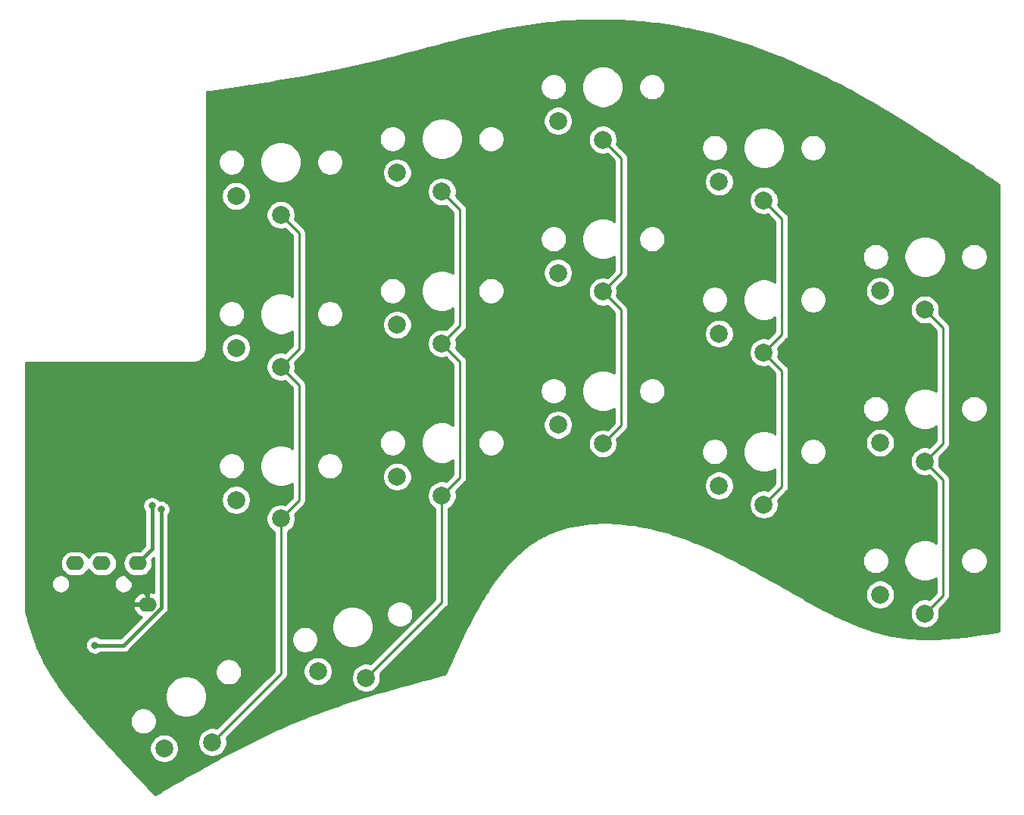
<source format=gbr>
%TF.GenerationSoftware,KiCad,Pcbnew,5.1.9*%
%TF.CreationDate,2021-04-16T22:17:29+02:00*%
%TF.ProjectId,handbrush,68616e64-6272-4757-9368-2e6b69636164,rev?*%
%TF.SameCoordinates,Original*%
%TF.FileFunction,Copper,L2,Bot*%
%TF.FilePolarity,Positive*%
%FSLAX46Y46*%
G04 Gerber Fmt 4.6, Leading zero omitted, Abs format (unit mm)*
G04 Created by KiCad (PCBNEW 5.1.9) date 2021-04-16 22:17:29*
%MOMM*%
%LPD*%
G01*
G04 APERTURE LIST*
%TA.AperFunction,ComponentPad*%
%ADD10C,2.000000*%
%TD*%
%TA.AperFunction,ComponentPad*%
%ADD11O,2.000000X1.600000*%
%TD*%
%TA.AperFunction,ViaPad*%
%ADD12C,0.800000*%
%TD*%
%TA.AperFunction,Conductor*%
%ADD13C,0.381000*%
%TD*%
%TA.AperFunction,Conductor*%
%ADD14C,0.250000*%
%TD*%
%TA.AperFunction,Conductor*%
%ADD15C,0.254000*%
%TD*%
%TA.AperFunction,Conductor*%
%ADD16C,0.100000*%
%TD*%
G04 APERTURE END LIST*
D10*
%TO.P,MX4,1*%
%TO.N,col1*%
X167390000Y-79850000D03*
%TO.P,MX4,2*%
%TO.N,Net-(D4-Pad2)*%
X162390000Y-77750000D03*
%TD*%
%TO.P,MX17,1*%
%TO.N,col4*%
X105740000Y-140459550D03*
%TO.P,MX17,2*%
%TO.N,Net-(D17-Pad2)*%
X100359873Y-141140897D03*
%TD*%
%TO.P,MX16,1*%
%TO.N,col4*%
X113390000Y-115450000D03*
%TO.P,MX16,2*%
%TO.N,Net-(D16-Pad2)*%
X108390000Y-113350000D03*
%TD*%
%TO.P,MX15,1*%
%TO.N,col4*%
X113390000Y-98450000D03*
%TO.P,MX15,2*%
%TO.N,Net-(D15-Pad2)*%
X108390000Y-96350000D03*
%TD*%
%TO.P,MX14,1*%
%TO.N,col4*%
X113390000Y-81450000D03*
%TO.P,MX14,2*%
%TO.N,Net-(D14-Pad2)*%
X108390000Y-79350000D03*
%TD*%
%TO.P,MX13,1*%
%TO.N,col3*%
X122917032Y-133248962D03*
%TO.P,MX13,2*%
%TO.N,Net-(D13-Pad2)*%
X117543883Y-132514613D03*
%TD*%
%TO.P,MX12,1*%
%TO.N,col3*%
X131390000Y-112850000D03*
%TO.P,MX12,2*%
%TO.N,Net-(D12-Pad2)*%
X126390000Y-110750000D03*
%TD*%
%TO.P,MX11,1*%
%TO.N,col3*%
X131390000Y-95850000D03*
%TO.P,MX11,2*%
%TO.N,Net-(D11-Pad2)*%
X126390000Y-93750000D03*
%TD*%
%TO.P,MX10,1*%
%TO.N,col3*%
X131390000Y-78850000D03*
%TO.P,MX10,2*%
%TO.N,Net-(D10-Pad2)*%
X126390000Y-76750000D03*
%TD*%
%TO.P,MX9,1*%
%TO.N,col2*%
X149390000Y-107050000D03*
%TO.P,MX9,2*%
%TO.N,Net-(D9-Pad2)*%
X144390000Y-104950000D03*
%TD*%
%TO.P,MX8,1*%
%TO.N,col2*%
X149390000Y-90050000D03*
%TO.P,MX8,2*%
%TO.N,Net-(D8-Pad2)*%
X144390000Y-87950000D03*
%TD*%
%TO.P,MX7,1*%
%TO.N,col2*%
X149390000Y-73050000D03*
%TO.P,MX7,2*%
%TO.N,Net-(D7-Pad2)*%
X144390000Y-70950000D03*
%TD*%
%TO.P,MX6,1*%
%TO.N,col1*%
X167390000Y-113850000D03*
%TO.P,MX6,2*%
%TO.N,Net-(D6-Pad2)*%
X162390000Y-111750000D03*
%TD*%
%TO.P,MX5,1*%
%TO.N,col1*%
X167390000Y-96850000D03*
%TO.P,MX5,2*%
%TO.N,Net-(D5-Pad2)*%
X162390000Y-94750000D03*
%TD*%
%TO.P,MX3,1*%
%TO.N,col0*%
X185390000Y-126050000D03*
%TO.P,MX3,2*%
%TO.N,Net-(D3-Pad2)*%
X180390000Y-123950000D03*
%TD*%
%TO.P,MX2,1*%
%TO.N,col0*%
X185390000Y-109050000D03*
%TO.P,MX2,2*%
%TO.N,Net-(D2-Pad2)*%
X180390000Y-106950000D03*
%TD*%
%TO.P,MX1,1*%
%TO.N,col0*%
X185390000Y-92050000D03*
%TO.P,MX1,2*%
%TO.N,Net-(D1-Pad2)*%
X180390000Y-89950000D03*
%TD*%
D11*
%TO.P,J1,3*%
%TO.N,sda*%
X93390000Y-120450000D03*
%TO.P,J1,4*%
%TO.N,scl*%
X90390000Y-120450000D03*
%TO.P,J1,2*%
%TO.N,+5V*%
X97390000Y-120450000D03*
%TO.P,J1,1*%
%TO.N,GND*%
X98490000Y-125050000D03*
%TD*%
D12*
%TO.N,+5V*%
X99000000Y-114000000D03*
%TO.N,GND*%
X100200000Y-104200000D03*
X121800000Y-68800000D03*
X122600000Y-87400000D03*
X122200000Y-103000000D03*
X149800000Y-60200000D03*
X133600000Y-63400000D03*
X108400000Y-69200000D03*
X108800000Y-84000000D03*
X88600000Y-118000000D03*
%TO.N,+3V3*%
X100000000Y-114400000D03*
X92600000Y-129600000D03*
%TD*%
D13*
%TO.N,+5V*%
X99000000Y-118840000D02*
X97390000Y-120450000D01*
X99000000Y-114000000D02*
X99000000Y-118840000D01*
%TO.N,GND*%
X95200000Y-120800000D02*
X95200000Y-109200000D01*
X95200000Y-109200000D02*
X100200000Y-104200000D01*
X98490000Y-124090000D02*
X95200000Y-120800000D01*
X98490000Y-125050000D02*
X98490000Y-124090000D01*
D14*
%TO.N,col0*%
X187415001Y-94075001D02*
X185390000Y-92050000D01*
X187415001Y-107024999D02*
X187415001Y-94075001D01*
X185390000Y-109050000D02*
X187415001Y-107024999D01*
X187415001Y-111075001D02*
X185390000Y-109050000D01*
X187415001Y-124024999D02*
X187415001Y-111075001D01*
X185390000Y-126050000D02*
X187415001Y-124024999D01*
%TO.N,col1*%
X169415001Y-98875001D02*
X167390000Y-96850000D01*
X169415001Y-111824999D02*
X169415001Y-98875001D01*
X167390000Y-113850000D02*
X169415001Y-111824999D01*
X169415001Y-94824999D02*
X167390000Y-96850000D01*
X169415001Y-81875001D02*
X169415001Y-94824999D01*
X167390000Y-79850000D02*
X169415001Y-81875001D01*
%TO.N,col2*%
X151415001Y-88024999D02*
X149390000Y-90050000D01*
X151415001Y-75075001D02*
X151415001Y-88024999D01*
X149390000Y-73050000D02*
X151415001Y-75075001D01*
X151415001Y-105024999D02*
X149390000Y-107050000D01*
X151415001Y-92075001D02*
X151415001Y-105024999D01*
X149390000Y-90050000D02*
X151415001Y-92075001D01*
%TO.N,col3*%
X131390000Y-124775994D02*
X131390000Y-112850000D01*
X122917032Y-133248962D02*
X131390000Y-124775994D01*
X133415001Y-110824999D02*
X131390000Y-112850000D01*
X133415001Y-97875001D02*
X133415001Y-110824999D01*
X131390000Y-95850000D02*
X133415001Y-97875001D01*
X133415001Y-93824999D02*
X131390000Y-95850000D01*
X133415001Y-80875001D02*
X133415001Y-93824999D01*
X131390000Y-78850000D02*
X133415001Y-80875001D01*
%TO.N,col4*%
X115415001Y-96424999D02*
X113390000Y-98450000D01*
X115415001Y-83475001D02*
X115415001Y-96424999D01*
X113390000Y-81450000D02*
X115415001Y-83475001D01*
X115415001Y-113424999D02*
X113390000Y-115450000D01*
X115415001Y-100475001D02*
X115415001Y-113424999D01*
X113390000Y-98450000D02*
X115415001Y-100475001D01*
X113390000Y-132809550D02*
X105740000Y-140459550D01*
X113390000Y-115450000D02*
X113390000Y-132809550D01*
D13*
%TO.N,+3V3*%
X95823635Y-129600000D02*
X92600000Y-129600000D01*
X100000000Y-125423635D02*
X95823635Y-129600000D01*
X100000000Y-114400000D02*
X100000000Y-125423635D01*
%TD*%
D15*
%TO.N,GND*%
X149372697Y-59667325D02*
X149927090Y-59674212D01*
X150481617Y-59687195D01*
X151036011Y-59706298D01*
X151590298Y-59731549D01*
X152144633Y-59762984D01*
X152699003Y-59800636D01*
X153253279Y-59844523D01*
X153807575Y-59894684D01*
X154361825Y-59951142D01*
X154916054Y-60013931D01*
X155470339Y-60083089D01*
X156024522Y-60158626D01*
X156578818Y-60240601D01*
X157133016Y-60329012D01*
X157687337Y-60423927D01*
X158241525Y-60525333D01*
X158795842Y-60633291D01*
X159350311Y-60747785D01*
X159904886Y-60868764D01*
X160459514Y-60996176D01*
X161014176Y-61129976D01*
X161569179Y-61270199D01*
X162124040Y-61416685D01*
X162679135Y-61569492D01*
X163234317Y-61728540D01*
X163789604Y-61893793D01*
X164345026Y-62065223D01*
X164900541Y-62242776D01*
X165456199Y-62426429D01*
X166011970Y-62616132D01*
X166567811Y-62811830D01*
X167123767Y-63013499D01*
X167679932Y-63221134D01*
X168236147Y-63434637D01*
X168792364Y-63653946D01*
X169348856Y-63879130D01*
X169905514Y-64110108D01*
X170462029Y-64346709D01*
X171018837Y-64589076D01*
X171575547Y-64837000D01*
X172132664Y-65090668D01*
X172689749Y-65349839D01*
X173246827Y-65614483D01*
X173804209Y-65884706D01*
X174361620Y-66160339D01*
X174919111Y-66441365D01*
X175476619Y-66727708D01*
X176034370Y-67019447D01*
X176592160Y-67316414D01*
X177150231Y-67618597D01*
X177708486Y-67925784D01*
X178266838Y-68237769D01*
X178825546Y-68554534D01*
X179384324Y-68875758D01*
X179943222Y-69201307D01*
X180502347Y-69531082D01*
X181061717Y-69864934D01*
X181621246Y-70202651D01*
X182180763Y-70543964D01*
X182740645Y-70888945D01*
X183300459Y-71237161D01*
X183860436Y-71588596D01*
X184420747Y-71943194D01*
X184981404Y-72300803D01*
X185541848Y-72660904D01*
X186102628Y-73023684D01*
X186663391Y-73388751D01*
X187224242Y-73756012D01*
X187785646Y-74125608D01*
X188346539Y-74496674D01*
X188907791Y-74869621D01*
X189469574Y-75244402D01*
X190030941Y-75620221D01*
X190592804Y-75997523D01*
X191154300Y-76375566D01*
X191716317Y-76754782D01*
X191716343Y-76754800D01*
X192278878Y-77135025D01*
X192278883Y-77135027D01*
X192841045Y-77515496D01*
X192841048Y-77515498D01*
X193403337Y-77896380D01*
X193643081Y-78058847D01*
X193643080Y-128045059D01*
X193457452Y-128075251D01*
X193190150Y-128118460D01*
X192923739Y-128161165D01*
X192656669Y-128203530D01*
X192390099Y-128245279D01*
X192123720Y-128286374D01*
X191857306Y-128326764D01*
X191590306Y-128366441D01*
X191323870Y-128405148D01*
X191057275Y-128442903D01*
X190790604Y-128479610D01*
X190523505Y-128515228D01*
X190256720Y-128549572D01*
X189989524Y-128582653D01*
X189722068Y-128614364D01*
X189454596Y-128644591D01*
X189186581Y-128673309D01*
X188918647Y-128700368D01*
X188650126Y-128725751D01*
X188381454Y-128749332D01*
X188112313Y-128771058D01*
X187842749Y-128790840D01*
X187572854Y-128808588D01*
X187302418Y-128824236D01*
X187031485Y-128837695D01*
X186760156Y-128848883D01*
X186488101Y-128857729D01*
X186215713Y-128864142D01*
X185942447Y-128868050D01*
X185668847Y-128869368D01*
X185394469Y-128867991D01*
X185119760Y-128863723D01*
X184844120Y-128856330D01*
X184567430Y-128845589D01*
X184289482Y-128831275D01*
X184009938Y-128813159D01*
X183728455Y-128791005D01*
X183444875Y-128764591D01*
X183158759Y-128733669D01*
X182870014Y-128698021D01*
X182578246Y-128657398D01*
X182283158Y-128611554D01*
X181984548Y-128560259D01*
X181682084Y-128503258D01*
X181375455Y-128440296D01*
X181064528Y-128371151D01*
X180748828Y-128295528D01*
X180428255Y-128213210D01*
X180102427Y-128123915D01*
X179771102Y-128027388D01*
X179434133Y-127923406D01*
X179091097Y-127811661D01*
X178741819Y-127691916D01*
X178386063Y-127563920D01*
X178023562Y-127427407D01*
X177654015Y-127282095D01*
X177277257Y-127127756D01*
X176893071Y-126964144D01*
X176501050Y-126790928D01*
X176101201Y-126607961D01*
X175693134Y-126414917D01*
X175276576Y-126211521D01*
X174850996Y-125997475D01*
X174416430Y-125773193D01*
X173973157Y-125539324D01*
X173521428Y-125296508D01*
X173061778Y-125045540D01*
X172594203Y-124786933D01*
X172119079Y-124521402D01*
X171637144Y-124249881D01*
X171148074Y-123972703D01*
X170825138Y-123788967D01*
X178755000Y-123788967D01*
X178755000Y-124111033D01*
X178817832Y-124426912D01*
X178941082Y-124724463D01*
X179120013Y-124992252D01*
X179347748Y-125219987D01*
X179615537Y-125398918D01*
X179913088Y-125522168D01*
X180228967Y-125585000D01*
X180551033Y-125585000D01*
X180866912Y-125522168D01*
X181164463Y-125398918D01*
X181432252Y-125219987D01*
X181659987Y-124992252D01*
X181838918Y-124724463D01*
X181962168Y-124426912D01*
X182025000Y-124111033D01*
X182025000Y-123788967D01*
X181962168Y-123473088D01*
X181838918Y-123175537D01*
X181659987Y-122907748D01*
X181432252Y-122680013D01*
X181164463Y-122501082D01*
X180866912Y-122377832D01*
X180551033Y-122315000D01*
X180228967Y-122315000D01*
X179913088Y-122377832D01*
X179615537Y-122501082D01*
X179347748Y-122680013D01*
X179120013Y-122907748D01*
X178941082Y-123175537D01*
X178817832Y-123473088D01*
X178755000Y-123788967D01*
X170825138Y-123788967D01*
X170652949Y-123691000D01*
X170652886Y-123690963D01*
X170150830Y-123404755D01*
X170150823Y-123404752D01*
X169643317Y-123115405D01*
X169643293Y-123115394D01*
X169642857Y-123115142D01*
X169130088Y-122823285D01*
X169130033Y-122823260D01*
X169129146Y-122822749D01*
X168611411Y-122529074D01*
X168611319Y-122529033D01*
X168609999Y-122528276D01*
X168087559Y-122233454D01*
X168087458Y-122233410D01*
X168085683Y-122232398D01*
X167558801Y-121937101D01*
X167558668Y-121937043D01*
X167556461Y-121935796D01*
X167025397Y-121640694D01*
X167025259Y-121640634D01*
X167022590Y-121639142D01*
X166487605Y-121344908D01*
X166487449Y-121344841D01*
X166484332Y-121343119D01*
X165945688Y-121050422D01*
X165945518Y-121050350D01*
X165941938Y-121048399D01*
X165399895Y-120757913D01*
X165399725Y-120757842D01*
X165395662Y-120755662D01*
X164850481Y-120468056D01*
X164850310Y-120467986D01*
X164845748Y-120465581D01*
X164297691Y-120181529D01*
X164297523Y-120181462D01*
X164292448Y-120178838D01*
X163947877Y-120003740D01*
X178405000Y-120003740D01*
X178405000Y-120296260D01*
X178462068Y-120583158D01*
X178574010Y-120853411D01*
X178736525Y-121096632D01*
X178943368Y-121303475D01*
X179186589Y-121465990D01*
X179456842Y-121577932D01*
X179743740Y-121635000D01*
X180036260Y-121635000D01*
X180323158Y-121577932D01*
X180593411Y-121465990D01*
X180836632Y-121303475D01*
X181043475Y-121096632D01*
X181205990Y-120853411D01*
X181317932Y-120583158D01*
X181375000Y-120296260D01*
X181375000Y-120003740D01*
X181317932Y-119716842D01*
X181205990Y-119446589D01*
X181043475Y-119203368D01*
X180836632Y-118996525D01*
X180593411Y-118834010D01*
X180323158Y-118722068D01*
X180036260Y-118665000D01*
X179743740Y-118665000D01*
X179456842Y-118722068D01*
X179186589Y-118834010D01*
X178943368Y-118996525D01*
X178736525Y-119203368D01*
X178574010Y-119446589D01*
X178462068Y-119716842D01*
X178405000Y-120003740D01*
X163947877Y-120003740D01*
X163741775Y-119899007D01*
X163741616Y-119898945D01*
X163736001Y-119896104D01*
X163182973Y-119621169D01*
X163182816Y-119621109D01*
X163176649Y-119618063D01*
X162621529Y-119348693D01*
X162621395Y-119348643D01*
X162614630Y-119345389D01*
X162057677Y-119082256D01*
X162057564Y-119082216D01*
X162050177Y-119078764D01*
X161491654Y-118822539D01*
X161491568Y-118822509D01*
X161483522Y-118818868D01*
X160923690Y-118570223D01*
X160923643Y-118570207D01*
X160914896Y-118566386D01*
X160354014Y-118325992D01*
X160353999Y-118325987D01*
X160353982Y-118325978D01*
X160344521Y-118322001D01*
X159782852Y-118090529D01*
X159782478Y-118090416D01*
X159782142Y-118090238D01*
X159772623Y-118086403D01*
X159210430Y-117864524D01*
X159209683Y-117864311D01*
X159209001Y-117863963D01*
X159199421Y-117860282D01*
X158636961Y-117648668D01*
X158635869Y-117648375D01*
X158634854Y-117647879D01*
X158625213Y-117644361D01*
X158062758Y-117443611D01*
X158061466Y-117443288D01*
X158060259Y-117442724D01*
X158050558Y-117439377D01*
X157488403Y-117249800D01*
X157486939Y-117249461D01*
X157485569Y-117248851D01*
X157475810Y-117245679D01*
X156914258Y-117067514D01*
X156912611Y-117067164D01*
X156911064Y-117066509D01*
X156901247Y-117063518D01*
X156340600Y-116897002D01*
X156338759Y-116896646D01*
X156337018Y-116895948D01*
X156327146Y-116893145D01*
X155767707Y-116738516D01*
X155765652Y-116738159D01*
X155763712Y-116737425D01*
X155753787Y-116734815D01*
X155195856Y-116592310D01*
X155193581Y-116591961D01*
X155191419Y-116591192D01*
X155181443Y-116588783D01*
X154625322Y-116458640D01*
X154622814Y-116458307D01*
X154620416Y-116457510D01*
X154610392Y-116455310D01*
X154056384Y-116337766D01*
X154053624Y-116337457D01*
X154050978Y-116336641D01*
X154040910Y-116334656D01*
X153489317Y-116229949D01*
X153486294Y-116229677D01*
X153483381Y-116228848D01*
X153473271Y-116227087D01*
X152924394Y-116135455D01*
X152921095Y-116135231D01*
X152917903Y-116134402D01*
X152907755Y-116132873D01*
X152361896Y-116054552D01*
X152358308Y-116054391D01*
X152354817Y-116053572D01*
X152344636Y-116052284D01*
X151802097Y-115987513D01*
X151798208Y-115987431D01*
X151794404Y-115986636D01*
X151784194Y-115985597D01*
X151245279Y-115934612D01*
X151241071Y-115934626D01*
X151236941Y-115933872D01*
X151226709Y-115933093D01*
X150691717Y-115896133D01*
X150687186Y-115896263D01*
X150682713Y-115895567D01*
X150672463Y-115895056D01*
X150141697Y-115872358D01*
X150136832Y-115872626D01*
X150132004Y-115872008D01*
X150121744Y-115871776D01*
X149595506Y-115863577D01*
X149590297Y-115864006D01*
X149585101Y-115863489D01*
X149574839Y-115863546D01*
X149053431Y-115870085D01*
X149047876Y-115870700D01*
X149042303Y-115870309D01*
X149032047Y-115870664D01*
X148515771Y-115892177D01*
X148509863Y-115893006D01*
X148503908Y-115892768D01*
X148493668Y-115893432D01*
X147982826Y-115930157D01*
X147976570Y-115931228D01*
X147970226Y-115931172D01*
X147960011Y-115932155D01*
X147454904Y-115984329D01*
X147448301Y-115985672D01*
X147441570Y-115985830D01*
X147431391Y-115987141D01*
X146932322Y-116055003D01*
X146925383Y-116056649D01*
X146918267Y-116057053D01*
X146908139Y-116058703D01*
X146415409Y-116142490D01*
X146408152Y-116144468D01*
X146400658Y-116145153D01*
X146390592Y-116147149D01*
X145904504Y-116247097D01*
X145896934Y-116249443D01*
X145889088Y-116250441D01*
X145879098Y-116252792D01*
X145399954Y-116369141D01*
X145392115Y-116371878D01*
X145383925Y-116373225D01*
X145374028Y-116375940D01*
X144902128Y-116508924D01*
X144894036Y-116512085D01*
X144885538Y-116513812D01*
X144875750Y-116516895D01*
X144411397Y-116666756D01*
X144403105Y-116670359D01*
X144394325Y-116672498D01*
X144384663Y-116675956D01*
X143928160Y-116842928D01*
X143919706Y-116846995D01*
X143910684Y-116849573D01*
X143901165Y-116853409D01*
X143452813Y-117037732D01*
X143444249Y-117042275D01*
X143435037Y-117045314D01*
X143425681Y-117049530D01*
X142985781Y-117251440D01*
X142977152Y-117256473D01*
X142967812Y-117259985D01*
X142958636Y-117264580D01*
X142527492Y-117484314D01*
X142518864Y-117489833D01*
X142509446Y-117493830D01*
X142500470Y-117498804D01*
X142078383Y-117736601D01*
X142069823Y-117742594D01*
X142060386Y-117747079D01*
X142051629Y-117752429D01*
X141638901Y-118008527D01*
X141630573Y-118014899D01*
X141621300Y-118019798D01*
X141612777Y-118025514D01*
X141209608Y-118300011D01*
X141201950Y-118306403D01*
X141193327Y-118311421D01*
X141185046Y-118317482D01*
X140791238Y-118609935D01*
X140784344Y-118616186D01*
X140776497Y-118621174D01*
X140768459Y-118627554D01*
X140383709Y-118937385D01*
X140377562Y-118943414D01*
X140370474Y-118948300D01*
X140362680Y-118954975D01*
X139986685Y-119281603D01*
X139981249Y-119287347D01*
X139974903Y-119292062D01*
X139967350Y-119299009D01*
X139599808Y-119641856D01*
X139595042Y-119647264D01*
X139589409Y-119651749D01*
X139582093Y-119658945D01*
X139222704Y-120017431D01*
X139218569Y-120022453D01*
X139213607Y-120026666D01*
X139206522Y-120034090D01*
X138854983Y-120407637D01*
X138851425Y-120412246D01*
X138847102Y-120416145D01*
X138840240Y-120423776D01*
X138496249Y-120811802D01*
X138493220Y-120815977D01*
X138489492Y-120819533D01*
X138482846Y-120827353D01*
X138146102Y-121229281D01*
X138143559Y-121233002D01*
X138140380Y-121236196D01*
X138133941Y-121244187D01*
X137804141Y-121659437D01*
X137802035Y-121662698D01*
X137799364Y-121665517D01*
X137793123Y-121673663D01*
X137469966Y-122101656D01*
X137468255Y-122104454D01*
X137466056Y-122106883D01*
X137460003Y-122115170D01*
X137143185Y-122555325D01*
X137141824Y-122557668D01*
X137140059Y-122559704D01*
X137134183Y-122568117D01*
X136823404Y-123019857D01*
X136822361Y-123021743D01*
X136820990Y-123023390D01*
X136815282Y-123031918D01*
X136510241Y-123494662D01*
X136509486Y-123496094D01*
X136508472Y-123497358D01*
X136502922Y-123505990D01*
X136203315Y-123979160D01*
X136202813Y-123980157D01*
X136202134Y-123981033D01*
X136196731Y-123989757D01*
X135902256Y-124472772D01*
X135901980Y-124473344D01*
X135901604Y-124473845D01*
X135896338Y-124482653D01*
X135606696Y-124974936D01*
X135606624Y-124975091D01*
X135606528Y-124975223D01*
X135601389Y-124984106D01*
X135316277Y-125485076D01*
X135316261Y-125485111D01*
X135311527Y-125493551D01*
X135030641Y-126002630D01*
X135030604Y-126002717D01*
X135026403Y-126010422D01*
X134749443Y-126527029D01*
X134749391Y-126527154D01*
X134745673Y-126534155D01*
X134472337Y-127057714D01*
X134472281Y-127057853D01*
X134468999Y-127064184D01*
X134198984Y-127594111D01*
X134198919Y-127594276D01*
X134196044Y-127599945D01*
X133929049Y-128135665D01*
X133928984Y-128135834D01*
X133926479Y-128140873D01*
X133662202Y-128681803D01*
X133662139Y-128681972D01*
X133659976Y-128686398D01*
X133398115Y-129231961D01*
X133398056Y-129232123D01*
X133396211Y-129235957D01*
X133136464Y-129785573D01*
X133136406Y-129785735D01*
X133134866Y-129788978D01*
X132876932Y-130342068D01*
X132876883Y-130342208D01*
X132875623Y-130344890D01*
X132619198Y-130900875D01*
X132619156Y-130900996D01*
X132618165Y-130903124D01*
X132362949Y-131461424D01*
X132362914Y-131461525D01*
X132362183Y-131463106D01*
X132107874Y-132023142D01*
X132107850Y-132023213D01*
X132107368Y-132024259D01*
X131853663Y-132585452D01*
X131853652Y-132585484D01*
X131853410Y-132586011D01*
X131743251Y-132830224D01*
X131536407Y-132885654D01*
X131536400Y-132885656D01*
X131536222Y-132885703D01*
X130992936Y-133031443D01*
X130992915Y-133031451D01*
X130992570Y-133031541D01*
X130449393Y-133177552D01*
X130449351Y-133177568D01*
X130448843Y-133177701D01*
X129905826Y-133324121D01*
X129905784Y-133324137D01*
X129905092Y-133324319D01*
X129362288Y-133471284D01*
X129362230Y-133471306D01*
X129361372Y-133471533D01*
X128818836Y-133619178D01*
X128818776Y-133619201D01*
X128817735Y-133619478D01*
X128275518Y-133767941D01*
X128275441Y-133767971D01*
X128274235Y-133768294D01*
X127732391Y-133917710D01*
X127732310Y-133917741D01*
X127730924Y-133918116D01*
X127189505Y-134068622D01*
X127189411Y-134068658D01*
X127187855Y-134069083D01*
X126646914Y-134220815D01*
X126646819Y-134220852D01*
X126645082Y-134221331D01*
X126104672Y-134374425D01*
X126104564Y-134374467D01*
X126102657Y-134374999D01*
X125562829Y-134529592D01*
X125562707Y-134529640D01*
X125560631Y-134530226D01*
X125021441Y-134686454D01*
X125021321Y-134686502D01*
X125019060Y-134687148D01*
X124480559Y-134845148D01*
X124480429Y-134845200D01*
X124477997Y-134845905D01*
X123940239Y-135005812D01*
X123940111Y-135005864D01*
X123937495Y-135006633D01*
X123400531Y-135168584D01*
X123400388Y-135168643D01*
X123397607Y-135169473D01*
X122861490Y-135333604D01*
X122861342Y-135333666D01*
X122858384Y-135334563D01*
X122323169Y-135501011D01*
X122323025Y-135501072D01*
X122319882Y-135502041D01*
X121785621Y-135670942D01*
X121785467Y-135671008D01*
X121782156Y-135672047D01*
X121248901Y-135843537D01*
X121248748Y-135843603D01*
X121245257Y-135844719D01*
X120713061Y-136018934D01*
X120712900Y-136019005D01*
X120709238Y-136020197D01*
X120178154Y-136197275D01*
X120177990Y-136197348D01*
X120174157Y-136198621D01*
X119644237Y-136378696D01*
X119644068Y-136378773D01*
X119640063Y-136380129D01*
X119111361Y-136563339D01*
X119111199Y-136563413D01*
X119107012Y-136564861D01*
X118579581Y-136751342D01*
X118579415Y-136751420D01*
X118575060Y-136752957D01*
X118048952Y-136942845D01*
X118048790Y-136942922D01*
X118044260Y-136944556D01*
X117519529Y-137137987D01*
X117519358Y-137138070D01*
X117514669Y-137139798D01*
X116991366Y-137336908D01*
X116991193Y-137336993D01*
X116986337Y-137338824D01*
X116464516Y-137539751D01*
X116464352Y-137539833D01*
X116459323Y-137541773D01*
X115939037Y-137746652D01*
X115938877Y-137746734D01*
X115933681Y-137748785D01*
X115414982Y-137957753D01*
X115414817Y-137957839D01*
X115409466Y-137960002D01*
X114892409Y-138173194D01*
X114892245Y-138173281D01*
X114886799Y-138175535D01*
X114371415Y-138393042D01*
X114371256Y-138393128D01*
X114365941Y-138395378D01*
X113852201Y-138617110D01*
X113852036Y-138617201D01*
X113846927Y-138619411D01*
X113334775Y-138845230D01*
X113334615Y-138845320D01*
X113329696Y-138847492D01*
X112819080Y-139077264D01*
X112818926Y-139077352D01*
X112814197Y-139079482D01*
X112305064Y-139313068D01*
X112304902Y-139313162D01*
X112300374Y-139315240D01*
X111792671Y-139552505D01*
X111792512Y-139552599D01*
X111788175Y-139554625D01*
X111281849Y-139795432D01*
X111281697Y-139795524D01*
X111277542Y-139797497D01*
X110772540Y-140041711D01*
X110772382Y-140041808D01*
X110768424Y-140043718D01*
X110264694Y-140291201D01*
X110264543Y-140291295D01*
X110260763Y-140293147D01*
X109758251Y-140543764D01*
X109758098Y-140543860D01*
X109754509Y-140545644D01*
X109253162Y-140799258D01*
X109253014Y-140799352D01*
X109249601Y-140801072D01*
X108749368Y-141057548D01*
X108749232Y-141057636D01*
X108745992Y-141059289D01*
X108246817Y-141318489D01*
X108246675Y-141318582D01*
X108243619Y-141320160D01*
X107745453Y-141581949D01*
X107745321Y-141582036D01*
X107742434Y-141583544D01*
X107245222Y-141847786D01*
X107245094Y-141847871D01*
X107242382Y-141849303D01*
X106746071Y-142115859D01*
X106745945Y-142115944D01*
X106743407Y-142117297D01*
X106247943Y-142386033D01*
X106247824Y-142386113D01*
X106245453Y-142387390D01*
X105750784Y-142658170D01*
X105750675Y-142658245D01*
X105748467Y-142659443D01*
X105254541Y-142932130D01*
X105254431Y-142932206D01*
X105252395Y-142933320D01*
X104759158Y-143207777D01*
X104759055Y-143207848D01*
X104757182Y-143208881D01*
X104264583Y-143484974D01*
X104264496Y-143485035D01*
X104262778Y-143485988D01*
X103770762Y-143763578D01*
X103770675Y-143763639D01*
X103769124Y-143764505D01*
X103277637Y-144043457D01*
X103277558Y-144043513D01*
X103276166Y-144044294D01*
X102785158Y-144324473D01*
X102785090Y-144324521D01*
X102783853Y-144325219D01*
X102293270Y-144606486D01*
X102293202Y-144606534D01*
X102292131Y-144607141D01*
X101801919Y-144889361D01*
X101801863Y-144889401D01*
X101800943Y-144889924D01*
X101311051Y-145172961D01*
X101311007Y-145172993D01*
X101310238Y-145173431D01*
X100820613Y-145457149D01*
X100820570Y-145457180D01*
X100819966Y-145457525D01*
X100330554Y-145741786D01*
X100330526Y-145741806D01*
X100330067Y-145742069D01*
X99840816Y-146026738D01*
X99840801Y-146026749D01*
X99840492Y-146026926D01*
X99362310Y-146305482D01*
X99356201Y-146299107D01*
X98949738Y-145874780D01*
X98949734Y-145874776D01*
X98544508Y-145451399D01*
X98544456Y-145451344D01*
X98140075Y-145028335D01*
X97736616Y-144605603D01*
X97335662Y-144184633D01*
X96936460Y-143764468D01*
X96539754Y-143345711D01*
X96146185Y-142928868D01*
X95755171Y-142513150D01*
X95367979Y-142099721D01*
X94984441Y-141688230D01*
X94604989Y-141278961D01*
X94329298Y-140979864D01*
X98724873Y-140979864D01*
X98724873Y-141301930D01*
X98787705Y-141617809D01*
X98910955Y-141915360D01*
X99089886Y-142183149D01*
X99317621Y-142410884D01*
X99585410Y-142589815D01*
X99882961Y-142713065D01*
X100198840Y-142775897D01*
X100520906Y-142775897D01*
X100836785Y-142713065D01*
X101134336Y-142589815D01*
X101402125Y-142410884D01*
X101629860Y-142183149D01*
X101808791Y-141915360D01*
X101932041Y-141617809D01*
X101994873Y-141301930D01*
X101994873Y-140979864D01*
X101932041Y-140663985D01*
X101808791Y-140366434D01*
X101763411Y-140298517D01*
X104105000Y-140298517D01*
X104105000Y-140620583D01*
X104167832Y-140936462D01*
X104291082Y-141234013D01*
X104470013Y-141501802D01*
X104697748Y-141729537D01*
X104965537Y-141908468D01*
X105263088Y-142031718D01*
X105578967Y-142094550D01*
X105901033Y-142094550D01*
X106216912Y-142031718D01*
X106514463Y-141908468D01*
X106782252Y-141729537D01*
X107009987Y-141501802D01*
X107188918Y-141234013D01*
X107312168Y-140936462D01*
X107375000Y-140620583D01*
X107375000Y-140298517D01*
X107312168Y-139982638D01*
X107306177Y-139968174D01*
X113901003Y-133373349D01*
X113930001Y-133349551D01*
X114024974Y-133233826D01*
X114095546Y-133101797D01*
X114139003Y-132958536D01*
X114150000Y-132846883D01*
X114150000Y-132846875D01*
X114153676Y-132809550D01*
X114150000Y-132772225D01*
X114150000Y-132353580D01*
X115908883Y-132353580D01*
X115908883Y-132675646D01*
X115971715Y-132991525D01*
X116094965Y-133289076D01*
X116273896Y-133556865D01*
X116501631Y-133784600D01*
X116769420Y-133963531D01*
X117066971Y-134086781D01*
X117382850Y-134149613D01*
X117704916Y-134149613D01*
X118020795Y-134086781D01*
X118318346Y-133963531D01*
X118586135Y-133784600D01*
X118813870Y-133556865D01*
X118992801Y-133289076D01*
X119076119Y-133087929D01*
X121282032Y-133087929D01*
X121282032Y-133409995D01*
X121344864Y-133725874D01*
X121468114Y-134023425D01*
X121647045Y-134291214D01*
X121874780Y-134518949D01*
X122142569Y-134697880D01*
X122440120Y-134821130D01*
X122755999Y-134883962D01*
X123078065Y-134883962D01*
X123393944Y-134821130D01*
X123691495Y-134697880D01*
X123959284Y-134518949D01*
X124187019Y-134291214D01*
X124365950Y-134023425D01*
X124489200Y-133725874D01*
X124552032Y-133409995D01*
X124552032Y-133087929D01*
X124489200Y-132772050D01*
X124483209Y-132757586D01*
X131901004Y-125339792D01*
X131930001Y-125315995D01*
X132024974Y-125200270D01*
X132095546Y-125068241D01*
X132139003Y-124924980D01*
X132150000Y-124813327D01*
X132150000Y-124813318D01*
X132153676Y-124775995D01*
X132150000Y-124738672D01*
X132150000Y-114304909D01*
X132164463Y-114298918D01*
X132432252Y-114119987D01*
X132659987Y-113892252D01*
X132838918Y-113624463D01*
X132962168Y-113326912D01*
X133025000Y-113011033D01*
X133025000Y-112688967D01*
X132962168Y-112373088D01*
X132956177Y-112358625D01*
X133725835Y-111588967D01*
X160755000Y-111588967D01*
X160755000Y-111911033D01*
X160817832Y-112226912D01*
X160941082Y-112524463D01*
X161120013Y-112792252D01*
X161347748Y-113019987D01*
X161615537Y-113198918D01*
X161913088Y-113322168D01*
X162228967Y-113385000D01*
X162551033Y-113385000D01*
X162866912Y-113322168D01*
X163164463Y-113198918D01*
X163432252Y-113019987D01*
X163659987Y-112792252D01*
X163838918Y-112524463D01*
X163962168Y-112226912D01*
X164025000Y-111911033D01*
X164025000Y-111588967D01*
X163962168Y-111273088D01*
X163838918Y-110975537D01*
X163659987Y-110707748D01*
X163432252Y-110480013D01*
X163164463Y-110301082D01*
X162866912Y-110177832D01*
X162551033Y-110115000D01*
X162228967Y-110115000D01*
X161913088Y-110177832D01*
X161615537Y-110301082D01*
X161347748Y-110480013D01*
X161120013Y-110707748D01*
X160941082Y-110975537D01*
X160817832Y-111273088D01*
X160755000Y-111588967D01*
X133725835Y-111588967D01*
X133926004Y-111388798D01*
X133955002Y-111365000D01*
X134026539Y-111277832D01*
X134049975Y-111249276D01*
X134120547Y-111117246D01*
X134164004Y-110973985D01*
X134175001Y-110862332D01*
X134175001Y-110862322D01*
X134178677Y-110824999D01*
X134175001Y-110787676D01*
X134175001Y-106803740D01*
X135405000Y-106803740D01*
X135405000Y-107096260D01*
X135462068Y-107383158D01*
X135574010Y-107653411D01*
X135736525Y-107896632D01*
X135943368Y-108103475D01*
X136186589Y-108265990D01*
X136456842Y-108377932D01*
X136743740Y-108435000D01*
X137036260Y-108435000D01*
X137323158Y-108377932D01*
X137593411Y-108265990D01*
X137836632Y-108103475D01*
X138043475Y-107896632D01*
X138205990Y-107653411D01*
X138317932Y-107383158D01*
X138375000Y-107096260D01*
X138375000Y-106803740D01*
X138317932Y-106516842D01*
X138205990Y-106246589D01*
X138043475Y-106003368D01*
X137836632Y-105796525D01*
X137593411Y-105634010D01*
X137323158Y-105522068D01*
X137036260Y-105465000D01*
X136743740Y-105465000D01*
X136456842Y-105522068D01*
X136186589Y-105634010D01*
X135943368Y-105796525D01*
X135736525Y-106003368D01*
X135574010Y-106246589D01*
X135462068Y-106516842D01*
X135405000Y-106803740D01*
X134175001Y-106803740D01*
X134175001Y-104788967D01*
X142755000Y-104788967D01*
X142755000Y-105111033D01*
X142817832Y-105426912D01*
X142941082Y-105724463D01*
X143120013Y-105992252D01*
X143347748Y-106219987D01*
X143615537Y-106398918D01*
X143913088Y-106522168D01*
X144228967Y-106585000D01*
X144551033Y-106585000D01*
X144866912Y-106522168D01*
X145164463Y-106398918D01*
X145432252Y-106219987D01*
X145659987Y-105992252D01*
X145838918Y-105724463D01*
X145962168Y-105426912D01*
X146025000Y-105111033D01*
X146025000Y-104788967D01*
X145962168Y-104473088D01*
X145838918Y-104175537D01*
X145659987Y-103907748D01*
X145432252Y-103680013D01*
X145164463Y-103501082D01*
X144866912Y-103377832D01*
X144551033Y-103315000D01*
X144228967Y-103315000D01*
X143913088Y-103377832D01*
X143615537Y-103501082D01*
X143347748Y-103680013D01*
X143120013Y-103907748D01*
X142941082Y-104175537D01*
X142817832Y-104473088D01*
X142755000Y-104788967D01*
X134175001Y-104788967D01*
X134175001Y-101003740D01*
X142405000Y-101003740D01*
X142405000Y-101296260D01*
X142462068Y-101583158D01*
X142574010Y-101853411D01*
X142736525Y-102096632D01*
X142943368Y-102303475D01*
X143186589Y-102465990D01*
X143456842Y-102577932D01*
X143743740Y-102635000D01*
X144036260Y-102635000D01*
X144323158Y-102577932D01*
X144593411Y-102465990D01*
X144836632Y-102303475D01*
X145043475Y-102096632D01*
X145205990Y-101853411D01*
X145317932Y-101583158D01*
X145375000Y-101296260D01*
X145375000Y-101003740D01*
X145317932Y-100716842D01*
X145205990Y-100446589D01*
X145043475Y-100203368D01*
X144836632Y-99996525D01*
X144593411Y-99834010D01*
X144323158Y-99722068D01*
X144036260Y-99665000D01*
X143743740Y-99665000D01*
X143456842Y-99722068D01*
X143186589Y-99834010D01*
X142943368Y-99996525D01*
X142736525Y-100203368D01*
X142574010Y-100446589D01*
X142462068Y-100716842D01*
X142405000Y-101003740D01*
X134175001Y-101003740D01*
X134175001Y-97912324D01*
X134178677Y-97875001D01*
X134175001Y-97837678D01*
X134175001Y-97837668D01*
X134164004Y-97726015D01*
X134120547Y-97582754D01*
X134101874Y-97547820D01*
X134049975Y-97450724D01*
X133978800Y-97363998D01*
X133955002Y-97335000D01*
X133926005Y-97311203D01*
X132956177Y-96341375D01*
X132962168Y-96326912D01*
X133025000Y-96011033D01*
X133025000Y-95688967D01*
X132962168Y-95373088D01*
X132956177Y-95358625D01*
X133926004Y-94388798D01*
X133955002Y-94365000D01*
X134026539Y-94277832D01*
X134049975Y-94249276D01*
X134120547Y-94117246D01*
X134164004Y-93973985D01*
X134175001Y-93862332D01*
X134175001Y-93862322D01*
X134178677Y-93824999D01*
X134175001Y-93787676D01*
X134175001Y-89803740D01*
X135405000Y-89803740D01*
X135405000Y-90096260D01*
X135462068Y-90383158D01*
X135574010Y-90653411D01*
X135736525Y-90896632D01*
X135943368Y-91103475D01*
X136186589Y-91265990D01*
X136456842Y-91377932D01*
X136743740Y-91435000D01*
X137036260Y-91435000D01*
X137323158Y-91377932D01*
X137593411Y-91265990D01*
X137836632Y-91103475D01*
X138043475Y-90896632D01*
X138205990Y-90653411D01*
X138317932Y-90383158D01*
X138375000Y-90096260D01*
X138375000Y-89803740D01*
X138317932Y-89516842D01*
X138205990Y-89246589D01*
X138043475Y-89003368D01*
X137836632Y-88796525D01*
X137593411Y-88634010D01*
X137323158Y-88522068D01*
X137036260Y-88465000D01*
X136743740Y-88465000D01*
X136456842Y-88522068D01*
X136186589Y-88634010D01*
X135943368Y-88796525D01*
X135736525Y-89003368D01*
X135574010Y-89246589D01*
X135462068Y-89516842D01*
X135405000Y-89803740D01*
X134175001Y-89803740D01*
X134175001Y-87788967D01*
X142755000Y-87788967D01*
X142755000Y-88111033D01*
X142817832Y-88426912D01*
X142941082Y-88724463D01*
X143120013Y-88992252D01*
X143347748Y-89219987D01*
X143615537Y-89398918D01*
X143913088Y-89522168D01*
X144228967Y-89585000D01*
X144551033Y-89585000D01*
X144866912Y-89522168D01*
X145164463Y-89398918D01*
X145432252Y-89219987D01*
X145659987Y-88992252D01*
X145838918Y-88724463D01*
X145962168Y-88426912D01*
X146025000Y-88111033D01*
X146025000Y-87788967D01*
X145962168Y-87473088D01*
X145838918Y-87175537D01*
X145659987Y-86907748D01*
X145432252Y-86680013D01*
X145164463Y-86501082D01*
X144866912Y-86377832D01*
X144551033Y-86315000D01*
X144228967Y-86315000D01*
X143913088Y-86377832D01*
X143615537Y-86501082D01*
X143347748Y-86680013D01*
X143120013Y-86907748D01*
X142941082Y-87175537D01*
X142817832Y-87473088D01*
X142755000Y-87788967D01*
X134175001Y-87788967D01*
X134175001Y-84003740D01*
X142405000Y-84003740D01*
X142405000Y-84296260D01*
X142462068Y-84583158D01*
X142574010Y-84853411D01*
X142736525Y-85096632D01*
X142943368Y-85303475D01*
X143186589Y-85465990D01*
X143456842Y-85577932D01*
X143743740Y-85635000D01*
X144036260Y-85635000D01*
X144323158Y-85577932D01*
X144593411Y-85465990D01*
X144836632Y-85303475D01*
X145043475Y-85096632D01*
X145205990Y-84853411D01*
X145317932Y-84583158D01*
X145375000Y-84296260D01*
X145375000Y-84003740D01*
X145358348Y-83920023D01*
X147055000Y-83920023D01*
X147055000Y-84379977D01*
X147144733Y-84831094D01*
X147320750Y-85256037D01*
X147576287Y-85638476D01*
X147901524Y-85963713D01*
X148283963Y-86219250D01*
X148708906Y-86395267D01*
X149160023Y-86485000D01*
X149619977Y-86485000D01*
X150071094Y-86395267D01*
X150496037Y-86219250D01*
X150655002Y-86113033D01*
X150655002Y-87710196D01*
X149881375Y-88483823D01*
X149866912Y-88477832D01*
X149551033Y-88415000D01*
X149228967Y-88415000D01*
X148913088Y-88477832D01*
X148615537Y-88601082D01*
X148347748Y-88780013D01*
X148120013Y-89007748D01*
X147941082Y-89275537D01*
X147817832Y-89573088D01*
X147755000Y-89888967D01*
X147755000Y-90211033D01*
X147817832Y-90526912D01*
X147941082Y-90824463D01*
X148120013Y-91092252D01*
X148347748Y-91319987D01*
X148615537Y-91498918D01*
X148913088Y-91622168D01*
X149228967Y-91685000D01*
X149551033Y-91685000D01*
X149866912Y-91622168D01*
X149881375Y-91616177D01*
X150655001Y-92389803D01*
X150655002Y-99186966D01*
X150496037Y-99080750D01*
X150071094Y-98904733D01*
X149619977Y-98815000D01*
X149160023Y-98815000D01*
X148708906Y-98904733D01*
X148283963Y-99080750D01*
X147901524Y-99336287D01*
X147576287Y-99661524D01*
X147320750Y-100043963D01*
X147144733Y-100468906D01*
X147055000Y-100920023D01*
X147055000Y-101379977D01*
X147144733Y-101831094D01*
X147320750Y-102256037D01*
X147576287Y-102638476D01*
X147901524Y-102963713D01*
X148283963Y-103219250D01*
X148708906Y-103395267D01*
X149160023Y-103485000D01*
X149619977Y-103485000D01*
X150071094Y-103395267D01*
X150496037Y-103219250D01*
X150655002Y-103113033D01*
X150655002Y-104710196D01*
X149881375Y-105483823D01*
X149866912Y-105477832D01*
X149551033Y-105415000D01*
X149228967Y-105415000D01*
X148913088Y-105477832D01*
X148615537Y-105601082D01*
X148347748Y-105780013D01*
X148120013Y-106007748D01*
X147941082Y-106275537D01*
X147817832Y-106573088D01*
X147755000Y-106888967D01*
X147755000Y-107211033D01*
X147817832Y-107526912D01*
X147941082Y-107824463D01*
X148120013Y-108092252D01*
X148347748Y-108319987D01*
X148615537Y-108498918D01*
X148913088Y-108622168D01*
X149228967Y-108685000D01*
X149551033Y-108685000D01*
X149866912Y-108622168D01*
X150164463Y-108498918D01*
X150432252Y-108319987D01*
X150659987Y-108092252D01*
X150838918Y-107824463D01*
X150847501Y-107803740D01*
X160405000Y-107803740D01*
X160405000Y-108096260D01*
X160462068Y-108383158D01*
X160574010Y-108653411D01*
X160736525Y-108896632D01*
X160943368Y-109103475D01*
X161186589Y-109265990D01*
X161456842Y-109377932D01*
X161743740Y-109435000D01*
X162036260Y-109435000D01*
X162323158Y-109377932D01*
X162593411Y-109265990D01*
X162836632Y-109103475D01*
X163043475Y-108896632D01*
X163205990Y-108653411D01*
X163317932Y-108383158D01*
X163375000Y-108096260D01*
X163375000Y-107803740D01*
X163317932Y-107516842D01*
X163205990Y-107246589D01*
X163043475Y-107003368D01*
X162836632Y-106796525D01*
X162593411Y-106634010D01*
X162323158Y-106522068D01*
X162036260Y-106465000D01*
X161743740Y-106465000D01*
X161456842Y-106522068D01*
X161186589Y-106634010D01*
X160943368Y-106796525D01*
X160736525Y-107003368D01*
X160574010Y-107246589D01*
X160462068Y-107516842D01*
X160405000Y-107803740D01*
X150847501Y-107803740D01*
X150962168Y-107526912D01*
X151025000Y-107211033D01*
X151025000Y-106888967D01*
X150962168Y-106573088D01*
X150956177Y-106558625D01*
X151926004Y-105588798D01*
X151955002Y-105565000D01*
X152007458Y-105501082D01*
X152049975Y-105449276D01*
X152120547Y-105317246D01*
X152150273Y-105219250D01*
X152164004Y-105173985D01*
X152175001Y-105062332D01*
X152175001Y-105062322D01*
X152178677Y-105024999D01*
X152175001Y-104987676D01*
X152175001Y-101003740D01*
X153405000Y-101003740D01*
X153405000Y-101296260D01*
X153462068Y-101583158D01*
X153574010Y-101853411D01*
X153736525Y-102096632D01*
X153943368Y-102303475D01*
X154186589Y-102465990D01*
X154456842Y-102577932D01*
X154743740Y-102635000D01*
X155036260Y-102635000D01*
X155323158Y-102577932D01*
X155593411Y-102465990D01*
X155836632Y-102303475D01*
X156043475Y-102096632D01*
X156205990Y-101853411D01*
X156317932Y-101583158D01*
X156375000Y-101296260D01*
X156375000Y-101003740D01*
X156317932Y-100716842D01*
X156205990Y-100446589D01*
X156043475Y-100203368D01*
X155836632Y-99996525D01*
X155593411Y-99834010D01*
X155323158Y-99722068D01*
X155036260Y-99665000D01*
X154743740Y-99665000D01*
X154456842Y-99722068D01*
X154186589Y-99834010D01*
X153943368Y-99996525D01*
X153736525Y-100203368D01*
X153574010Y-100446589D01*
X153462068Y-100716842D01*
X153405000Y-101003740D01*
X152175001Y-101003740D01*
X152175001Y-94588967D01*
X160755000Y-94588967D01*
X160755000Y-94911033D01*
X160817832Y-95226912D01*
X160941082Y-95524463D01*
X161120013Y-95792252D01*
X161347748Y-96019987D01*
X161615537Y-96198918D01*
X161913088Y-96322168D01*
X162228967Y-96385000D01*
X162551033Y-96385000D01*
X162866912Y-96322168D01*
X163164463Y-96198918D01*
X163432252Y-96019987D01*
X163659987Y-95792252D01*
X163838918Y-95524463D01*
X163962168Y-95226912D01*
X164025000Y-94911033D01*
X164025000Y-94588967D01*
X163962168Y-94273088D01*
X163838918Y-93975537D01*
X163659987Y-93707748D01*
X163432252Y-93480013D01*
X163164463Y-93301082D01*
X162866912Y-93177832D01*
X162551033Y-93115000D01*
X162228967Y-93115000D01*
X161913088Y-93177832D01*
X161615537Y-93301082D01*
X161347748Y-93480013D01*
X161120013Y-93707748D01*
X160941082Y-93975537D01*
X160817832Y-94273088D01*
X160755000Y-94588967D01*
X152175001Y-94588967D01*
X152175001Y-92112324D01*
X152178677Y-92075001D01*
X152175001Y-92037678D01*
X152175001Y-92037668D01*
X152164004Y-91926015D01*
X152120547Y-91782754D01*
X152049976Y-91650726D01*
X152049975Y-91650724D01*
X151978800Y-91563998D01*
X151955002Y-91535000D01*
X151926005Y-91511203D01*
X151218542Y-90803740D01*
X160405000Y-90803740D01*
X160405000Y-91096260D01*
X160462068Y-91383158D01*
X160574010Y-91653411D01*
X160736525Y-91896632D01*
X160943368Y-92103475D01*
X161186589Y-92265990D01*
X161456842Y-92377932D01*
X161743740Y-92435000D01*
X162036260Y-92435000D01*
X162323158Y-92377932D01*
X162593411Y-92265990D01*
X162836632Y-92103475D01*
X163043475Y-91896632D01*
X163205990Y-91653411D01*
X163317932Y-91383158D01*
X163375000Y-91096260D01*
X163375000Y-90803740D01*
X163358348Y-90720023D01*
X165055000Y-90720023D01*
X165055000Y-91179977D01*
X165144733Y-91631094D01*
X165320750Y-92056037D01*
X165576287Y-92438476D01*
X165901524Y-92763713D01*
X166283963Y-93019250D01*
X166708906Y-93195267D01*
X167160023Y-93285000D01*
X167619977Y-93285000D01*
X168071094Y-93195267D01*
X168496037Y-93019250D01*
X168655002Y-92913033D01*
X168655002Y-94510196D01*
X167881375Y-95283823D01*
X167866912Y-95277832D01*
X167551033Y-95215000D01*
X167228967Y-95215000D01*
X166913088Y-95277832D01*
X166615537Y-95401082D01*
X166347748Y-95580013D01*
X166120013Y-95807748D01*
X165941082Y-96075537D01*
X165817832Y-96373088D01*
X165755000Y-96688967D01*
X165755000Y-97011033D01*
X165817832Y-97326912D01*
X165941082Y-97624463D01*
X166120013Y-97892252D01*
X166347748Y-98119987D01*
X166615537Y-98298918D01*
X166913088Y-98422168D01*
X167228967Y-98485000D01*
X167551033Y-98485000D01*
X167866912Y-98422168D01*
X167881375Y-98416177D01*
X168655002Y-99189804D01*
X168655001Y-105986966D01*
X168496037Y-105880750D01*
X168071094Y-105704733D01*
X167619977Y-105615000D01*
X167160023Y-105615000D01*
X166708906Y-105704733D01*
X166283963Y-105880750D01*
X165901524Y-106136287D01*
X165576287Y-106461524D01*
X165320750Y-106843963D01*
X165144733Y-107268906D01*
X165055000Y-107720023D01*
X165055000Y-108179977D01*
X165144733Y-108631094D01*
X165320750Y-109056037D01*
X165576287Y-109438476D01*
X165901524Y-109763713D01*
X166283963Y-110019250D01*
X166708906Y-110195267D01*
X167160023Y-110285000D01*
X167619977Y-110285000D01*
X168071094Y-110195267D01*
X168496037Y-110019250D01*
X168655001Y-109913034D01*
X168655001Y-111510197D01*
X167881375Y-112283823D01*
X167866912Y-112277832D01*
X167551033Y-112215000D01*
X167228967Y-112215000D01*
X166913088Y-112277832D01*
X166615537Y-112401082D01*
X166347748Y-112580013D01*
X166120013Y-112807748D01*
X165941082Y-113075537D01*
X165817832Y-113373088D01*
X165755000Y-113688967D01*
X165755000Y-114011033D01*
X165817832Y-114326912D01*
X165941082Y-114624463D01*
X166120013Y-114892252D01*
X166347748Y-115119987D01*
X166615537Y-115298918D01*
X166913088Y-115422168D01*
X167228967Y-115485000D01*
X167551033Y-115485000D01*
X167866912Y-115422168D01*
X168164463Y-115298918D01*
X168432252Y-115119987D01*
X168659987Y-114892252D01*
X168838918Y-114624463D01*
X168962168Y-114326912D01*
X169025000Y-114011033D01*
X169025000Y-113688967D01*
X168962168Y-113373088D01*
X168956177Y-113358625D01*
X169926005Y-112388797D01*
X169955002Y-112365000D01*
X170000140Y-112309999D01*
X170049975Y-112249276D01*
X170120547Y-112117246D01*
X170133199Y-112075537D01*
X170164004Y-111973985D01*
X170175001Y-111862332D01*
X170175001Y-111862322D01*
X170178677Y-111824999D01*
X170175001Y-111787676D01*
X170175001Y-107803740D01*
X171405000Y-107803740D01*
X171405000Y-108096260D01*
X171462068Y-108383158D01*
X171574010Y-108653411D01*
X171736525Y-108896632D01*
X171943368Y-109103475D01*
X172186589Y-109265990D01*
X172456842Y-109377932D01*
X172743740Y-109435000D01*
X173036260Y-109435000D01*
X173323158Y-109377932D01*
X173593411Y-109265990D01*
X173836632Y-109103475D01*
X174043475Y-108896632D01*
X174205990Y-108653411D01*
X174317932Y-108383158D01*
X174375000Y-108096260D01*
X174375000Y-107803740D01*
X174317932Y-107516842D01*
X174205990Y-107246589D01*
X174043475Y-107003368D01*
X173836632Y-106796525D01*
X173825321Y-106788967D01*
X178755000Y-106788967D01*
X178755000Y-107111033D01*
X178817832Y-107426912D01*
X178941082Y-107724463D01*
X179120013Y-107992252D01*
X179347748Y-108219987D01*
X179615537Y-108398918D01*
X179913088Y-108522168D01*
X180228967Y-108585000D01*
X180551033Y-108585000D01*
X180866912Y-108522168D01*
X181164463Y-108398918D01*
X181432252Y-108219987D01*
X181659987Y-107992252D01*
X181838918Y-107724463D01*
X181962168Y-107426912D01*
X182025000Y-107111033D01*
X182025000Y-106788967D01*
X181962168Y-106473088D01*
X181838918Y-106175537D01*
X181659987Y-105907748D01*
X181432252Y-105680013D01*
X181164463Y-105501082D01*
X180866912Y-105377832D01*
X180551033Y-105315000D01*
X180228967Y-105315000D01*
X179913088Y-105377832D01*
X179615537Y-105501082D01*
X179347748Y-105680013D01*
X179120013Y-105907748D01*
X178941082Y-106175537D01*
X178817832Y-106473088D01*
X178755000Y-106788967D01*
X173825321Y-106788967D01*
X173593411Y-106634010D01*
X173323158Y-106522068D01*
X173036260Y-106465000D01*
X172743740Y-106465000D01*
X172456842Y-106522068D01*
X172186589Y-106634010D01*
X171943368Y-106796525D01*
X171736525Y-107003368D01*
X171574010Y-107246589D01*
X171462068Y-107516842D01*
X171405000Y-107803740D01*
X170175001Y-107803740D01*
X170175001Y-103003740D01*
X178405000Y-103003740D01*
X178405000Y-103296260D01*
X178462068Y-103583158D01*
X178574010Y-103853411D01*
X178736525Y-104096632D01*
X178943368Y-104303475D01*
X179186589Y-104465990D01*
X179456842Y-104577932D01*
X179743740Y-104635000D01*
X180036260Y-104635000D01*
X180323158Y-104577932D01*
X180593411Y-104465990D01*
X180836632Y-104303475D01*
X181043475Y-104096632D01*
X181205990Y-103853411D01*
X181317932Y-103583158D01*
X181375000Y-103296260D01*
X181375000Y-103003740D01*
X181358348Y-102920023D01*
X183055000Y-102920023D01*
X183055000Y-103379977D01*
X183144733Y-103831094D01*
X183320750Y-104256037D01*
X183576287Y-104638476D01*
X183901524Y-104963713D01*
X184283963Y-105219250D01*
X184708906Y-105395267D01*
X185160023Y-105485000D01*
X185619977Y-105485000D01*
X186071094Y-105395267D01*
X186496037Y-105219250D01*
X186655001Y-105113034D01*
X186655001Y-106710197D01*
X185881375Y-107483823D01*
X185866912Y-107477832D01*
X185551033Y-107415000D01*
X185228967Y-107415000D01*
X184913088Y-107477832D01*
X184615537Y-107601082D01*
X184347748Y-107780013D01*
X184120013Y-108007748D01*
X183941082Y-108275537D01*
X183817832Y-108573088D01*
X183755000Y-108888967D01*
X183755000Y-109211033D01*
X183817832Y-109526912D01*
X183941082Y-109824463D01*
X184120013Y-110092252D01*
X184347748Y-110319987D01*
X184615537Y-110498918D01*
X184913088Y-110622168D01*
X185228967Y-110685000D01*
X185551033Y-110685000D01*
X185866912Y-110622168D01*
X185881375Y-110616177D01*
X186655002Y-111389804D01*
X186655001Y-118186966D01*
X186496037Y-118080750D01*
X186071094Y-117904733D01*
X185619977Y-117815000D01*
X185160023Y-117815000D01*
X184708906Y-117904733D01*
X184283963Y-118080750D01*
X183901524Y-118336287D01*
X183576287Y-118661524D01*
X183320750Y-119043963D01*
X183144733Y-119468906D01*
X183055000Y-119920023D01*
X183055000Y-120379977D01*
X183144733Y-120831094D01*
X183320750Y-121256037D01*
X183576287Y-121638476D01*
X183901524Y-121963713D01*
X184283963Y-122219250D01*
X184708906Y-122395267D01*
X185160023Y-122485000D01*
X185619977Y-122485000D01*
X186071094Y-122395267D01*
X186496037Y-122219250D01*
X186655001Y-122113034D01*
X186655001Y-123710197D01*
X185881375Y-124483823D01*
X185866912Y-124477832D01*
X185551033Y-124415000D01*
X185228967Y-124415000D01*
X184913088Y-124477832D01*
X184615537Y-124601082D01*
X184347748Y-124780013D01*
X184120013Y-125007748D01*
X183941082Y-125275537D01*
X183817832Y-125573088D01*
X183755000Y-125888967D01*
X183755000Y-126211033D01*
X183817832Y-126526912D01*
X183941082Y-126824463D01*
X184120013Y-127092252D01*
X184347748Y-127319987D01*
X184615537Y-127498918D01*
X184913088Y-127622168D01*
X185228967Y-127685000D01*
X185551033Y-127685000D01*
X185866912Y-127622168D01*
X186164463Y-127498918D01*
X186432252Y-127319987D01*
X186659987Y-127092252D01*
X186838918Y-126824463D01*
X186962168Y-126526912D01*
X187025000Y-126211033D01*
X187025000Y-125888967D01*
X186962168Y-125573088D01*
X186956177Y-125558625D01*
X187926005Y-124588797D01*
X187955002Y-124565000D01*
X188019061Y-124486944D01*
X188049975Y-124449276D01*
X188120547Y-124317246D01*
X188122814Y-124309773D01*
X188164004Y-124173985D01*
X188175001Y-124062332D01*
X188175001Y-124062322D01*
X188178677Y-124024999D01*
X188175001Y-123987676D01*
X188175001Y-120003740D01*
X189405000Y-120003740D01*
X189405000Y-120296260D01*
X189462068Y-120583158D01*
X189574010Y-120853411D01*
X189736525Y-121096632D01*
X189943368Y-121303475D01*
X190186589Y-121465990D01*
X190456842Y-121577932D01*
X190743740Y-121635000D01*
X191036260Y-121635000D01*
X191323158Y-121577932D01*
X191593411Y-121465990D01*
X191836632Y-121303475D01*
X192043475Y-121096632D01*
X192205990Y-120853411D01*
X192317932Y-120583158D01*
X192375000Y-120296260D01*
X192375000Y-120003740D01*
X192317932Y-119716842D01*
X192205990Y-119446589D01*
X192043475Y-119203368D01*
X191836632Y-118996525D01*
X191593411Y-118834010D01*
X191323158Y-118722068D01*
X191036260Y-118665000D01*
X190743740Y-118665000D01*
X190456842Y-118722068D01*
X190186589Y-118834010D01*
X189943368Y-118996525D01*
X189736525Y-119203368D01*
X189574010Y-119446589D01*
X189462068Y-119716842D01*
X189405000Y-120003740D01*
X188175001Y-120003740D01*
X188175001Y-111112324D01*
X188178677Y-111075001D01*
X188175001Y-111037678D01*
X188175001Y-111037668D01*
X188164004Y-110926015D01*
X188120547Y-110782754D01*
X188063492Y-110676013D01*
X188049975Y-110650724D01*
X187978800Y-110563998D01*
X187955002Y-110535000D01*
X187926004Y-110511202D01*
X186956177Y-109541375D01*
X186962168Y-109526912D01*
X187025000Y-109211033D01*
X187025000Y-108888967D01*
X186962168Y-108573088D01*
X186956177Y-108558625D01*
X187926005Y-107588797D01*
X187955002Y-107565000D01*
X187994524Y-107516842D01*
X188049975Y-107449276D01*
X188120547Y-107317246D01*
X188124343Y-107304733D01*
X188164004Y-107173985D01*
X188175001Y-107062332D01*
X188175001Y-107062322D01*
X188178677Y-107024999D01*
X188175001Y-106987676D01*
X188175001Y-103003740D01*
X189405000Y-103003740D01*
X189405000Y-103296260D01*
X189462068Y-103583158D01*
X189574010Y-103853411D01*
X189736525Y-104096632D01*
X189943368Y-104303475D01*
X190186589Y-104465990D01*
X190456842Y-104577932D01*
X190743740Y-104635000D01*
X191036260Y-104635000D01*
X191323158Y-104577932D01*
X191593411Y-104465990D01*
X191836632Y-104303475D01*
X192043475Y-104096632D01*
X192205990Y-103853411D01*
X192317932Y-103583158D01*
X192375000Y-103296260D01*
X192375000Y-103003740D01*
X192317932Y-102716842D01*
X192205990Y-102446589D01*
X192043475Y-102203368D01*
X191836632Y-101996525D01*
X191593411Y-101834010D01*
X191323158Y-101722068D01*
X191036260Y-101665000D01*
X190743740Y-101665000D01*
X190456842Y-101722068D01*
X190186589Y-101834010D01*
X189943368Y-101996525D01*
X189736525Y-102203368D01*
X189574010Y-102446589D01*
X189462068Y-102716842D01*
X189405000Y-103003740D01*
X188175001Y-103003740D01*
X188175001Y-94112324D01*
X188178677Y-94075001D01*
X188175001Y-94037678D01*
X188175001Y-94037668D01*
X188164004Y-93926015D01*
X188120547Y-93782754D01*
X188063492Y-93676013D01*
X188049975Y-93650724D01*
X187978800Y-93563998D01*
X187955002Y-93535000D01*
X187926004Y-93511202D01*
X186956177Y-92541375D01*
X186962168Y-92526912D01*
X187025000Y-92211033D01*
X187025000Y-91888967D01*
X186962168Y-91573088D01*
X186838918Y-91275537D01*
X186659987Y-91007748D01*
X186432252Y-90780013D01*
X186164463Y-90601082D01*
X185866912Y-90477832D01*
X185551033Y-90415000D01*
X185228967Y-90415000D01*
X184913088Y-90477832D01*
X184615537Y-90601082D01*
X184347748Y-90780013D01*
X184120013Y-91007748D01*
X183941082Y-91275537D01*
X183817832Y-91573088D01*
X183755000Y-91888967D01*
X183755000Y-92211033D01*
X183817832Y-92526912D01*
X183941082Y-92824463D01*
X184120013Y-93092252D01*
X184347748Y-93319987D01*
X184615537Y-93498918D01*
X184913088Y-93622168D01*
X185228967Y-93685000D01*
X185551033Y-93685000D01*
X185866912Y-93622168D01*
X185881375Y-93616177D01*
X186655002Y-94389804D01*
X186655001Y-101186966D01*
X186496037Y-101080750D01*
X186071094Y-100904733D01*
X185619977Y-100815000D01*
X185160023Y-100815000D01*
X184708906Y-100904733D01*
X184283963Y-101080750D01*
X183901524Y-101336287D01*
X183576287Y-101661524D01*
X183320750Y-102043963D01*
X183144733Y-102468906D01*
X183055000Y-102920023D01*
X181358348Y-102920023D01*
X181317932Y-102716842D01*
X181205990Y-102446589D01*
X181043475Y-102203368D01*
X180836632Y-101996525D01*
X180593411Y-101834010D01*
X180323158Y-101722068D01*
X180036260Y-101665000D01*
X179743740Y-101665000D01*
X179456842Y-101722068D01*
X179186589Y-101834010D01*
X178943368Y-101996525D01*
X178736525Y-102203368D01*
X178574010Y-102446589D01*
X178462068Y-102716842D01*
X178405000Y-103003740D01*
X170175001Y-103003740D01*
X170175001Y-98912324D01*
X170178677Y-98875001D01*
X170175001Y-98837678D01*
X170175001Y-98837668D01*
X170164004Y-98726015D01*
X170120547Y-98582754D01*
X170102295Y-98548608D01*
X170049975Y-98450724D01*
X169978800Y-98363998D01*
X169955002Y-98335000D01*
X169926004Y-98311202D01*
X168956177Y-97341375D01*
X168962168Y-97326912D01*
X169025000Y-97011033D01*
X169025000Y-96688967D01*
X168962168Y-96373088D01*
X168956177Y-96358625D01*
X169926004Y-95388798D01*
X169955002Y-95365000D01*
X170001639Y-95308173D01*
X170049975Y-95249276D01*
X170120547Y-95117246D01*
X170133976Y-95072975D01*
X170164004Y-94973985D01*
X170175001Y-94862332D01*
X170175001Y-94862322D01*
X170178677Y-94824999D01*
X170175001Y-94787676D01*
X170175001Y-90803740D01*
X171405000Y-90803740D01*
X171405000Y-91096260D01*
X171462068Y-91383158D01*
X171574010Y-91653411D01*
X171736525Y-91896632D01*
X171943368Y-92103475D01*
X172186589Y-92265990D01*
X172456842Y-92377932D01*
X172743740Y-92435000D01*
X173036260Y-92435000D01*
X173323158Y-92377932D01*
X173593411Y-92265990D01*
X173836632Y-92103475D01*
X174043475Y-91896632D01*
X174205990Y-91653411D01*
X174317932Y-91383158D01*
X174375000Y-91096260D01*
X174375000Y-90803740D01*
X174317932Y-90516842D01*
X174205990Y-90246589D01*
X174043475Y-90003368D01*
X173836632Y-89796525D01*
X173825321Y-89788967D01*
X178755000Y-89788967D01*
X178755000Y-90111033D01*
X178817832Y-90426912D01*
X178941082Y-90724463D01*
X179120013Y-90992252D01*
X179347748Y-91219987D01*
X179615537Y-91398918D01*
X179913088Y-91522168D01*
X180228967Y-91585000D01*
X180551033Y-91585000D01*
X180866912Y-91522168D01*
X181164463Y-91398918D01*
X181432252Y-91219987D01*
X181659987Y-90992252D01*
X181838918Y-90724463D01*
X181962168Y-90426912D01*
X182025000Y-90111033D01*
X182025000Y-89788967D01*
X181962168Y-89473088D01*
X181838918Y-89175537D01*
X181659987Y-88907748D01*
X181432252Y-88680013D01*
X181164463Y-88501082D01*
X180866912Y-88377832D01*
X180551033Y-88315000D01*
X180228967Y-88315000D01*
X179913088Y-88377832D01*
X179615537Y-88501082D01*
X179347748Y-88680013D01*
X179120013Y-88907748D01*
X178941082Y-89175537D01*
X178817832Y-89473088D01*
X178755000Y-89788967D01*
X173825321Y-89788967D01*
X173593411Y-89634010D01*
X173323158Y-89522068D01*
X173036260Y-89465000D01*
X172743740Y-89465000D01*
X172456842Y-89522068D01*
X172186589Y-89634010D01*
X171943368Y-89796525D01*
X171736525Y-90003368D01*
X171574010Y-90246589D01*
X171462068Y-90516842D01*
X171405000Y-90803740D01*
X170175001Y-90803740D01*
X170175001Y-86003740D01*
X178405000Y-86003740D01*
X178405000Y-86296260D01*
X178462068Y-86583158D01*
X178574010Y-86853411D01*
X178736525Y-87096632D01*
X178943368Y-87303475D01*
X179186589Y-87465990D01*
X179456842Y-87577932D01*
X179743740Y-87635000D01*
X180036260Y-87635000D01*
X180323158Y-87577932D01*
X180593411Y-87465990D01*
X180836632Y-87303475D01*
X181043475Y-87096632D01*
X181205990Y-86853411D01*
X181317932Y-86583158D01*
X181375000Y-86296260D01*
X181375000Y-86003740D01*
X181358348Y-85920023D01*
X183055000Y-85920023D01*
X183055000Y-86379977D01*
X183144733Y-86831094D01*
X183320750Y-87256037D01*
X183576287Y-87638476D01*
X183901524Y-87963713D01*
X184283963Y-88219250D01*
X184708906Y-88395267D01*
X185160023Y-88485000D01*
X185619977Y-88485000D01*
X186071094Y-88395267D01*
X186496037Y-88219250D01*
X186878476Y-87963713D01*
X187203713Y-87638476D01*
X187459250Y-87256037D01*
X187635267Y-86831094D01*
X187725000Y-86379977D01*
X187725000Y-86003740D01*
X189405000Y-86003740D01*
X189405000Y-86296260D01*
X189462068Y-86583158D01*
X189574010Y-86853411D01*
X189736525Y-87096632D01*
X189943368Y-87303475D01*
X190186589Y-87465990D01*
X190456842Y-87577932D01*
X190743740Y-87635000D01*
X191036260Y-87635000D01*
X191323158Y-87577932D01*
X191593411Y-87465990D01*
X191836632Y-87303475D01*
X192043475Y-87096632D01*
X192205990Y-86853411D01*
X192317932Y-86583158D01*
X192375000Y-86296260D01*
X192375000Y-86003740D01*
X192317932Y-85716842D01*
X192205990Y-85446589D01*
X192043475Y-85203368D01*
X191836632Y-84996525D01*
X191593411Y-84834010D01*
X191323158Y-84722068D01*
X191036260Y-84665000D01*
X190743740Y-84665000D01*
X190456842Y-84722068D01*
X190186589Y-84834010D01*
X189943368Y-84996525D01*
X189736525Y-85203368D01*
X189574010Y-85446589D01*
X189462068Y-85716842D01*
X189405000Y-86003740D01*
X187725000Y-86003740D01*
X187725000Y-85920023D01*
X187635267Y-85468906D01*
X187459250Y-85043963D01*
X187203713Y-84661524D01*
X186878476Y-84336287D01*
X186496037Y-84080750D01*
X186071094Y-83904733D01*
X185619977Y-83815000D01*
X185160023Y-83815000D01*
X184708906Y-83904733D01*
X184283963Y-84080750D01*
X183901524Y-84336287D01*
X183576287Y-84661524D01*
X183320750Y-85043963D01*
X183144733Y-85468906D01*
X183055000Y-85920023D01*
X181358348Y-85920023D01*
X181317932Y-85716842D01*
X181205990Y-85446589D01*
X181043475Y-85203368D01*
X180836632Y-84996525D01*
X180593411Y-84834010D01*
X180323158Y-84722068D01*
X180036260Y-84665000D01*
X179743740Y-84665000D01*
X179456842Y-84722068D01*
X179186589Y-84834010D01*
X178943368Y-84996525D01*
X178736525Y-85203368D01*
X178574010Y-85446589D01*
X178462068Y-85716842D01*
X178405000Y-86003740D01*
X170175001Y-86003740D01*
X170175001Y-81912324D01*
X170178677Y-81875001D01*
X170175001Y-81837678D01*
X170175001Y-81837668D01*
X170164004Y-81726015D01*
X170120547Y-81582754D01*
X170119367Y-81580547D01*
X170049975Y-81450724D01*
X169978800Y-81363998D01*
X169955002Y-81335000D01*
X169926005Y-81311203D01*
X168956177Y-80341375D01*
X168962168Y-80326912D01*
X169025000Y-80011033D01*
X169025000Y-79688967D01*
X168962168Y-79373088D01*
X168838918Y-79075537D01*
X168659987Y-78807748D01*
X168432252Y-78580013D01*
X168164463Y-78401082D01*
X167866912Y-78277832D01*
X167551033Y-78215000D01*
X167228967Y-78215000D01*
X166913088Y-78277832D01*
X166615537Y-78401082D01*
X166347748Y-78580013D01*
X166120013Y-78807748D01*
X165941082Y-79075537D01*
X165817832Y-79373088D01*
X165755000Y-79688967D01*
X165755000Y-80011033D01*
X165817832Y-80326912D01*
X165941082Y-80624463D01*
X166120013Y-80892252D01*
X166347748Y-81119987D01*
X166615537Y-81298918D01*
X166913088Y-81422168D01*
X167228967Y-81485000D01*
X167551033Y-81485000D01*
X167866912Y-81422168D01*
X167881375Y-81416177D01*
X168655001Y-82189803D01*
X168655002Y-88986966D01*
X168496037Y-88880750D01*
X168071094Y-88704733D01*
X167619977Y-88615000D01*
X167160023Y-88615000D01*
X166708906Y-88704733D01*
X166283963Y-88880750D01*
X165901524Y-89136287D01*
X165576287Y-89461524D01*
X165320750Y-89843963D01*
X165144733Y-90268906D01*
X165055000Y-90720023D01*
X163358348Y-90720023D01*
X163317932Y-90516842D01*
X163205990Y-90246589D01*
X163043475Y-90003368D01*
X162836632Y-89796525D01*
X162593411Y-89634010D01*
X162323158Y-89522068D01*
X162036260Y-89465000D01*
X161743740Y-89465000D01*
X161456842Y-89522068D01*
X161186589Y-89634010D01*
X160943368Y-89796525D01*
X160736525Y-90003368D01*
X160574010Y-90246589D01*
X160462068Y-90516842D01*
X160405000Y-90803740D01*
X151218542Y-90803740D01*
X150956177Y-90541375D01*
X150962168Y-90526912D01*
X151025000Y-90211033D01*
X151025000Y-89888967D01*
X150962168Y-89573088D01*
X150956177Y-89558625D01*
X151926004Y-88588798D01*
X151955002Y-88565000D01*
X152007458Y-88501082D01*
X152049975Y-88449276D01*
X152120547Y-88317246D01*
X152150273Y-88219250D01*
X152164004Y-88173985D01*
X152175001Y-88062332D01*
X152175001Y-88062322D01*
X152178677Y-88024999D01*
X152175001Y-87987676D01*
X152175001Y-84003740D01*
X153405000Y-84003740D01*
X153405000Y-84296260D01*
X153462068Y-84583158D01*
X153574010Y-84853411D01*
X153736525Y-85096632D01*
X153943368Y-85303475D01*
X154186589Y-85465990D01*
X154456842Y-85577932D01*
X154743740Y-85635000D01*
X155036260Y-85635000D01*
X155323158Y-85577932D01*
X155593411Y-85465990D01*
X155836632Y-85303475D01*
X156043475Y-85096632D01*
X156205990Y-84853411D01*
X156317932Y-84583158D01*
X156375000Y-84296260D01*
X156375000Y-84003740D01*
X156317932Y-83716842D01*
X156205990Y-83446589D01*
X156043475Y-83203368D01*
X155836632Y-82996525D01*
X155593411Y-82834010D01*
X155323158Y-82722068D01*
X155036260Y-82665000D01*
X154743740Y-82665000D01*
X154456842Y-82722068D01*
X154186589Y-82834010D01*
X153943368Y-82996525D01*
X153736525Y-83203368D01*
X153574010Y-83446589D01*
X153462068Y-83716842D01*
X153405000Y-84003740D01*
X152175001Y-84003740D01*
X152175001Y-77588967D01*
X160755000Y-77588967D01*
X160755000Y-77911033D01*
X160817832Y-78226912D01*
X160941082Y-78524463D01*
X161120013Y-78792252D01*
X161347748Y-79019987D01*
X161615537Y-79198918D01*
X161913088Y-79322168D01*
X162228967Y-79385000D01*
X162551033Y-79385000D01*
X162866912Y-79322168D01*
X163164463Y-79198918D01*
X163432252Y-79019987D01*
X163659987Y-78792252D01*
X163838918Y-78524463D01*
X163962168Y-78226912D01*
X164025000Y-77911033D01*
X164025000Y-77588967D01*
X163962168Y-77273088D01*
X163838918Y-76975537D01*
X163659987Y-76707748D01*
X163432252Y-76480013D01*
X163164463Y-76301082D01*
X162866912Y-76177832D01*
X162551033Y-76115000D01*
X162228967Y-76115000D01*
X161913088Y-76177832D01*
X161615537Y-76301082D01*
X161347748Y-76480013D01*
X161120013Y-76707748D01*
X160941082Y-76975537D01*
X160817832Y-77273088D01*
X160755000Y-77588967D01*
X152175001Y-77588967D01*
X152175001Y-75112324D01*
X152178677Y-75075001D01*
X152175001Y-75037678D01*
X152175001Y-75037668D01*
X152164004Y-74926015D01*
X152120547Y-74782754D01*
X152096013Y-74736854D01*
X152049975Y-74650724D01*
X151978800Y-74563998D01*
X151955002Y-74535000D01*
X151926005Y-74511203D01*
X151218542Y-73803740D01*
X160405000Y-73803740D01*
X160405000Y-74096260D01*
X160462068Y-74383158D01*
X160574010Y-74653411D01*
X160736525Y-74896632D01*
X160943368Y-75103475D01*
X161186589Y-75265990D01*
X161456842Y-75377932D01*
X161743740Y-75435000D01*
X162036260Y-75435000D01*
X162323158Y-75377932D01*
X162593411Y-75265990D01*
X162836632Y-75103475D01*
X163043475Y-74896632D01*
X163205990Y-74653411D01*
X163317932Y-74383158D01*
X163375000Y-74096260D01*
X163375000Y-73803740D01*
X163358348Y-73720023D01*
X165055000Y-73720023D01*
X165055000Y-74179977D01*
X165144733Y-74631094D01*
X165320750Y-75056037D01*
X165576287Y-75438476D01*
X165901524Y-75763713D01*
X166283963Y-76019250D01*
X166708906Y-76195267D01*
X167160023Y-76285000D01*
X167619977Y-76285000D01*
X168071094Y-76195267D01*
X168496037Y-76019250D01*
X168878476Y-75763713D01*
X169203713Y-75438476D01*
X169459250Y-75056037D01*
X169635267Y-74631094D01*
X169725000Y-74179977D01*
X169725000Y-73803740D01*
X171405000Y-73803740D01*
X171405000Y-74096260D01*
X171462068Y-74383158D01*
X171574010Y-74653411D01*
X171736525Y-74896632D01*
X171943368Y-75103475D01*
X172186589Y-75265990D01*
X172456842Y-75377932D01*
X172743740Y-75435000D01*
X173036260Y-75435000D01*
X173323158Y-75377932D01*
X173593411Y-75265990D01*
X173836632Y-75103475D01*
X174043475Y-74896632D01*
X174205990Y-74653411D01*
X174317932Y-74383158D01*
X174375000Y-74096260D01*
X174375000Y-73803740D01*
X174317932Y-73516842D01*
X174205990Y-73246589D01*
X174043475Y-73003368D01*
X173836632Y-72796525D01*
X173593411Y-72634010D01*
X173323158Y-72522068D01*
X173036260Y-72465000D01*
X172743740Y-72465000D01*
X172456842Y-72522068D01*
X172186589Y-72634010D01*
X171943368Y-72796525D01*
X171736525Y-73003368D01*
X171574010Y-73246589D01*
X171462068Y-73516842D01*
X171405000Y-73803740D01*
X169725000Y-73803740D01*
X169725000Y-73720023D01*
X169635267Y-73268906D01*
X169459250Y-72843963D01*
X169203713Y-72461524D01*
X168878476Y-72136287D01*
X168496037Y-71880750D01*
X168071094Y-71704733D01*
X167619977Y-71615000D01*
X167160023Y-71615000D01*
X166708906Y-71704733D01*
X166283963Y-71880750D01*
X165901524Y-72136287D01*
X165576287Y-72461524D01*
X165320750Y-72843963D01*
X165144733Y-73268906D01*
X165055000Y-73720023D01*
X163358348Y-73720023D01*
X163317932Y-73516842D01*
X163205990Y-73246589D01*
X163043475Y-73003368D01*
X162836632Y-72796525D01*
X162593411Y-72634010D01*
X162323158Y-72522068D01*
X162036260Y-72465000D01*
X161743740Y-72465000D01*
X161456842Y-72522068D01*
X161186589Y-72634010D01*
X160943368Y-72796525D01*
X160736525Y-73003368D01*
X160574010Y-73246589D01*
X160462068Y-73516842D01*
X160405000Y-73803740D01*
X151218542Y-73803740D01*
X150956177Y-73541375D01*
X150962168Y-73526912D01*
X151025000Y-73211033D01*
X151025000Y-72888967D01*
X150962168Y-72573088D01*
X150838918Y-72275537D01*
X150659987Y-72007748D01*
X150432252Y-71780013D01*
X150164463Y-71601082D01*
X149866912Y-71477832D01*
X149551033Y-71415000D01*
X149228967Y-71415000D01*
X148913088Y-71477832D01*
X148615537Y-71601082D01*
X148347748Y-71780013D01*
X148120013Y-72007748D01*
X147941082Y-72275537D01*
X147817832Y-72573088D01*
X147755000Y-72888967D01*
X147755000Y-73211033D01*
X147817832Y-73526912D01*
X147941082Y-73824463D01*
X148120013Y-74092252D01*
X148347748Y-74319987D01*
X148615537Y-74498918D01*
X148913088Y-74622168D01*
X149228967Y-74685000D01*
X149551033Y-74685000D01*
X149866912Y-74622168D01*
X149881375Y-74616177D01*
X150655001Y-75389803D01*
X150655002Y-82186966D01*
X150496037Y-82080750D01*
X150071094Y-81904733D01*
X149619977Y-81815000D01*
X149160023Y-81815000D01*
X148708906Y-81904733D01*
X148283963Y-82080750D01*
X147901524Y-82336287D01*
X147576287Y-82661524D01*
X147320750Y-83043963D01*
X147144733Y-83468906D01*
X147055000Y-83920023D01*
X145358348Y-83920023D01*
X145317932Y-83716842D01*
X145205990Y-83446589D01*
X145043475Y-83203368D01*
X144836632Y-82996525D01*
X144593411Y-82834010D01*
X144323158Y-82722068D01*
X144036260Y-82665000D01*
X143743740Y-82665000D01*
X143456842Y-82722068D01*
X143186589Y-82834010D01*
X142943368Y-82996525D01*
X142736525Y-83203368D01*
X142574010Y-83446589D01*
X142462068Y-83716842D01*
X142405000Y-84003740D01*
X134175001Y-84003740D01*
X134175001Y-80912324D01*
X134178677Y-80875001D01*
X134175001Y-80837678D01*
X134175001Y-80837668D01*
X134164004Y-80726015D01*
X134120547Y-80582754D01*
X134049976Y-80450726D01*
X134049975Y-80450724D01*
X133978800Y-80363998D01*
X133955002Y-80335000D01*
X133926005Y-80311203D01*
X132956177Y-79341375D01*
X132962168Y-79326912D01*
X133025000Y-79011033D01*
X133025000Y-78688967D01*
X132962168Y-78373088D01*
X132838918Y-78075537D01*
X132659987Y-77807748D01*
X132432252Y-77580013D01*
X132164463Y-77401082D01*
X131866912Y-77277832D01*
X131551033Y-77215000D01*
X131228967Y-77215000D01*
X130913088Y-77277832D01*
X130615537Y-77401082D01*
X130347748Y-77580013D01*
X130120013Y-77807748D01*
X129941082Y-78075537D01*
X129817832Y-78373088D01*
X129755000Y-78688967D01*
X129755000Y-79011033D01*
X129817832Y-79326912D01*
X129941082Y-79624463D01*
X130120013Y-79892252D01*
X130347748Y-80119987D01*
X130615537Y-80298918D01*
X130913088Y-80422168D01*
X131228967Y-80485000D01*
X131551033Y-80485000D01*
X131866912Y-80422168D01*
X131881375Y-80416177D01*
X132655001Y-81189803D01*
X132655002Y-87986966D01*
X132496037Y-87880750D01*
X132071094Y-87704733D01*
X131619977Y-87615000D01*
X131160023Y-87615000D01*
X130708906Y-87704733D01*
X130283963Y-87880750D01*
X129901524Y-88136287D01*
X129576287Y-88461524D01*
X129320750Y-88843963D01*
X129144733Y-89268906D01*
X129055000Y-89720023D01*
X129055000Y-90179977D01*
X129144733Y-90631094D01*
X129320750Y-91056037D01*
X129576287Y-91438476D01*
X129901524Y-91763713D01*
X130283963Y-92019250D01*
X130708906Y-92195267D01*
X131160023Y-92285000D01*
X131619977Y-92285000D01*
X132071094Y-92195267D01*
X132496037Y-92019250D01*
X132655002Y-91913033D01*
X132655002Y-93510196D01*
X131881375Y-94283823D01*
X131866912Y-94277832D01*
X131551033Y-94215000D01*
X131228967Y-94215000D01*
X130913088Y-94277832D01*
X130615537Y-94401082D01*
X130347748Y-94580013D01*
X130120013Y-94807748D01*
X129941082Y-95075537D01*
X129817832Y-95373088D01*
X129755000Y-95688967D01*
X129755000Y-96011033D01*
X129817832Y-96326912D01*
X129941082Y-96624463D01*
X130120013Y-96892252D01*
X130347748Y-97119987D01*
X130615537Y-97298918D01*
X130913088Y-97422168D01*
X131228967Y-97485000D01*
X131551033Y-97485000D01*
X131866912Y-97422168D01*
X131881375Y-97416177D01*
X132655001Y-98189803D01*
X132655002Y-104986966D01*
X132496037Y-104880750D01*
X132071094Y-104704733D01*
X131619977Y-104615000D01*
X131160023Y-104615000D01*
X130708906Y-104704733D01*
X130283963Y-104880750D01*
X129901524Y-105136287D01*
X129576287Y-105461524D01*
X129320750Y-105843963D01*
X129144733Y-106268906D01*
X129055000Y-106720023D01*
X129055000Y-107179977D01*
X129144733Y-107631094D01*
X129320750Y-108056037D01*
X129576287Y-108438476D01*
X129901524Y-108763713D01*
X130283963Y-109019250D01*
X130708906Y-109195267D01*
X131160023Y-109285000D01*
X131619977Y-109285000D01*
X132071094Y-109195267D01*
X132496037Y-109019250D01*
X132655002Y-108913033D01*
X132655002Y-110510196D01*
X131881375Y-111283823D01*
X131866912Y-111277832D01*
X131551033Y-111215000D01*
X131228967Y-111215000D01*
X130913088Y-111277832D01*
X130615537Y-111401082D01*
X130347748Y-111580013D01*
X130120013Y-111807748D01*
X129941082Y-112075537D01*
X129817832Y-112373088D01*
X129755000Y-112688967D01*
X129755000Y-113011033D01*
X129817832Y-113326912D01*
X129941082Y-113624463D01*
X130120013Y-113892252D01*
X130347748Y-114119987D01*
X130615537Y-114298918D01*
X130630001Y-114304909D01*
X130630000Y-124461192D01*
X123408408Y-131682785D01*
X123393944Y-131676794D01*
X123078065Y-131613962D01*
X122755999Y-131613962D01*
X122440120Y-131676794D01*
X122142569Y-131800044D01*
X121874780Y-131978975D01*
X121647045Y-132206710D01*
X121468114Y-132474499D01*
X121344864Y-132772050D01*
X121282032Y-133087929D01*
X119076119Y-133087929D01*
X119116051Y-132991525D01*
X119178883Y-132675646D01*
X119178883Y-132353580D01*
X119116051Y-132037701D01*
X118992801Y-131740150D01*
X118813870Y-131472361D01*
X118586135Y-131244626D01*
X118318346Y-131065695D01*
X118020795Y-130942445D01*
X117704916Y-130879613D01*
X117382850Y-130879613D01*
X117066971Y-130942445D01*
X116769420Y-131065695D01*
X116501631Y-131244626D01*
X116273896Y-131472361D01*
X116094965Y-131740150D01*
X115971715Y-132037701D01*
X115908883Y-132353580D01*
X114150000Y-132353580D01*
X114150000Y-128827245D01*
X114592408Y-128827245D01*
X114592408Y-129119765D01*
X114649476Y-129406663D01*
X114761418Y-129676916D01*
X114923933Y-129920137D01*
X115130776Y-130126980D01*
X115373997Y-130289495D01*
X115644250Y-130401437D01*
X115931148Y-130458505D01*
X116223668Y-130458505D01*
X116510566Y-130401437D01*
X116780819Y-130289495D01*
X117024040Y-130126980D01*
X117230883Y-129920137D01*
X117393398Y-129676916D01*
X117505340Y-129406663D01*
X117562408Y-129119765D01*
X117562408Y-128827245D01*
X117505340Y-128540347D01*
X117393398Y-128270094D01*
X117230883Y-128026873D01*
X117024040Y-127820030D01*
X116780819Y-127657515D01*
X116510566Y-127545573D01*
X116223668Y-127488505D01*
X115931148Y-127488505D01*
X115644250Y-127545573D01*
X115373997Y-127657515D01*
X115130776Y-127820030D01*
X114923933Y-128026873D01*
X114761418Y-128270094D01*
X114649476Y-128540347D01*
X114592408Y-128827245D01*
X114150000Y-128827245D01*
X114150000Y-127320023D01*
X119055000Y-127320023D01*
X119055000Y-127779977D01*
X119144733Y-128231094D01*
X119320750Y-128656037D01*
X119576287Y-129038476D01*
X119901524Y-129363713D01*
X120283963Y-129619250D01*
X120708906Y-129795267D01*
X121160023Y-129885000D01*
X121619977Y-129885000D01*
X122071094Y-129795267D01*
X122496037Y-129619250D01*
X122878476Y-129363713D01*
X123203713Y-129038476D01*
X123459250Y-128656037D01*
X123635267Y-128231094D01*
X123725000Y-127779977D01*
X123725000Y-127320023D01*
X123635267Y-126868906D01*
X123459250Y-126443963D01*
X123203713Y-126061524D01*
X123122424Y-125980235D01*
X125217592Y-125980235D01*
X125217592Y-126272755D01*
X125274660Y-126559653D01*
X125386602Y-126829906D01*
X125549117Y-127073127D01*
X125755960Y-127279970D01*
X125999181Y-127442485D01*
X126269434Y-127554427D01*
X126556332Y-127611495D01*
X126848852Y-127611495D01*
X127135750Y-127554427D01*
X127406003Y-127442485D01*
X127649224Y-127279970D01*
X127856067Y-127073127D01*
X128018582Y-126829906D01*
X128130524Y-126559653D01*
X128187592Y-126272755D01*
X128187592Y-125980235D01*
X128130524Y-125693337D01*
X128018582Y-125423084D01*
X127856067Y-125179863D01*
X127649224Y-124973020D01*
X127406003Y-124810505D01*
X127135750Y-124698563D01*
X126848852Y-124641495D01*
X126556332Y-124641495D01*
X126269434Y-124698563D01*
X125999181Y-124810505D01*
X125755960Y-124973020D01*
X125549117Y-125179863D01*
X125386602Y-125423084D01*
X125274660Y-125693337D01*
X125217592Y-125980235D01*
X123122424Y-125980235D01*
X122878476Y-125736287D01*
X122496037Y-125480750D01*
X122071094Y-125304733D01*
X121619977Y-125215000D01*
X121160023Y-125215000D01*
X120708906Y-125304733D01*
X120283963Y-125480750D01*
X119901524Y-125736287D01*
X119576287Y-126061524D01*
X119320750Y-126443963D01*
X119144733Y-126868906D01*
X119055000Y-127320023D01*
X114150000Y-127320023D01*
X114150000Y-116904909D01*
X114164463Y-116898918D01*
X114432252Y-116719987D01*
X114659987Y-116492252D01*
X114838918Y-116224463D01*
X114962168Y-115926912D01*
X115025000Y-115611033D01*
X115025000Y-115288967D01*
X114962168Y-114973088D01*
X114956177Y-114958625D01*
X115926004Y-113988798D01*
X115955002Y-113965000D01*
X115981333Y-113932916D01*
X116049975Y-113849276D01*
X116120547Y-113717246D01*
X116122654Y-113710301D01*
X116164004Y-113573985D01*
X116175001Y-113462332D01*
X116175001Y-113462322D01*
X116178677Y-113424999D01*
X116175001Y-113387676D01*
X116175001Y-109403740D01*
X117405000Y-109403740D01*
X117405000Y-109696260D01*
X117462068Y-109983158D01*
X117574010Y-110253411D01*
X117736525Y-110496632D01*
X117943368Y-110703475D01*
X118186589Y-110865990D01*
X118456842Y-110977932D01*
X118743740Y-111035000D01*
X119036260Y-111035000D01*
X119323158Y-110977932D01*
X119593411Y-110865990D01*
X119836632Y-110703475D01*
X119951140Y-110588967D01*
X124755000Y-110588967D01*
X124755000Y-110911033D01*
X124817832Y-111226912D01*
X124941082Y-111524463D01*
X125120013Y-111792252D01*
X125347748Y-112019987D01*
X125615537Y-112198918D01*
X125913088Y-112322168D01*
X126228967Y-112385000D01*
X126551033Y-112385000D01*
X126866912Y-112322168D01*
X127164463Y-112198918D01*
X127432252Y-112019987D01*
X127659987Y-111792252D01*
X127838918Y-111524463D01*
X127962168Y-111226912D01*
X128025000Y-110911033D01*
X128025000Y-110588967D01*
X127962168Y-110273088D01*
X127838918Y-109975537D01*
X127659987Y-109707748D01*
X127432252Y-109480013D01*
X127164463Y-109301082D01*
X126866912Y-109177832D01*
X126551033Y-109115000D01*
X126228967Y-109115000D01*
X125913088Y-109177832D01*
X125615537Y-109301082D01*
X125347748Y-109480013D01*
X125120013Y-109707748D01*
X124941082Y-109975537D01*
X124817832Y-110273088D01*
X124755000Y-110588967D01*
X119951140Y-110588967D01*
X120043475Y-110496632D01*
X120205990Y-110253411D01*
X120317932Y-109983158D01*
X120375000Y-109696260D01*
X120375000Y-109403740D01*
X120317932Y-109116842D01*
X120205990Y-108846589D01*
X120043475Y-108603368D01*
X119836632Y-108396525D01*
X119593411Y-108234010D01*
X119323158Y-108122068D01*
X119036260Y-108065000D01*
X118743740Y-108065000D01*
X118456842Y-108122068D01*
X118186589Y-108234010D01*
X117943368Y-108396525D01*
X117736525Y-108603368D01*
X117574010Y-108846589D01*
X117462068Y-109116842D01*
X117405000Y-109403740D01*
X116175001Y-109403740D01*
X116175001Y-106803740D01*
X124405000Y-106803740D01*
X124405000Y-107096260D01*
X124462068Y-107383158D01*
X124574010Y-107653411D01*
X124736525Y-107896632D01*
X124943368Y-108103475D01*
X125186589Y-108265990D01*
X125456842Y-108377932D01*
X125743740Y-108435000D01*
X126036260Y-108435000D01*
X126323158Y-108377932D01*
X126593411Y-108265990D01*
X126836632Y-108103475D01*
X127043475Y-107896632D01*
X127205990Y-107653411D01*
X127317932Y-107383158D01*
X127375000Y-107096260D01*
X127375000Y-106803740D01*
X127317932Y-106516842D01*
X127205990Y-106246589D01*
X127043475Y-106003368D01*
X126836632Y-105796525D01*
X126593411Y-105634010D01*
X126323158Y-105522068D01*
X126036260Y-105465000D01*
X125743740Y-105465000D01*
X125456842Y-105522068D01*
X125186589Y-105634010D01*
X124943368Y-105796525D01*
X124736525Y-106003368D01*
X124574010Y-106246589D01*
X124462068Y-106516842D01*
X124405000Y-106803740D01*
X116175001Y-106803740D01*
X116175001Y-100512324D01*
X116178677Y-100475001D01*
X116175001Y-100437678D01*
X116175001Y-100437668D01*
X116164004Y-100326015D01*
X116120547Y-100182754D01*
X116049976Y-100050726D01*
X116049975Y-100050724D01*
X115978800Y-99963998D01*
X115955002Y-99935000D01*
X115926005Y-99911203D01*
X114956177Y-98941375D01*
X114962168Y-98926912D01*
X115025000Y-98611033D01*
X115025000Y-98288967D01*
X114962168Y-97973088D01*
X114956177Y-97958625D01*
X115926004Y-96988798D01*
X115955002Y-96965000D01*
X116017785Y-96888499D01*
X116049975Y-96849276D01*
X116120547Y-96717246D01*
X116125266Y-96701690D01*
X116164004Y-96573985D01*
X116175001Y-96462332D01*
X116175001Y-96462322D01*
X116178677Y-96424999D01*
X116175001Y-96387676D01*
X116175001Y-92403740D01*
X117405000Y-92403740D01*
X117405000Y-92696260D01*
X117462068Y-92983158D01*
X117574010Y-93253411D01*
X117736525Y-93496632D01*
X117943368Y-93703475D01*
X118186589Y-93865990D01*
X118456842Y-93977932D01*
X118743740Y-94035000D01*
X119036260Y-94035000D01*
X119323158Y-93977932D01*
X119593411Y-93865990D01*
X119836632Y-93703475D01*
X119951140Y-93588967D01*
X124755000Y-93588967D01*
X124755000Y-93911033D01*
X124817832Y-94226912D01*
X124941082Y-94524463D01*
X125120013Y-94792252D01*
X125347748Y-95019987D01*
X125615537Y-95198918D01*
X125913088Y-95322168D01*
X126228967Y-95385000D01*
X126551033Y-95385000D01*
X126866912Y-95322168D01*
X127164463Y-95198918D01*
X127432252Y-95019987D01*
X127659987Y-94792252D01*
X127838918Y-94524463D01*
X127962168Y-94226912D01*
X128025000Y-93911033D01*
X128025000Y-93588967D01*
X127962168Y-93273088D01*
X127838918Y-92975537D01*
X127659987Y-92707748D01*
X127432252Y-92480013D01*
X127164463Y-92301082D01*
X126866912Y-92177832D01*
X126551033Y-92115000D01*
X126228967Y-92115000D01*
X125913088Y-92177832D01*
X125615537Y-92301082D01*
X125347748Y-92480013D01*
X125120013Y-92707748D01*
X124941082Y-92975537D01*
X124817832Y-93273088D01*
X124755000Y-93588967D01*
X119951140Y-93588967D01*
X120043475Y-93496632D01*
X120205990Y-93253411D01*
X120317932Y-92983158D01*
X120375000Y-92696260D01*
X120375000Y-92403740D01*
X120317932Y-92116842D01*
X120205990Y-91846589D01*
X120043475Y-91603368D01*
X119836632Y-91396525D01*
X119593411Y-91234010D01*
X119323158Y-91122068D01*
X119036260Y-91065000D01*
X118743740Y-91065000D01*
X118456842Y-91122068D01*
X118186589Y-91234010D01*
X117943368Y-91396525D01*
X117736525Y-91603368D01*
X117574010Y-91846589D01*
X117462068Y-92116842D01*
X117405000Y-92403740D01*
X116175001Y-92403740D01*
X116175001Y-89803740D01*
X124405000Y-89803740D01*
X124405000Y-90096260D01*
X124462068Y-90383158D01*
X124574010Y-90653411D01*
X124736525Y-90896632D01*
X124943368Y-91103475D01*
X125186589Y-91265990D01*
X125456842Y-91377932D01*
X125743740Y-91435000D01*
X126036260Y-91435000D01*
X126323158Y-91377932D01*
X126593411Y-91265990D01*
X126836632Y-91103475D01*
X127043475Y-90896632D01*
X127205990Y-90653411D01*
X127317932Y-90383158D01*
X127375000Y-90096260D01*
X127375000Y-89803740D01*
X127317932Y-89516842D01*
X127205990Y-89246589D01*
X127043475Y-89003368D01*
X126836632Y-88796525D01*
X126593411Y-88634010D01*
X126323158Y-88522068D01*
X126036260Y-88465000D01*
X125743740Y-88465000D01*
X125456842Y-88522068D01*
X125186589Y-88634010D01*
X124943368Y-88796525D01*
X124736525Y-89003368D01*
X124574010Y-89246589D01*
X124462068Y-89516842D01*
X124405000Y-89803740D01*
X116175001Y-89803740D01*
X116175001Y-83512324D01*
X116178677Y-83475001D01*
X116175001Y-83437678D01*
X116175001Y-83437668D01*
X116164004Y-83326015D01*
X116120547Y-83182754D01*
X116049976Y-83050726D01*
X116049975Y-83050724D01*
X115978800Y-82963998D01*
X115955002Y-82935000D01*
X115926005Y-82911203D01*
X114956177Y-81941375D01*
X114962168Y-81926912D01*
X115025000Y-81611033D01*
X115025000Y-81288967D01*
X114962168Y-80973088D01*
X114838918Y-80675537D01*
X114659987Y-80407748D01*
X114432252Y-80180013D01*
X114164463Y-80001082D01*
X113866912Y-79877832D01*
X113551033Y-79815000D01*
X113228967Y-79815000D01*
X112913088Y-79877832D01*
X112615537Y-80001082D01*
X112347748Y-80180013D01*
X112120013Y-80407748D01*
X111941082Y-80675537D01*
X111817832Y-80973088D01*
X111755000Y-81288967D01*
X111755000Y-81611033D01*
X111817832Y-81926912D01*
X111941082Y-82224463D01*
X112120013Y-82492252D01*
X112347748Y-82719987D01*
X112615537Y-82898918D01*
X112913088Y-83022168D01*
X113228967Y-83085000D01*
X113551033Y-83085000D01*
X113866912Y-83022168D01*
X113881375Y-83016177D01*
X114655001Y-83789803D01*
X114655002Y-90586966D01*
X114496037Y-90480750D01*
X114071094Y-90304733D01*
X113619977Y-90215000D01*
X113160023Y-90215000D01*
X112708906Y-90304733D01*
X112283963Y-90480750D01*
X111901524Y-90736287D01*
X111576287Y-91061524D01*
X111320750Y-91443963D01*
X111144733Y-91868906D01*
X111055000Y-92320023D01*
X111055000Y-92779977D01*
X111144733Y-93231094D01*
X111320750Y-93656037D01*
X111576287Y-94038476D01*
X111901524Y-94363713D01*
X112283963Y-94619250D01*
X112708906Y-94795267D01*
X113160023Y-94885000D01*
X113619977Y-94885000D01*
X114071094Y-94795267D01*
X114496037Y-94619250D01*
X114655002Y-94513033D01*
X114655002Y-96110196D01*
X113881375Y-96883823D01*
X113866912Y-96877832D01*
X113551033Y-96815000D01*
X113228967Y-96815000D01*
X112913088Y-96877832D01*
X112615537Y-97001082D01*
X112347748Y-97180013D01*
X112120013Y-97407748D01*
X111941082Y-97675537D01*
X111817832Y-97973088D01*
X111755000Y-98288967D01*
X111755000Y-98611033D01*
X111817832Y-98926912D01*
X111941082Y-99224463D01*
X112120013Y-99492252D01*
X112347748Y-99719987D01*
X112615537Y-99898918D01*
X112913088Y-100022168D01*
X113228967Y-100085000D01*
X113551033Y-100085000D01*
X113866912Y-100022168D01*
X113881375Y-100016177D01*
X114655001Y-100789803D01*
X114655002Y-107586966D01*
X114496037Y-107480750D01*
X114071094Y-107304733D01*
X113619977Y-107215000D01*
X113160023Y-107215000D01*
X112708906Y-107304733D01*
X112283963Y-107480750D01*
X111901524Y-107736287D01*
X111576287Y-108061524D01*
X111320750Y-108443963D01*
X111144733Y-108868906D01*
X111055000Y-109320023D01*
X111055000Y-109779977D01*
X111144733Y-110231094D01*
X111320750Y-110656037D01*
X111576287Y-111038476D01*
X111901524Y-111363713D01*
X112283963Y-111619250D01*
X112708906Y-111795267D01*
X113160023Y-111885000D01*
X113619977Y-111885000D01*
X114071094Y-111795267D01*
X114496037Y-111619250D01*
X114655002Y-111513033D01*
X114655002Y-113110196D01*
X113881375Y-113883823D01*
X113866912Y-113877832D01*
X113551033Y-113815000D01*
X113228967Y-113815000D01*
X112913088Y-113877832D01*
X112615537Y-114001082D01*
X112347748Y-114180013D01*
X112120013Y-114407748D01*
X111941082Y-114675537D01*
X111817832Y-114973088D01*
X111755000Y-115288967D01*
X111755000Y-115611033D01*
X111817832Y-115926912D01*
X111941082Y-116224463D01*
X112120013Y-116492252D01*
X112347748Y-116719987D01*
X112615537Y-116898918D01*
X112630000Y-116904909D01*
X112630001Y-132494747D01*
X106231376Y-138893373D01*
X106216912Y-138887382D01*
X105901033Y-138824550D01*
X105578967Y-138824550D01*
X105263088Y-138887382D01*
X104965537Y-139010632D01*
X104697748Y-139189563D01*
X104470013Y-139417298D01*
X104291082Y-139685087D01*
X104167832Y-139982638D01*
X104105000Y-140298517D01*
X101763411Y-140298517D01*
X101629860Y-140098645D01*
X101402125Y-139870910D01*
X101134336Y-139691979D01*
X100836785Y-139568729D01*
X100520906Y-139505897D01*
X100198840Y-139505897D01*
X99882961Y-139568729D01*
X99585410Y-139691979D01*
X99317621Y-139870910D01*
X99089886Y-140098645D01*
X98910955Y-140366434D01*
X98787705Y-140663985D01*
X98724873Y-140979864D01*
X94329298Y-140979864D01*
X94230152Y-140872302D01*
X93860046Y-140468199D01*
X93495064Y-140066894D01*
X93135669Y-139668714D01*
X92782014Y-139273637D01*
X92434526Y-138881951D01*
X92093609Y-138493917D01*
X91759380Y-138109471D01*
X91625523Y-137953740D01*
X96541860Y-137953740D01*
X96541860Y-138246260D01*
X96598928Y-138533158D01*
X96710870Y-138803411D01*
X96873385Y-139046632D01*
X97080228Y-139253475D01*
X97323449Y-139415990D01*
X97593702Y-139527932D01*
X97880600Y-139585000D01*
X98173120Y-139585000D01*
X98460018Y-139527932D01*
X98730271Y-139415990D01*
X98973492Y-139253475D01*
X99180335Y-139046632D01*
X99342850Y-138803411D01*
X99454792Y-138533158D01*
X99511860Y-138246260D01*
X99511860Y-137953740D01*
X99454792Y-137666842D01*
X99342850Y-137396589D01*
X99180335Y-137153368D01*
X98973492Y-136946525D01*
X98730271Y-136784010D01*
X98460018Y-136672068D01*
X98173120Y-136615000D01*
X97880600Y-136615000D01*
X97593702Y-136672068D01*
X97323449Y-136784010D01*
X97080228Y-136946525D01*
X96873385Y-137153368D01*
X96710870Y-137396589D01*
X96598928Y-137666842D01*
X96541860Y-137953740D01*
X91625523Y-137953740D01*
X91432524Y-137729203D01*
X91113157Y-137353045D01*
X90801644Y-136981221D01*
X90498459Y-136614092D01*
X90203718Y-136251580D01*
X89918026Y-135894217D01*
X89641517Y-135541946D01*
X89374709Y-135195208D01*
X89318095Y-135120023D01*
X100455000Y-135120023D01*
X100455000Y-135579977D01*
X100544733Y-136031094D01*
X100720750Y-136456037D01*
X100976287Y-136838476D01*
X101301524Y-137163713D01*
X101683963Y-137419250D01*
X102108906Y-137595267D01*
X102560023Y-137685000D01*
X103019977Y-137685000D01*
X103471094Y-137595267D01*
X103896037Y-137419250D01*
X104278476Y-137163713D01*
X104603713Y-136838476D01*
X104859250Y-136456037D01*
X105035267Y-136031094D01*
X105125000Y-135579977D01*
X105125000Y-135120023D01*
X105035267Y-134668906D01*
X104859250Y-134243963D01*
X104603713Y-133861524D01*
X104278476Y-133536287D01*
X103896037Y-133280750D01*
X103471094Y-133104733D01*
X103019977Y-133015000D01*
X102560023Y-133015000D01*
X102108906Y-133104733D01*
X101683963Y-133280750D01*
X101301524Y-133536287D01*
X100976287Y-133861524D01*
X100720750Y-134243963D01*
X100544733Y-134668906D01*
X100455000Y-135120023D01*
X89318095Y-135120023D01*
X89117904Y-134854168D01*
X88871387Y-134518969D01*
X88635523Y-134189876D01*
X88410442Y-133866916D01*
X88195695Y-133549667D01*
X87990934Y-133237948D01*
X87795877Y-132931674D01*
X87610081Y-132630513D01*
X87504532Y-132453740D01*
X106068140Y-132453740D01*
X106068140Y-132746260D01*
X106125208Y-133033158D01*
X106237150Y-133303411D01*
X106399665Y-133546632D01*
X106606508Y-133753475D01*
X106849729Y-133915990D01*
X107119982Y-134027932D01*
X107406880Y-134085000D01*
X107699400Y-134085000D01*
X107986298Y-134027932D01*
X108256551Y-133915990D01*
X108499772Y-133753475D01*
X108706615Y-133546632D01*
X108869130Y-133303411D01*
X108981072Y-133033158D01*
X109038140Y-132746260D01*
X109038140Y-132453740D01*
X108981072Y-132166842D01*
X108869130Y-131896589D01*
X108706615Y-131653368D01*
X108499772Y-131446525D01*
X108256551Y-131284010D01*
X107986298Y-131172068D01*
X107699400Y-131115000D01*
X107406880Y-131115000D01*
X107119982Y-131172068D01*
X106849729Y-131284010D01*
X106606508Y-131446525D01*
X106399665Y-131653368D01*
X106237150Y-131896589D01*
X106125208Y-132166842D01*
X106068140Y-132453740D01*
X87504532Y-132453740D01*
X87433239Y-132334339D01*
X87264953Y-132042875D01*
X87104914Y-131755995D01*
X86952775Y-131473500D01*
X86808180Y-131195180D01*
X86670773Y-130920812D01*
X86540142Y-130650057D01*
X86416042Y-130382911D01*
X86298053Y-130118996D01*
X86185873Y-129858188D01*
X86079096Y-129600114D01*
X86038480Y-129498061D01*
X91565000Y-129498061D01*
X91565000Y-129701939D01*
X91604774Y-129901898D01*
X91682795Y-130090256D01*
X91796063Y-130259774D01*
X91940226Y-130403937D01*
X92109744Y-130517205D01*
X92298102Y-130595226D01*
X92498061Y-130635000D01*
X92701939Y-130635000D01*
X92901898Y-130595226D01*
X93090256Y-130517205D01*
X93227503Y-130425500D01*
X95783085Y-130425500D01*
X95823635Y-130429494D01*
X95864185Y-130425500D01*
X95864188Y-130425500D01*
X95985461Y-130413556D01*
X96141069Y-130366353D01*
X96284477Y-130289699D01*
X96410176Y-130186541D01*
X96436033Y-130155034D01*
X100555039Y-126036028D01*
X100586541Y-126010176D01*
X100650964Y-125931676D01*
X100689699Y-125884478D01*
X100766353Y-125741069D01*
X100772322Y-125721391D01*
X100813556Y-125585461D01*
X100825500Y-125464188D01*
X100825500Y-125464186D01*
X100829494Y-125423636D01*
X100825500Y-125383085D01*
X100825500Y-115027503D01*
X100917205Y-114890256D01*
X100995226Y-114701898D01*
X101035000Y-114501939D01*
X101035000Y-114298061D01*
X100995226Y-114098102D01*
X100917205Y-113909744D01*
X100803937Y-113740226D01*
X100659774Y-113596063D01*
X100490256Y-113482795D01*
X100301898Y-113404774D01*
X100101939Y-113365000D01*
X99898061Y-113365000D01*
X99829591Y-113378619D01*
X99803937Y-113340226D01*
X99659774Y-113196063D01*
X99649155Y-113188967D01*
X106755000Y-113188967D01*
X106755000Y-113511033D01*
X106817832Y-113826912D01*
X106941082Y-114124463D01*
X107120013Y-114392252D01*
X107347748Y-114619987D01*
X107615537Y-114798918D01*
X107913088Y-114922168D01*
X108228967Y-114985000D01*
X108551033Y-114985000D01*
X108866912Y-114922168D01*
X109164463Y-114798918D01*
X109432252Y-114619987D01*
X109659987Y-114392252D01*
X109838918Y-114124463D01*
X109962168Y-113826912D01*
X110025000Y-113511033D01*
X110025000Y-113188967D01*
X109962168Y-112873088D01*
X109838918Y-112575537D01*
X109659987Y-112307748D01*
X109432252Y-112080013D01*
X109164463Y-111901082D01*
X108866912Y-111777832D01*
X108551033Y-111715000D01*
X108228967Y-111715000D01*
X107913088Y-111777832D01*
X107615537Y-111901082D01*
X107347748Y-112080013D01*
X107120013Y-112307748D01*
X106941082Y-112575537D01*
X106817832Y-112873088D01*
X106755000Y-113188967D01*
X99649155Y-113188967D01*
X99490256Y-113082795D01*
X99301898Y-113004774D01*
X99101939Y-112965000D01*
X98898061Y-112965000D01*
X98698102Y-113004774D01*
X98509744Y-113082795D01*
X98340226Y-113196063D01*
X98196063Y-113340226D01*
X98082795Y-113509744D01*
X98004774Y-113698102D01*
X97965000Y-113898061D01*
X97965000Y-114101939D01*
X98004774Y-114301898D01*
X98082795Y-114490256D01*
X98174500Y-114627503D01*
X98174501Y-118498065D01*
X97657567Y-119015000D01*
X97119508Y-119015000D01*
X96908691Y-119035764D01*
X96638192Y-119117818D01*
X96388899Y-119251068D01*
X96170392Y-119430392D01*
X95991068Y-119648899D01*
X95857818Y-119898192D01*
X95775764Y-120168691D01*
X95748057Y-120450000D01*
X95775764Y-120731309D01*
X95857818Y-121001808D01*
X95991068Y-121251101D01*
X96170392Y-121469608D01*
X96388899Y-121648932D01*
X96638192Y-121782182D01*
X96908691Y-121864236D01*
X97119508Y-121885000D01*
X97660492Y-121885000D01*
X97871309Y-121864236D01*
X98141808Y-121782182D01*
X98391101Y-121648932D01*
X98609608Y-121469608D01*
X98788932Y-121251101D01*
X98922182Y-121001808D01*
X99004236Y-120731309D01*
X99031943Y-120450000D01*
X99004236Y-120168691D01*
X98965719Y-120041715D01*
X99174500Y-119832933D01*
X99174501Y-123698798D01*
X99119306Y-123675404D01*
X98842887Y-123618063D01*
X98617000Y-123770526D01*
X98617000Y-124923000D01*
X98637000Y-124923000D01*
X98637000Y-125177000D01*
X98617000Y-125177000D01*
X98617000Y-125197000D01*
X98363000Y-125197000D01*
X98363000Y-125177000D01*
X97020085Y-125177000D01*
X96898096Y-125399039D01*
X96908556Y-125456730D01*
X97014449Y-125718421D01*
X97169361Y-125954425D01*
X97367338Y-126155673D01*
X97600773Y-126314430D01*
X97840265Y-126415937D01*
X95481703Y-128774500D01*
X93227503Y-128774500D01*
X93090256Y-128682795D01*
X92901898Y-128604774D01*
X92701939Y-128565000D01*
X92498061Y-128565000D01*
X92298102Y-128604774D01*
X92109744Y-128682795D01*
X91940226Y-128796063D01*
X91796063Y-128940226D01*
X91682795Y-129109744D01*
X91604774Y-129298102D01*
X91565000Y-129498061D01*
X86038480Y-129498061D01*
X85977459Y-129344738D01*
X85880562Y-129091689D01*
X85788102Y-128840822D01*
X85699700Y-128591796D01*
X85615098Y-128344591D01*
X85533858Y-128098683D01*
X85455761Y-127854179D01*
X85380415Y-127610674D01*
X85307477Y-127367892D01*
X85236644Y-127125712D01*
X85167574Y-126883871D01*
X85100026Y-126642478D01*
X85033447Y-126400527D01*
X84967828Y-126158983D01*
X84902442Y-125916204D01*
X84862500Y-125767245D01*
X84862500Y-124700961D01*
X96898096Y-124700961D01*
X97020085Y-124923000D01*
X98363000Y-124923000D01*
X98363000Y-123770526D01*
X98137113Y-123618063D01*
X97860694Y-123675404D01*
X97600773Y-123785570D01*
X97367338Y-123944327D01*
X97169361Y-124145575D01*
X97014449Y-124381579D01*
X96908556Y-124643270D01*
X96898096Y-124700961D01*
X84862500Y-124700961D01*
X84862500Y-122648061D01*
X87755000Y-122648061D01*
X87755000Y-122851939D01*
X87794774Y-123051898D01*
X87872795Y-123240256D01*
X87986063Y-123409774D01*
X88130226Y-123553937D01*
X88299744Y-123667205D01*
X88488102Y-123745226D01*
X88688061Y-123785000D01*
X88891939Y-123785000D01*
X89091898Y-123745226D01*
X89280256Y-123667205D01*
X89449774Y-123553937D01*
X89593937Y-123409774D01*
X89707205Y-123240256D01*
X89785226Y-123051898D01*
X89825000Y-122851939D01*
X89825000Y-122648061D01*
X94755000Y-122648061D01*
X94755000Y-122851939D01*
X94794774Y-123051898D01*
X94872795Y-123240256D01*
X94986063Y-123409774D01*
X95130226Y-123553937D01*
X95299744Y-123667205D01*
X95488102Y-123745226D01*
X95688061Y-123785000D01*
X95891939Y-123785000D01*
X96091898Y-123745226D01*
X96280256Y-123667205D01*
X96449774Y-123553937D01*
X96593937Y-123409774D01*
X96707205Y-123240256D01*
X96785226Y-123051898D01*
X96825000Y-122851939D01*
X96825000Y-122648061D01*
X96785226Y-122448102D01*
X96707205Y-122259744D01*
X96593937Y-122090226D01*
X96449774Y-121946063D01*
X96280256Y-121832795D01*
X96091898Y-121754774D01*
X95891939Y-121715000D01*
X95688061Y-121715000D01*
X95488102Y-121754774D01*
X95299744Y-121832795D01*
X95130226Y-121946063D01*
X94986063Y-122090226D01*
X94872795Y-122259744D01*
X94794774Y-122448102D01*
X94755000Y-122648061D01*
X89825000Y-122648061D01*
X89785226Y-122448102D01*
X89707205Y-122259744D01*
X89593937Y-122090226D01*
X89449774Y-121946063D01*
X89280256Y-121832795D01*
X89091898Y-121754774D01*
X88891939Y-121715000D01*
X88688061Y-121715000D01*
X88488102Y-121754774D01*
X88299744Y-121832795D01*
X88130226Y-121946063D01*
X87986063Y-122090226D01*
X87872795Y-122259744D01*
X87794774Y-122448102D01*
X87755000Y-122648061D01*
X84862500Y-122648061D01*
X84862500Y-120450000D01*
X88748057Y-120450000D01*
X88775764Y-120731309D01*
X88857818Y-121001808D01*
X88991068Y-121251101D01*
X89170392Y-121469608D01*
X89388899Y-121648932D01*
X89638192Y-121782182D01*
X89908691Y-121864236D01*
X90119508Y-121885000D01*
X90660492Y-121885000D01*
X90871309Y-121864236D01*
X91141808Y-121782182D01*
X91391101Y-121648932D01*
X91609608Y-121469608D01*
X91788932Y-121251101D01*
X91890000Y-121062016D01*
X91991068Y-121251101D01*
X92170392Y-121469608D01*
X92388899Y-121648932D01*
X92638192Y-121782182D01*
X92908691Y-121864236D01*
X93119508Y-121885000D01*
X93660492Y-121885000D01*
X93871309Y-121864236D01*
X94141808Y-121782182D01*
X94391101Y-121648932D01*
X94609608Y-121469608D01*
X94788932Y-121251101D01*
X94922182Y-121001808D01*
X95004236Y-120731309D01*
X95031943Y-120450000D01*
X95004236Y-120168691D01*
X94922182Y-119898192D01*
X94788932Y-119648899D01*
X94609608Y-119430392D01*
X94391101Y-119251068D01*
X94141808Y-119117818D01*
X93871309Y-119035764D01*
X93660492Y-119015000D01*
X93119508Y-119015000D01*
X92908691Y-119035764D01*
X92638192Y-119117818D01*
X92388899Y-119251068D01*
X92170392Y-119430392D01*
X91991068Y-119648899D01*
X91890000Y-119837984D01*
X91788932Y-119648899D01*
X91609608Y-119430392D01*
X91391101Y-119251068D01*
X91141808Y-119117818D01*
X90871309Y-119035764D01*
X90660492Y-119015000D01*
X90119508Y-119015000D01*
X89908691Y-119035764D01*
X89638192Y-119117818D01*
X89388899Y-119251068D01*
X89170392Y-119430392D01*
X88991068Y-119648899D01*
X88857818Y-119898192D01*
X88775764Y-120168691D01*
X88748057Y-120450000D01*
X84862500Y-120450000D01*
X84862500Y-109403740D01*
X106405000Y-109403740D01*
X106405000Y-109696260D01*
X106462068Y-109983158D01*
X106574010Y-110253411D01*
X106736525Y-110496632D01*
X106943368Y-110703475D01*
X107186589Y-110865990D01*
X107456842Y-110977932D01*
X107743740Y-111035000D01*
X108036260Y-111035000D01*
X108323158Y-110977932D01*
X108593411Y-110865990D01*
X108836632Y-110703475D01*
X109043475Y-110496632D01*
X109205990Y-110253411D01*
X109317932Y-109983158D01*
X109375000Y-109696260D01*
X109375000Y-109403740D01*
X109317932Y-109116842D01*
X109205990Y-108846589D01*
X109043475Y-108603368D01*
X108836632Y-108396525D01*
X108593411Y-108234010D01*
X108323158Y-108122068D01*
X108036260Y-108065000D01*
X107743740Y-108065000D01*
X107456842Y-108122068D01*
X107186589Y-108234010D01*
X106943368Y-108396525D01*
X106736525Y-108603368D01*
X106574010Y-108846589D01*
X106462068Y-109116842D01*
X106405000Y-109403740D01*
X84862500Y-109403740D01*
X84862500Y-98795136D01*
X84862272Y-98792821D01*
X84860956Y-98587351D01*
X84864324Y-98371694D01*
X84875829Y-98189537D01*
X84894502Y-98060486D01*
X84908419Y-98013504D01*
X84986765Y-97996410D01*
X85120329Y-97983576D01*
X85297565Y-97977621D01*
X85501292Y-97976668D01*
X103430003Y-97976668D01*
X103445239Y-97975167D01*
X103485900Y-97973475D01*
X103489251Y-97973005D01*
X103492631Y-97973164D01*
X103502876Y-97972572D01*
X103714472Y-97958857D01*
X103743834Y-97954044D01*
X103773547Y-97952622D01*
X103783690Y-97951063D01*
X103982107Y-97919138D01*
X103983085Y-97918881D01*
X103984085Y-97918816D01*
X104052161Y-97900707D01*
X104120832Y-97882639D01*
X104121740Y-97882197D01*
X104122711Y-97881939D01*
X104132298Y-97878279D01*
X104329694Y-97801331D01*
X104384299Y-97773632D01*
X104439635Y-97747535D01*
X104448162Y-97741237D01*
X104457623Y-97736438D01*
X104505807Y-97698662D01*
X104555022Y-97662312D01*
X104562595Y-97655386D01*
X104713915Y-97515020D01*
X104742094Y-97483226D01*
X104772721Y-97453783D01*
X104789558Y-97429674D01*
X104809061Y-97407669D01*
X104830528Y-97371008D01*
X104854853Y-97336176D01*
X104859817Y-97327195D01*
X104914016Y-97227493D01*
X104914587Y-97226142D01*
X104915404Y-97224927D01*
X104942511Y-97160131D01*
X104969901Y-97095381D01*
X104970199Y-97093946D01*
X104970765Y-97092593D01*
X104973714Y-97082764D01*
X105037308Y-96865311D01*
X105046706Y-96815580D01*
X105058955Y-96766484D01*
X105060386Y-96756322D01*
X105089880Y-96535525D01*
X105090652Y-96513507D01*
X105094396Y-96491791D01*
X105095073Y-96481551D01*
X105106974Y-96280102D01*
X105106626Y-96271124D01*
X105107811Y-96262227D01*
X105108096Y-96251969D01*
X105109400Y-96188967D01*
X106755000Y-96188967D01*
X106755000Y-96511033D01*
X106817832Y-96826912D01*
X106941082Y-97124463D01*
X107120013Y-97392252D01*
X107347748Y-97619987D01*
X107615537Y-97798918D01*
X107913088Y-97922168D01*
X108228967Y-97985000D01*
X108551033Y-97985000D01*
X108866912Y-97922168D01*
X109164463Y-97798918D01*
X109432252Y-97619987D01*
X109659987Y-97392252D01*
X109838918Y-97124463D01*
X109962168Y-96826912D01*
X110025000Y-96511033D01*
X110025000Y-96188967D01*
X109962168Y-95873088D01*
X109838918Y-95575537D01*
X109659987Y-95307748D01*
X109432252Y-95080013D01*
X109164463Y-94901082D01*
X108866912Y-94777832D01*
X108551033Y-94715000D01*
X108228967Y-94715000D01*
X107913088Y-94777832D01*
X107615537Y-94901082D01*
X107347748Y-95080013D01*
X107120013Y-95307748D01*
X106941082Y-95575537D01*
X106817832Y-95873088D01*
X106755000Y-96188967D01*
X105109400Y-96188967D01*
X105112481Y-96040161D01*
X105112371Y-96038738D01*
X105112533Y-96037332D01*
X105112635Y-96027071D01*
X105113161Y-95845081D01*
X105113263Y-95844044D01*
X105113263Y-92403740D01*
X106405000Y-92403740D01*
X106405000Y-92696260D01*
X106462068Y-92983158D01*
X106574010Y-93253411D01*
X106736525Y-93496632D01*
X106943368Y-93703475D01*
X107186589Y-93865990D01*
X107456842Y-93977932D01*
X107743740Y-94035000D01*
X108036260Y-94035000D01*
X108323158Y-93977932D01*
X108593411Y-93865990D01*
X108836632Y-93703475D01*
X109043475Y-93496632D01*
X109205990Y-93253411D01*
X109317932Y-92983158D01*
X109375000Y-92696260D01*
X109375000Y-92403740D01*
X109317932Y-92116842D01*
X109205990Y-91846589D01*
X109043475Y-91603368D01*
X108836632Y-91396525D01*
X108593411Y-91234010D01*
X108323158Y-91122068D01*
X108036260Y-91065000D01*
X107743740Y-91065000D01*
X107456842Y-91122068D01*
X107186589Y-91234010D01*
X106943368Y-91396525D01*
X106736525Y-91603368D01*
X106574010Y-91846589D01*
X106462068Y-92116842D01*
X106405000Y-92403740D01*
X105113263Y-92403740D01*
X105113263Y-79188967D01*
X106755000Y-79188967D01*
X106755000Y-79511033D01*
X106817832Y-79826912D01*
X106941082Y-80124463D01*
X107120013Y-80392252D01*
X107347748Y-80619987D01*
X107615537Y-80798918D01*
X107913088Y-80922168D01*
X108228967Y-80985000D01*
X108551033Y-80985000D01*
X108866912Y-80922168D01*
X109164463Y-80798918D01*
X109432252Y-80619987D01*
X109659987Y-80392252D01*
X109838918Y-80124463D01*
X109962168Y-79826912D01*
X110025000Y-79511033D01*
X110025000Y-79188967D01*
X109962168Y-78873088D01*
X109838918Y-78575537D01*
X109659987Y-78307748D01*
X109432252Y-78080013D01*
X109164463Y-77901082D01*
X108866912Y-77777832D01*
X108551033Y-77715000D01*
X108228967Y-77715000D01*
X107913088Y-77777832D01*
X107615537Y-77901082D01*
X107347748Y-78080013D01*
X107120013Y-78307748D01*
X106941082Y-78575537D01*
X106817832Y-78873088D01*
X106755000Y-79188967D01*
X105113263Y-79188967D01*
X105113263Y-75403740D01*
X106405000Y-75403740D01*
X106405000Y-75696260D01*
X106462068Y-75983158D01*
X106574010Y-76253411D01*
X106736525Y-76496632D01*
X106943368Y-76703475D01*
X107186589Y-76865990D01*
X107456842Y-76977932D01*
X107743740Y-77035000D01*
X108036260Y-77035000D01*
X108323158Y-76977932D01*
X108593411Y-76865990D01*
X108836632Y-76703475D01*
X109043475Y-76496632D01*
X109205990Y-76253411D01*
X109317932Y-75983158D01*
X109375000Y-75696260D01*
X109375000Y-75403740D01*
X109358348Y-75320023D01*
X111055000Y-75320023D01*
X111055000Y-75779977D01*
X111144733Y-76231094D01*
X111320750Y-76656037D01*
X111576287Y-77038476D01*
X111901524Y-77363713D01*
X112283963Y-77619250D01*
X112708906Y-77795267D01*
X113160023Y-77885000D01*
X113619977Y-77885000D01*
X114071094Y-77795267D01*
X114496037Y-77619250D01*
X114878476Y-77363713D01*
X115203713Y-77038476D01*
X115459250Y-76656037D01*
X115635267Y-76231094D01*
X115725000Y-75779977D01*
X115725000Y-75403740D01*
X117405000Y-75403740D01*
X117405000Y-75696260D01*
X117462068Y-75983158D01*
X117574010Y-76253411D01*
X117736525Y-76496632D01*
X117943368Y-76703475D01*
X118186589Y-76865990D01*
X118456842Y-76977932D01*
X118743740Y-77035000D01*
X119036260Y-77035000D01*
X119323158Y-76977932D01*
X119593411Y-76865990D01*
X119836632Y-76703475D01*
X119951140Y-76588967D01*
X124755000Y-76588967D01*
X124755000Y-76911033D01*
X124817832Y-77226912D01*
X124941082Y-77524463D01*
X125120013Y-77792252D01*
X125347748Y-78019987D01*
X125615537Y-78198918D01*
X125913088Y-78322168D01*
X126228967Y-78385000D01*
X126551033Y-78385000D01*
X126866912Y-78322168D01*
X127164463Y-78198918D01*
X127432252Y-78019987D01*
X127659987Y-77792252D01*
X127838918Y-77524463D01*
X127962168Y-77226912D01*
X128025000Y-76911033D01*
X128025000Y-76588967D01*
X127962168Y-76273088D01*
X127838918Y-75975537D01*
X127659987Y-75707748D01*
X127432252Y-75480013D01*
X127164463Y-75301082D01*
X126866912Y-75177832D01*
X126551033Y-75115000D01*
X126228967Y-75115000D01*
X125913088Y-75177832D01*
X125615537Y-75301082D01*
X125347748Y-75480013D01*
X125120013Y-75707748D01*
X124941082Y-75975537D01*
X124817832Y-76273088D01*
X124755000Y-76588967D01*
X119951140Y-76588967D01*
X120043475Y-76496632D01*
X120205990Y-76253411D01*
X120317932Y-75983158D01*
X120375000Y-75696260D01*
X120375000Y-75403740D01*
X120317932Y-75116842D01*
X120205990Y-74846589D01*
X120043475Y-74603368D01*
X119836632Y-74396525D01*
X119593411Y-74234010D01*
X119323158Y-74122068D01*
X119036260Y-74065000D01*
X118743740Y-74065000D01*
X118456842Y-74122068D01*
X118186589Y-74234010D01*
X117943368Y-74396525D01*
X117736525Y-74603368D01*
X117574010Y-74846589D01*
X117462068Y-75116842D01*
X117405000Y-75403740D01*
X115725000Y-75403740D01*
X115725000Y-75320023D01*
X115635267Y-74868906D01*
X115459250Y-74443963D01*
X115203713Y-74061524D01*
X114878476Y-73736287D01*
X114496037Y-73480750D01*
X114071094Y-73304733D01*
X113619977Y-73215000D01*
X113160023Y-73215000D01*
X112708906Y-73304733D01*
X112283963Y-73480750D01*
X111901524Y-73736287D01*
X111576287Y-74061524D01*
X111320750Y-74443963D01*
X111144733Y-74868906D01*
X111055000Y-75320023D01*
X109358348Y-75320023D01*
X109317932Y-75116842D01*
X109205990Y-74846589D01*
X109043475Y-74603368D01*
X108836632Y-74396525D01*
X108593411Y-74234010D01*
X108323158Y-74122068D01*
X108036260Y-74065000D01*
X107743740Y-74065000D01*
X107456842Y-74122068D01*
X107186589Y-74234010D01*
X106943368Y-74396525D01*
X106736525Y-74603368D01*
X106574010Y-74846589D01*
X106462068Y-75116842D01*
X106405000Y-75403740D01*
X105113263Y-75403740D01*
X105113263Y-72803740D01*
X124405000Y-72803740D01*
X124405000Y-73096260D01*
X124462068Y-73383158D01*
X124574010Y-73653411D01*
X124736525Y-73896632D01*
X124943368Y-74103475D01*
X125186589Y-74265990D01*
X125456842Y-74377932D01*
X125743740Y-74435000D01*
X126036260Y-74435000D01*
X126323158Y-74377932D01*
X126593411Y-74265990D01*
X126836632Y-74103475D01*
X127043475Y-73896632D01*
X127205990Y-73653411D01*
X127317932Y-73383158D01*
X127375000Y-73096260D01*
X127375000Y-72803740D01*
X127358348Y-72720023D01*
X129055000Y-72720023D01*
X129055000Y-73179977D01*
X129144733Y-73631094D01*
X129320750Y-74056037D01*
X129576287Y-74438476D01*
X129901524Y-74763713D01*
X130283963Y-75019250D01*
X130708906Y-75195267D01*
X131160023Y-75285000D01*
X131619977Y-75285000D01*
X132071094Y-75195267D01*
X132496037Y-75019250D01*
X132878476Y-74763713D01*
X133203713Y-74438476D01*
X133459250Y-74056037D01*
X133635267Y-73631094D01*
X133725000Y-73179977D01*
X133725000Y-72803740D01*
X135405000Y-72803740D01*
X135405000Y-73096260D01*
X135462068Y-73383158D01*
X135574010Y-73653411D01*
X135736525Y-73896632D01*
X135943368Y-74103475D01*
X136186589Y-74265990D01*
X136456842Y-74377932D01*
X136743740Y-74435000D01*
X137036260Y-74435000D01*
X137323158Y-74377932D01*
X137593411Y-74265990D01*
X137836632Y-74103475D01*
X138043475Y-73896632D01*
X138205990Y-73653411D01*
X138317932Y-73383158D01*
X138375000Y-73096260D01*
X138375000Y-72803740D01*
X138317932Y-72516842D01*
X138205990Y-72246589D01*
X138043475Y-72003368D01*
X137836632Y-71796525D01*
X137593411Y-71634010D01*
X137323158Y-71522068D01*
X137036260Y-71465000D01*
X136743740Y-71465000D01*
X136456842Y-71522068D01*
X136186589Y-71634010D01*
X135943368Y-71796525D01*
X135736525Y-72003368D01*
X135574010Y-72246589D01*
X135462068Y-72516842D01*
X135405000Y-72803740D01*
X133725000Y-72803740D01*
X133725000Y-72720023D01*
X133635267Y-72268906D01*
X133459250Y-71843963D01*
X133203713Y-71461524D01*
X132878476Y-71136287D01*
X132496037Y-70880750D01*
X132274454Y-70788967D01*
X142755000Y-70788967D01*
X142755000Y-71111033D01*
X142817832Y-71426912D01*
X142941082Y-71724463D01*
X143120013Y-71992252D01*
X143347748Y-72219987D01*
X143615537Y-72398918D01*
X143913088Y-72522168D01*
X144228967Y-72585000D01*
X144551033Y-72585000D01*
X144866912Y-72522168D01*
X145164463Y-72398918D01*
X145432252Y-72219987D01*
X145659987Y-71992252D01*
X145838918Y-71724463D01*
X145962168Y-71426912D01*
X146025000Y-71111033D01*
X146025000Y-70788967D01*
X145962168Y-70473088D01*
X145838918Y-70175537D01*
X145659987Y-69907748D01*
X145432252Y-69680013D01*
X145164463Y-69501082D01*
X144866912Y-69377832D01*
X144551033Y-69315000D01*
X144228967Y-69315000D01*
X143913088Y-69377832D01*
X143615537Y-69501082D01*
X143347748Y-69680013D01*
X143120013Y-69907748D01*
X142941082Y-70175537D01*
X142817832Y-70473088D01*
X142755000Y-70788967D01*
X132274454Y-70788967D01*
X132071094Y-70704733D01*
X131619977Y-70615000D01*
X131160023Y-70615000D01*
X130708906Y-70704733D01*
X130283963Y-70880750D01*
X129901524Y-71136287D01*
X129576287Y-71461524D01*
X129320750Y-71843963D01*
X129144733Y-72268906D01*
X129055000Y-72720023D01*
X127358348Y-72720023D01*
X127317932Y-72516842D01*
X127205990Y-72246589D01*
X127043475Y-72003368D01*
X126836632Y-71796525D01*
X126593411Y-71634010D01*
X126323158Y-71522068D01*
X126036260Y-71465000D01*
X125743740Y-71465000D01*
X125456842Y-71522068D01*
X125186589Y-71634010D01*
X124943368Y-71796525D01*
X124736525Y-72003368D01*
X124574010Y-72246589D01*
X124462068Y-72516842D01*
X124405000Y-72803740D01*
X105113263Y-72803740D01*
X105113263Y-67706033D01*
X105608381Y-67634383D01*
X105608400Y-67634378D01*
X105608627Y-67634347D01*
X106171054Y-67552762D01*
X106171078Y-67552756D01*
X106171425Y-67552708D01*
X106733852Y-67470830D01*
X106733881Y-67470823D01*
X106734347Y-67470758D01*
X107296776Y-67388489D01*
X107296819Y-67388478D01*
X107297393Y-67388398D01*
X107859823Y-67305641D01*
X107859866Y-67305630D01*
X107860563Y-67305532D01*
X108422995Y-67222190D01*
X108423051Y-67222176D01*
X108423860Y-67222061D01*
X108986293Y-67138035D01*
X108986352Y-67138020D01*
X108987279Y-67137887D01*
X109549715Y-67053080D01*
X109549781Y-67053063D01*
X109550823Y-67052912D01*
X109873588Y-67003740D01*
X142405000Y-67003740D01*
X142405000Y-67296260D01*
X142462068Y-67583158D01*
X142574010Y-67853411D01*
X142736525Y-68096632D01*
X142943368Y-68303475D01*
X143186589Y-68465990D01*
X143456842Y-68577932D01*
X143743740Y-68635000D01*
X144036260Y-68635000D01*
X144323158Y-68577932D01*
X144593411Y-68465990D01*
X144836632Y-68303475D01*
X145043475Y-68096632D01*
X145205990Y-67853411D01*
X145317932Y-67583158D01*
X145375000Y-67296260D01*
X145375000Y-67003740D01*
X145358348Y-66920023D01*
X147055000Y-66920023D01*
X147055000Y-67379977D01*
X147144733Y-67831094D01*
X147320750Y-68256037D01*
X147576287Y-68638476D01*
X147901524Y-68963713D01*
X148283963Y-69219250D01*
X148708906Y-69395267D01*
X149160023Y-69485000D01*
X149619977Y-69485000D01*
X150071094Y-69395267D01*
X150496037Y-69219250D01*
X150878476Y-68963713D01*
X151203713Y-68638476D01*
X151459250Y-68256037D01*
X151635267Y-67831094D01*
X151725000Y-67379977D01*
X151725000Y-67003740D01*
X153405000Y-67003740D01*
X153405000Y-67296260D01*
X153462068Y-67583158D01*
X153574010Y-67853411D01*
X153736525Y-68096632D01*
X153943368Y-68303475D01*
X154186589Y-68465990D01*
X154456842Y-68577932D01*
X154743740Y-68635000D01*
X155036260Y-68635000D01*
X155323158Y-68577932D01*
X155593411Y-68465990D01*
X155836632Y-68303475D01*
X156043475Y-68096632D01*
X156205990Y-67853411D01*
X156317932Y-67583158D01*
X156375000Y-67296260D01*
X156375000Y-67003740D01*
X156317932Y-66716842D01*
X156205990Y-66446589D01*
X156043475Y-66203368D01*
X155836632Y-65996525D01*
X155593411Y-65834010D01*
X155323158Y-65722068D01*
X155036260Y-65665000D01*
X154743740Y-65665000D01*
X154456842Y-65722068D01*
X154186589Y-65834010D01*
X153943368Y-65996525D01*
X153736525Y-66203368D01*
X153574010Y-66446589D01*
X153462068Y-66716842D01*
X153405000Y-67003740D01*
X151725000Y-67003740D01*
X151725000Y-66920023D01*
X151635267Y-66468906D01*
X151459250Y-66043963D01*
X151203713Y-65661524D01*
X150878476Y-65336287D01*
X150496037Y-65080750D01*
X150071094Y-64904733D01*
X149619977Y-64815000D01*
X149160023Y-64815000D01*
X148708906Y-64904733D01*
X148283963Y-65080750D01*
X147901524Y-65336287D01*
X147576287Y-65661524D01*
X147320750Y-66043963D01*
X147144733Y-66468906D01*
X147055000Y-66920023D01*
X145358348Y-66920023D01*
X145317932Y-66716842D01*
X145205990Y-66446589D01*
X145043475Y-66203368D01*
X144836632Y-65996525D01*
X144593411Y-65834010D01*
X144323158Y-65722068D01*
X144036260Y-65665000D01*
X143743740Y-65665000D01*
X143456842Y-65722068D01*
X143186589Y-65834010D01*
X142943368Y-65996525D01*
X142736525Y-66203368D01*
X142574010Y-66446589D01*
X142462068Y-66716842D01*
X142405000Y-67003740D01*
X109873588Y-67003740D01*
X110113260Y-66967227D01*
X110113326Y-66967210D01*
X110114492Y-66967039D01*
X110676929Y-66880378D01*
X110677010Y-66880357D01*
X110678282Y-66880168D01*
X111240723Y-66792434D01*
X111240811Y-66792411D01*
X111242198Y-66792202D01*
X111804641Y-66703296D01*
X111804730Y-66703273D01*
X111806238Y-66703042D01*
X112368683Y-66612867D01*
X112368785Y-66612840D01*
X112370399Y-66612589D01*
X112932846Y-66521048D01*
X112932944Y-66521022D01*
X112934683Y-66520747D01*
X113497133Y-66427742D01*
X113497237Y-66427714D01*
X113499090Y-66427416D01*
X114061539Y-66332850D01*
X114061653Y-66332819D01*
X114063618Y-66332497D01*
X114626071Y-66236271D01*
X114626188Y-66236239D01*
X114628266Y-66235892D01*
X115190723Y-66137910D01*
X115190845Y-66137876D01*
X115193036Y-66137503D01*
X115755495Y-66037667D01*
X115755620Y-66037632D01*
X115757927Y-66037231D01*
X116320388Y-65935442D01*
X116320518Y-65935405D01*
X116322936Y-65934976D01*
X116885398Y-65831140D01*
X116885537Y-65831100D01*
X116888064Y-65830642D01*
X117450530Y-65724657D01*
X117450663Y-65724618D01*
X117453311Y-65724128D01*
X118015779Y-65615898D01*
X118015922Y-65615856D01*
X118018672Y-65615335D01*
X118581144Y-65504763D01*
X118581291Y-65504719D01*
X118584151Y-65504165D01*
X119146626Y-65391154D01*
X119146774Y-65391109D01*
X119149745Y-65390520D01*
X119712224Y-65274971D01*
X119712372Y-65274925D01*
X119715454Y-65274300D01*
X120277935Y-65156116D01*
X120278088Y-65156068D01*
X120281276Y-65155406D01*
X120843759Y-65034490D01*
X120843914Y-65034441D01*
X120847209Y-65033740D01*
X121409696Y-64909993D01*
X121409859Y-64909940D01*
X121413252Y-64909201D01*
X121975743Y-64782527D01*
X121975904Y-64782474D01*
X121979406Y-64781692D01*
X122541900Y-64651994D01*
X122542067Y-64651938D01*
X122545595Y-64651131D01*
X123108091Y-64518370D01*
X123108240Y-64518319D01*
X123111514Y-64517554D01*
X123674011Y-64381946D01*
X123674159Y-64381895D01*
X123677096Y-64381195D01*
X124239595Y-64243013D01*
X124239732Y-64242965D01*
X124242343Y-64242332D01*
X124804844Y-64101850D01*
X124804962Y-64101808D01*
X124807256Y-64101244D01*
X125369758Y-63958738D01*
X125369875Y-63958696D01*
X125371838Y-63958207D01*
X125934341Y-63813951D01*
X125934435Y-63813917D01*
X125936092Y-63813500D01*
X126498596Y-63667768D01*
X126498677Y-63667738D01*
X126500018Y-63667398D01*
X127062526Y-63520465D01*
X127062592Y-63520440D01*
X127063620Y-63520178D01*
X127626128Y-63372320D01*
X127626180Y-63372301D01*
X127626900Y-63372116D01*
X128189409Y-63223604D01*
X128189434Y-63223595D01*
X128189853Y-63223487D01*
X128752364Y-63074598D01*
X128752371Y-63074595D01*
X128752485Y-63074566D01*
X129314997Y-62925574D01*
X129315004Y-62925572D01*
X129877307Y-62776808D01*
X130438808Y-62628701D01*
X131000760Y-62481196D01*
X131561290Y-62335056D01*
X132122671Y-62189961D01*
X132682876Y-62046709D01*
X133243189Y-61905242D01*
X133802972Y-61765991D01*
X134362391Y-61629186D01*
X134921679Y-61495041D01*
X135480467Y-61363913D01*
X136039137Y-61235982D01*
X136597112Y-61111650D01*
X137154927Y-60991063D01*
X137712430Y-60874522D01*
X138269437Y-60762332D01*
X138826286Y-60654693D01*
X139382552Y-60551952D01*
X139938550Y-60454313D01*
X140494200Y-60362059D01*
X141049573Y-60275400D01*
X141604882Y-60194371D01*
X142160197Y-60118994D01*
X142715342Y-60049319D01*
X143270446Y-59985357D01*
X143825476Y-59927142D01*
X144380373Y-59874707D01*
X144935380Y-59828062D01*
X145490188Y-59787258D01*
X146044944Y-59752315D01*
X146599779Y-59723253D01*
X147154395Y-59700118D01*
X147709011Y-59682927D01*
X148263621Y-59671712D01*
X148818242Y-59666501D01*
X149372697Y-59667325D01*
%TA.AperFunction,Conductor*%
D16*
G36*
X149372697Y-59667325D02*
G01*
X149927090Y-59674212D01*
X150481617Y-59687195D01*
X151036011Y-59706298D01*
X151590298Y-59731549D01*
X152144633Y-59762984D01*
X152699003Y-59800636D01*
X153253279Y-59844523D01*
X153807575Y-59894684D01*
X154361825Y-59951142D01*
X154916054Y-60013931D01*
X155470339Y-60083089D01*
X156024522Y-60158626D01*
X156578818Y-60240601D01*
X157133016Y-60329012D01*
X157687337Y-60423927D01*
X158241525Y-60525333D01*
X158795842Y-60633291D01*
X159350311Y-60747785D01*
X159904886Y-60868764D01*
X160459514Y-60996176D01*
X161014176Y-61129976D01*
X161569179Y-61270199D01*
X162124040Y-61416685D01*
X162679135Y-61569492D01*
X163234317Y-61728540D01*
X163789604Y-61893793D01*
X164345026Y-62065223D01*
X164900541Y-62242776D01*
X165456199Y-62426429D01*
X166011970Y-62616132D01*
X166567811Y-62811830D01*
X167123767Y-63013499D01*
X167679932Y-63221134D01*
X168236147Y-63434637D01*
X168792364Y-63653946D01*
X169348856Y-63879130D01*
X169905514Y-64110108D01*
X170462029Y-64346709D01*
X171018837Y-64589076D01*
X171575547Y-64837000D01*
X172132664Y-65090668D01*
X172689749Y-65349839D01*
X173246827Y-65614483D01*
X173804209Y-65884706D01*
X174361620Y-66160339D01*
X174919111Y-66441365D01*
X175476619Y-66727708D01*
X176034370Y-67019447D01*
X176592160Y-67316414D01*
X177150231Y-67618597D01*
X177708486Y-67925784D01*
X178266838Y-68237769D01*
X178825546Y-68554534D01*
X179384324Y-68875758D01*
X179943222Y-69201307D01*
X180502347Y-69531082D01*
X181061717Y-69864934D01*
X181621246Y-70202651D01*
X182180763Y-70543964D01*
X182740645Y-70888945D01*
X183300459Y-71237161D01*
X183860436Y-71588596D01*
X184420747Y-71943194D01*
X184981404Y-72300803D01*
X185541848Y-72660904D01*
X186102628Y-73023684D01*
X186663391Y-73388751D01*
X187224242Y-73756012D01*
X187785646Y-74125608D01*
X188346539Y-74496674D01*
X188907791Y-74869621D01*
X189469574Y-75244402D01*
X190030941Y-75620221D01*
X190592804Y-75997523D01*
X191154300Y-76375566D01*
X191716317Y-76754782D01*
X191716343Y-76754800D01*
X192278878Y-77135025D01*
X192278883Y-77135027D01*
X192841045Y-77515496D01*
X192841048Y-77515498D01*
X193403337Y-77896380D01*
X193643081Y-78058847D01*
X193643080Y-128045059D01*
X193457452Y-128075251D01*
X193190150Y-128118460D01*
X192923739Y-128161165D01*
X192656669Y-128203530D01*
X192390099Y-128245279D01*
X192123720Y-128286374D01*
X191857306Y-128326764D01*
X191590306Y-128366441D01*
X191323870Y-128405148D01*
X191057275Y-128442903D01*
X190790604Y-128479610D01*
X190523505Y-128515228D01*
X190256720Y-128549572D01*
X189989524Y-128582653D01*
X189722068Y-128614364D01*
X189454596Y-128644591D01*
X189186581Y-128673309D01*
X188918647Y-128700368D01*
X188650126Y-128725751D01*
X188381454Y-128749332D01*
X188112313Y-128771058D01*
X187842749Y-128790840D01*
X187572854Y-128808588D01*
X187302418Y-128824236D01*
X187031485Y-128837695D01*
X186760156Y-128848883D01*
X186488101Y-128857729D01*
X186215713Y-128864142D01*
X185942447Y-128868050D01*
X185668847Y-128869368D01*
X185394469Y-128867991D01*
X185119760Y-128863723D01*
X184844120Y-128856330D01*
X184567430Y-128845589D01*
X184289482Y-128831275D01*
X184009938Y-128813159D01*
X183728455Y-128791005D01*
X183444875Y-128764591D01*
X183158759Y-128733669D01*
X182870014Y-128698021D01*
X182578246Y-128657398D01*
X182283158Y-128611554D01*
X181984548Y-128560259D01*
X181682084Y-128503258D01*
X181375455Y-128440296D01*
X181064528Y-128371151D01*
X180748828Y-128295528D01*
X180428255Y-128213210D01*
X180102427Y-128123915D01*
X179771102Y-128027388D01*
X179434133Y-127923406D01*
X179091097Y-127811661D01*
X178741819Y-127691916D01*
X178386063Y-127563920D01*
X178023562Y-127427407D01*
X177654015Y-127282095D01*
X177277257Y-127127756D01*
X176893071Y-126964144D01*
X176501050Y-126790928D01*
X176101201Y-126607961D01*
X175693134Y-126414917D01*
X175276576Y-126211521D01*
X174850996Y-125997475D01*
X174416430Y-125773193D01*
X173973157Y-125539324D01*
X173521428Y-125296508D01*
X173061778Y-125045540D01*
X172594203Y-124786933D01*
X172119079Y-124521402D01*
X171637144Y-124249881D01*
X171148074Y-123972703D01*
X170825138Y-123788967D01*
X178755000Y-123788967D01*
X178755000Y-124111033D01*
X178817832Y-124426912D01*
X178941082Y-124724463D01*
X179120013Y-124992252D01*
X179347748Y-125219987D01*
X179615537Y-125398918D01*
X179913088Y-125522168D01*
X180228967Y-125585000D01*
X180551033Y-125585000D01*
X180866912Y-125522168D01*
X181164463Y-125398918D01*
X181432252Y-125219987D01*
X181659987Y-124992252D01*
X181838918Y-124724463D01*
X181962168Y-124426912D01*
X182025000Y-124111033D01*
X182025000Y-123788967D01*
X181962168Y-123473088D01*
X181838918Y-123175537D01*
X181659987Y-122907748D01*
X181432252Y-122680013D01*
X181164463Y-122501082D01*
X180866912Y-122377832D01*
X180551033Y-122315000D01*
X180228967Y-122315000D01*
X179913088Y-122377832D01*
X179615537Y-122501082D01*
X179347748Y-122680013D01*
X179120013Y-122907748D01*
X178941082Y-123175537D01*
X178817832Y-123473088D01*
X178755000Y-123788967D01*
X170825138Y-123788967D01*
X170652949Y-123691000D01*
X170652886Y-123690963D01*
X170150830Y-123404755D01*
X170150823Y-123404752D01*
X169643317Y-123115405D01*
X169643293Y-123115394D01*
X169642857Y-123115142D01*
X169130088Y-122823285D01*
X169130033Y-122823260D01*
X169129146Y-122822749D01*
X168611411Y-122529074D01*
X168611319Y-122529033D01*
X168609999Y-122528276D01*
X168087559Y-122233454D01*
X168087458Y-122233410D01*
X168085683Y-122232398D01*
X167558801Y-121937101D01*
X167558668Y-121937043D01*
X167556461Y-121935796D01*
X167025397Y-121640694D01*
X167025259Y-121640634D01*
X167022590Y-121639142D01*
X166487605Y-121344908D01*
X166487449Y-121344841D01*
X166484332Y-121343119D01*
X165945688Y-121050422D01*
X165945518Y-121050350D01*
X165941938Y-121048399D01*
X165399895Y-120757913D01*
X165399725Y-120757842D01*
X165395662Y-120755662D01*
X164850481Y-120468056D01*
X164850310Y-120467986D01*
X164845748Y-120465581D01*
X164297691Y-120181529D01*
X164297523Y-120181462D01*
X164292448Y-120178838D01*
X163947877Y-120003740D01*
X178405000Y-120003740D01*
X178405000Y-120296260D01*
X178462068Y-120583158D01*
X178574010Y-120853411D01*
X178736525Y-121096632D01*
X178943368Y-121303475D01*
X179186589Y-121465990D01*
X179456842Y-121577932D01*
X179743740Y-121635000D01*
X180036260Y-121635000D01*
X180323158Y-121577932D01*
X180593411Y-121465990D01*
X180836632Y-121303475D01*
X181043475Y-121096632D01*
X181205990Y-120853411D01*
X181317932Y-120583158D01*
X181375000Y-120296260D01*
X181375000Y-120003740D01*
X181317932Y-119716842D01*
X181205990Y-119446589D01*
X181043475Y-119203368D01*
X180836632Y-118996525D01*
X180593411Y-118834010D01*
X180323158Y-118722068D01*
X180036260Y-118665000D01*
X179743740Y-118665000D01*
X179456842Y-118722068D01*
X179186589Y-118834010D01*
X178943368Y-118996525D01*
X178736525Y-119203368D01*
X178574010Y-119446589D01*
X178462068Y-119716842D01*
X178405000Y-120003740D01*
X163947877Y-120003740D01*
X163741775Y-119899007D01*
X163741616Y-119898945D01*
X163736001Y-119896104D01*
X163182973Y-119621169D01*
X163182816Y-119621109D01*
X163176649Y-119618063D01*
X162621529Y-119348693D01*
X162621395Y-119348643D01*
X162614630Y-119345389D01*
X162057677Y-119082256D01*
X162057564Y-119082216D01*
X162050177Y-119078764D01*
X161491654Y-118822539D01*
X161491568Y-118822509D01*
X161483522Y-118818868D01*
X160923690Y-118570223D01*
X160923643Y-118570207D01*
X160914896Y-118566386D01*
X160354014Y-118325992D01*
X160353999Y-118325987D01*
X160353982Y-118325978D01*
X160344521Y-118322001D01*
X159782852Y-118090529D01*
X159782478Y-118090416D01*
X159782142Y-118090238D01*
X159772623Y-118086403D01*
X159210430Y-117864524D01*
X159209683Y-117864311D01*
X159209001Y-117863963D01*
X159199421Y-117860282D01*
X158636961Y-117648668D01*
X158635869Y-117648375D01*
X158634854Y-117647879D01*
X158625213Y-117644361D01*
X158062758Y-117443611D01*
X158061466Y-117443288D01*
X158060259Y-117442724D01*
X158050558Y-117439377D01*
X157488403Y-117249800D01*
X157486939Y-117249461D01*
X157485569Y-117248851D01*
X157475810Y-117245679D01*
X156914258Y-117067514D01*
X156912611Y-117067164D01*
X156911064Y-117066509D01*
X156901247Y-117063518D01*
X156340600Y-116897002D01*
X156338759Y-116896646D01*
X156337018Y-116895948D01*
X156327146Y-116893145D01*
X155767707Y-116738516D01*
X155765652Y-116738159D01*
X155763712Y-116737425D01*
X155753787Y-116734815D01*
X155195856Y-116592310D01*
X155193581Y-116591961D01*
X155191419Y-116591192D01*
X155181443Y-116588783D01*
X154625322Y-116458640D01*
X154622814Y-116458307D01*
X154620416Y-116457510D01*
X154610392Y-116455310D01*
X154056384Y-116337766D01*
X154053624Y-116337457D01*
X154050978Y-116336641D01*
X154040910Y-116334656D01*
X153489317Y-116229949D01*
X153486294Y-116229677D01*
X153483381Y-116228848D01*
X153473271Y-116227087D01*
X152924394Y-116135455D01*
X152921095Y-116135231D01*
X152917903Y-116134402D01*
X152907755Y-116132873D01*
X152361896Y-116054552D01*
X152358308Y-116054391D01*
X152354817Y-116053572D01*
X152344636Y-116052284D01*
X151802097Y-115987513D01*
X151798208Y-115987431D01*
X151794404Y-115986636D01*
X151784194Y-115985597D01*
X151245279Y-115934612D01*
X151241071Y-115934626D01*
X151236941Y-115933872D01*
X151226709Y-115933093D01*
X150691717Y-115896133D01*
X150687186Y-115896263D01*
X150682713Y-115895567D01*
X150672463Y-115895056D01*
X150141697Y-115872358D01*
X150136832Y-115872626D01*
X150132004Y-115872008D01*
X150121744Y-115871776D01*
X149595506Y-115863577D01*
X149590297Y-115864006D01*
X149585101Y-115863489D01*
X149574839Y-115863546D01*
X149053431Y-115870085D01*
X149047876Y-115870700D01*
X149042303Y-115870309D01*
X149032047Y-115870664D01*
X148515771Y-115892177D01*
X148509863Y-115893006D01*
X148503908Y-115892768D01*
X148493668Y-115893432D01*
X147982826Y-115930157D01*
X147976570Y-115931228D01*
X147970226Y-115931172D01*
X147960011Y-115932155D01*
X147454904Y-115984329D01*
X147448301Y-115985672D01*
X147441570Y-115985830D01*
X147431391Y-115987141D01*
X146932322Y-116055003D01*
X146925383Y-116056649D01*
X146918267Y-116057053D01*
X146908139Y-116058703D01*
X146415409Y-116142490D01*
X146408152Y-116144468D01*
X146400658Y-116145153D01*
X146390592Y-116147149D01*
X145904504Y-116247097D01*
X145896934Y-116249443D01*
X145889088Y-116250441D01*
X145879098Y-116252792D01*
X145399954Y-116369141D01*
X145392115Y-116371878D01*
X145383925Y-116373225D01*
X145374028Y-116375940D01*
X144902128Y-116508924D01*
X144894036Y-116512085D01*
X144885538Y-116513812D01*
X144875750Y-116516895D01*
X144411397Y-116666756D01*
X144403105Y-116670359D01*
X144394325Y-116672498D01*
X144384663Y-116675956D01*
X143928160Y-116842928D01*
X143919706Y-116846995D01*
X143910684Y-116849573D01*
X143901165Y-116853409D01*
X143452813Y-117037732D01*
X143444249Y-117042275D01*
X143435037Y-117045314D01*
X143425681Y-117049530D01*
X142985781Y-117251440D01*
X142977152Y-117256473D01*
X142967812Y-117259985D01*
X142958636Y-117264580D01*
X142527492Y-117484314D01*
X142518864Y-117489833D01*
X142509446Y-117493830D01*
X142500470Y-117498804D01*
X142078383Y-117736601D01*
X142069823Y-117742594D01*
X142060386Y-117747079D01*
X142051629Y-117752429D01*
X141638901Y-118008527D01*
X141630573Y-118014899D01*
X141621300Y-118019798D01*
X141612777Y-118025514D01*
X141209608Y-118300011D01*
X141201950Y-118306403D01*
X141193327Y-118311421D01*
X141185046Y-118317482D01*
X140791238Y-118609935D01*
X140784344Y-118616186D01*
X140776497Y-118621174D01*
X140768459Y-118627554D01*
X140383709Y-118937385D01*
X140377562Y-118943414D01*
X140370474Y-118948300D01*
X140362680Y-118954975D01*
X139986685Y-119281603D01*
X139981249Y-119287347D01*
X139974903Y-119292062D01*
X139967350Y-119299009D01*
X139599808Y-119641856D01*
X139595042Y-119647264D01*
X139589409Y-119651749D01*
X139582093Y-119658945D01*
X139222704Y-120017431D01*
X139218569Y-120022453D01*
X139213607Y-120026666D01*
X139206522Y-120034090D01*
X138854983Y-120407637D01*
X138851425Y-120412246D01*
X138847102Y-120416145D01*
X138840240Y-120423776D01*
X138496249Y-120811802D01*
X138493220Y-120815977D01*
X138489492Y-120819533D01*
X138482846Y-120827353D01*
X138146102Y-121229281D01*
X138143559Y-121233002D01*
X138140380Y-121236196D01*
X138133941Y-121244187D01*
X137804141Y-121659437D01*
X137802035Y-121662698D01*
X137799364Y-121665517D01*
X137793123Y-121673663D01*
X137469966Y-122101656D01*
X137468255Y-122104454D01*
X137466056Y-122106883D01*
X137460003Y-122115170D01*
X137143185Y-122555325D01*
X137141824Y-122557668D01*
X137140059Y-122559704D01*
X137134183Y-122568117D01*
X136823404Y-123019857D01*
X136822361Y-123021743D01*
X136820990Y-123023390D01*
X136815282Y-123031918D01*
X136510241Y-123494662D01*
X136509486Y-123496094D01*
X136508472Y-123497358D01*
X136502922Y-123505990D01*
X136203315Y-123979160D01*
X136202813Y-123980157D01*
X136202134Y-123981033D01*
X136196731Y-123989757D01*
X135902256Y-124472772D01*
X135901980Y-124473344D01*
X135901604Y-124473845D01*
X135896338Y-124482653D01*
X135606696Y-124974936D01*
X135606624Y-124975091D01*
X135606528Y-124975223D01*
X135601389Y-124984106D01*
X135316277Y-125485076D01*
X135316261Y-125485111D01*
X135311527Y-125493551D01*
X135030641Y-126002630D01*
X135030604Y-126002717D01*
X135026403Y-126010422D01*
X134749443Y-126527029D01*
X134749391Y-126527154D01*
X134745673Y-126534155D01*
X134472337Y-127057714D01*
X134472281Y-127057853D01*
X134468999Y-127064184D01*
X134198984Y-127594111D01*
X134198919Y-127594276D01*
X134196044Y-127599945D01*
X133929049Y-128135665D01*
X133928984Y-128135834D01*
X133926479Y-128140873D01*
X133662202Y-128681803D01*
X133662139Y-128681972D01*
X133659976Y-128686398D01*
X133398115Y-129231961D01*
X133398056Y-129232123D01*
X133396211Y-129235957D01*
X133136464Y-129785573D01*
X133136406Y-129785735D01*
X133134866Y-129788978D01*
X132876932Y-130342068D01*
X132876883Y-130342208D01*
X132875623Y-130344890D01*
X132619198Y-130900875D01*
X132619156Y-130900996D01*
X132618165Y-130903124D01*
X132362949Y-131461424D01*
X132362914Y-131461525D01*
X132362183Y-131463106D01*
X132107874Y-132023142D01*
X132107850Y-132023213D01*
X132107368Y-132024259D01*
X131853663Y-132585452D01*
X131853652Y-132585484D01*
X131853410Y-132586011D01*
X131743251Y-132830224D01*
X131536407Y-132885654D01*
X131536400Y-132885656D01*
X131536222Y-132885703D01*
X130992936Y-133031443D01*
X130992915Y-133031451D01*
X130992570Y-133031541D01*
X130449393Y-133177552D01*
X130449351Y-133177568D01*
X130448843Y-133177701D01*
X129905826Y-133324121D01*
X129905784Y-133324137D01*
X129905092Y-133324319D01*
X129362288Y-133471284D01*
X129362230Y-133471306D01*
X129361372Y-133471533D01*
X128818836Y-133619178D01*
X128818776Y-133619201D01*
X128817735Y-133619478D01*
X128275518Y-133767941D01*
X128275441Y-133767971D01*
X128274235Y-133768294D01*
X127732391Y-133917710D01*
X127732310Y-133917741D01*
X127730924Y-133918116D01*
X127189505Y-134068622D01*
X127189411Y-134068658D01*
X127187855Y-134069083D01*
X126646914Y-134220815D01*
X126646819Y-134220852D01*
X126645082Y-134221331D01*
X126104672Y-134374425D01*
X126104564Y-134374467D01*
X126102657Y-134374999D01*
X125562829Y-134529592D01*
X125562707Y-134529640D01*
X125560631Y-134530226D01*
X125021441Y-134686454D01*
X125021321Y-134686502D01*
X125019060Y-134687148D01*
X124480559Y-134845148D01*
X124480429Y-134845200D01*
X124477997Y-134845905D01*
X123940239Y-135005812D01*
X123940111Y-135005864D01*
X123937495Y-135006633D01*
X123400531Y-135168584D01*
X123400388Y-135168643D01*
X123397607Y-135169473D01*
X122861490Y-135333604D01*
X122861342Y-135333666D01*
X122858384Y-135334563D01*
X122323169Y-135501011D01*
X122323025Y-135501072D01*
X122319882Y-135502041D01*
X121785621Y-135670942D01*
X121785467Y-135671008D01*
X121782156Y-135672047D01*
X121248901Y-135843537D01*
X121248748Y-135843603D01*
X121245257Y-135844719D01*
X120713061Y-136018934D01*
X120712900Y-136019005D01*
X120709238Y-136020197D01*
X120178154Y-136197275D01*
X120177990Y-136197348D01*
X120174157Y-136198621D01*
X119644237Y-136378696D01*
X119644068Y-136378773D01*
X119640063Y-136380129D01*
X119111361Y-136563339D01*
X119111199Y-136563413D01*
X119107012Y-136564861D01*
X118579581Y-136751342D01*
X118579415Y-136751420D01*
X118575060Y-136752957D01*
X118048952Y-136942845D01*
X118048790Y-136942922D01*
X118044260Y-136944556D01*
X117519529Y-137137987D01*
X117519358Y-137138070D01*
X117514669Y-137139798D01*
X116991366Y-137336908D01*
X116991193Y-137336993D01*
X116986337Y-137338824D01*
X116464516Y-137539751D01*
X116464352Y-137539833D01*
X116459323Y-137541773D01*
X115939037Y-137746652D01*
X115938877Y-137746734D01*
X115933681Y-137748785D01*
X115414982Y-137957753D01*
X115414817Y-137957839D01*
X115409466Y-137960002D01*
X114892409Y-138173194D01*
X114892245Y-138173281D01*
X114886799Y-138175535D01*
X114371415Y-138393042D01*
X114371256Y-138393128D01*
X114365941Y-138395378D01*
X113852201Y-138617110D01*
X113852036Y-138617201D01*
X113846927Y-138619411D01*
X113334775Y-138845230D01*
X113334615Y-138845320D01*
X113329696Y-138847492D01*
X112819080Y-139077264D01*
X112818926Y-139077352D01*
X112814197Y-139079482D01*
X112305064Y-139313068D01*
X112304902Y-139313162D01*
X112300374Y-139315240D01*
X111792671Y-139552505D01*
X111792512Y-139552599D01*
X111788175Y-139554625D01*
X111281849Y-139795432D01*
X111281697Y-139795524D01*
X111277542Y-139797497D01*
X110772540Y-140041711D01*
X110772382Y-140041808D01*
X110768424Y-140043718D01*
X110264694Y-140291201D01*
X110264543Y-140291295D01*
X110260763Y-140293147D01*
X109758251Y-140543764D01*
X109758098Y-140543860D01*
X109754509Y-140545644D01*
X109253162Y-140799258D01*
X109253014Y-140799352D01*
X109249601Y-140801072D01*
X108749368Y-141057548D01*
X108749232Y-141057636D01*
X108745992Y-141059289D01*
X108246817Y-141318489D01*
X108246675Y-141318582D01*
X108243619Y-141320160D01*
X107745453Y-141581949D01*
X107745321Y-141582036D01*
X107742434Y-141583544D01*
X107245222Y-141847786D01*
X107245094Y-141847871D01*
X107242382Y-141849303D01*
X106746071Y-142115859D01*
X106745945Y-142115944D01*
X106743407Y-142117297D01*
X106247943Y-142386033D01*
X106247824Y-142386113D01*
X106245453Y-142387390D01*
X105750784Y-142658170D01*
X105750675Y-142658245D01*
X105748467Y-142659443D01*
X105254541Y-142932130D01*
X105254431Y-142932206D01*
X105252395Y-142933320D01*
X104759158Y-143207777D01*
X104759055Y-143207848D01*
X104757182Y-143208881D01*
X104264583Y-143484974D01*
X104264496Y-143485035D01*
X104262778Y-143485988D01*
X103770762Y-143763578D01*
X103770675Y-143763639D01*
X103769124Y-143764505D01*
X103277637Y-144043457D01*
X103277558Y-144043513D01*
X103276166Y-144044294D01*
X102785158Y-144324473D01*
X102785090Y-144324521D01*
X102783853Y-144325219D01*
X102293270Y-144606486D01*
X102293202Y-144606534D01*
X102292131Y-144607141D01*
X101801919Y-144889361D01*
X101801863Y-144889401D01*
X101800943Y-144889924D01*
X101311051Y-145172961D01*
X101311007Y-145172993D01*
X101310238Y-145173431D01*
X100820613Y-145457149D01*
X100820570Y-145457180D01*
X100819966Y-145457525D01*
X100330554Y-145741786D01*
X100330526Y-145741806D01*
X100330067Y-145742069D01*
X99840816Y-146026738D01*
X99840801Y-146026749D01*
X99840492Y-146026926D01*
X99362310Y-146305482D01*
X99356201Y-146299107D01*
X98949738Y-145874780D01*
X98949734Y-145874776D01*
X98544508Y-145451399D01*
X98544456Y-145451344D01*
X98140075Y-145028335D01*
X97736616Y-144605603D01*
X97335662Y-144184633D01*
X96936460Y-143764468D01*
X96539754Y-143345711D01*
X96146185Y-142928868D01*
X95755171Y-142513150D01*
X95367979Y-142099721D01*
X94984441Y-141688230D01*
X94604989Y-141278961D01*
X94329298Y-140979864D01*
X98724873Y-140979864D01*
X98724873Y-141301930D01*
X98787705Y-141617809D01*
X98910955Y-141915360D01*
X99089886Y-142183149D01*
X99317621Y-142410884D01*
X99585410Y-142589815D01*
X99882961Y-142713065D01*
X100198840Y-142775897D01*
X100520906Y-142775897D01*
X100836785Y-142713065D01*
X101134336Y-142589815D01*
X101402125Y-142410884D01*
X101629860Y-142183149D01*
X101808791Y-141915360D01*
X101932041Y-141617809D01*
X101994873Y-141301930D01*
X101994873Y-140979864D01*
X101932041Y-140663985D01*
X101808791Y-140366434D01*
X101763411Y-140298517D01*
X104105000Y-140298517D01*
X104105000Y-140620583D01*
X104167832Y-140936462D01*
X104291082Y-141234013D01*
X104470013Y-141501802D01*
X104697748Y-141729537D01*
X104965537Y-141908468D01*
X105263088Y-142031718D01*
X105578967Y-142094550D01*
X105901033Y-142094550D01*
X106216912Y-142031718D01*
X106514463Y-141908468D01*
X106782252Y-141729537D01*
X107009987Y-141501802D01*
X107188918Y-141234013D01*
X107312168Y-140936462D01*
X107375000Y-140620583D01*
X107375000Y-140298517D01*
X107312168Y-139982638D01*
X107306177Y-139968174D01*
X113901003Y-133373349D01*
X113930001Y-133349551D01*
X114024974Y-133233826D01*
X114095546Y-133101797D01*
X114139003Y-132958536D01*
X114150000Y-132846883D01*
X114150000Y-132846875D01*
X114153676Y-132809550D01*
X114150000Y-132772225D01*
X114150000Y-132353580D01*
X115908883Y-132353580D01*
X115908883Y-132675646D01*
X115971715Y-132991525D01*
X116094965Y-133289076D01*
X116273896Y-133556865D01*
X116501631Y-133784600D01*
X116769420Y-133963531D01*
X117066971Y-134086781D01*
X117382850Y-134149613D01*
X117704916Y-134149613D01*
X118020795Y-134086781D01*
X118318346Y-133963531D01*
X118586135Y-133784600D01*
X118813870Y-133556865D01*
X118992801Y-133289076D01*
X119076119Y-133087929D01*
X121282032Y-133087929D01*
X121282032Y-133409995D01*
X121344864Y-133725874D01*
X121468114Y-134023425D01*
X121647045Y-134291214D01*
X121874780Y-134518949D01*
X122142569Y-134697880D01*
X122440120Y-134821130D01*
X122755999Y-134883962D01*
X123078065Y-134883962D01*
X123393944Y-134821130D01*
X123691495Y-134697880D01*
X123959284Y-134518949D01*
X124187019Y-134291214D01*
X124365950Y-134023425D01*
X124489200Y-133725874D01*
X124552032Y-133409995D01*
X124552032Y-133087929D01*
X124489200Y-132772050D01*
X124483209Y-132757586D01*
X131901004Y-125339792D01*
X131930001Y-125315995D01*
X132024974Y-125200270D01*
X132095546Y-125068241D01*
X132139003Y-124924980D01*
X132150000Y-124813327D01*
X132150000Y-124813318D01*
X132153676Y-124775995D01*
X132150000Y-124738672D01*
X132150000Y-114304909D01*
X132164463Y-114298918D01*
X132432252Y-114119987D01*
X132659987Y-113892252D01*
X132838918Y-113624463D01*
X132962168Y-113326912D01*
X133025000Y-113011033D01*
X133025000Y-112688967D01*
X132962168Y-112373088D01*
X132956177Y-112358625D01*
X133725835Y-111588967D01*
X160755000Y-111588967D01*
X160755000Y-111911033D01*
X160817832Y-112226912D01*
X160941082Y-112524463D01*
X161120013Y-112792252D01*
X161347748Y-113019987D01*
X161615537Y-113198918D01*
X161913088Y-113322168D01*
X162228967Y-113385000D01*
X162551033Y-113385000D01*
X162866912Y-113322168D01*
X163164463Y-113198918D01*
X163432252Y-113019987D01*
X163659987Y-112792252D01*
X163838918Y-112524463D01*
X163962168Y-112226912D01*
X164025000Y-111911033D01*
X164025000Y-111588967D01*
X163962168Y-111273088D01*
X163838918Y-110975537D01*
X163659987Y-110707748D01*
X163432252Y-110480013D01*
X163164463Y-110301082D01*
X162866912Y-110177832D01*
X162551033Y-110115000D01*
X162228967Y-110115000D01*
X161913088Y-110177832D01*
X161615537Y-110301082D01*
X161347748Y-110480013D01*
X161120013Y-110707748D01*
X160941082Y-110975537D01*
X160817832Y-111273088D01*
X160755000Y-111588967D01*
X133725835Y-111588967D01*
X133926004Y-111388798D01*
X133955002Y-111365000D01*
X134026539Y-111277832D01*
X134049975Y-111249276D01*
X134120547Y-111117246D01*
X134164004Y-110973985D01*
X134175001Y-110862332D01*
X134175001Y-110862322D01*
X134178677Y-110824999D01*
X134175001Y-110787676D01*
X134175001Y-106803740D01*
X135405000Y-106803740D01*
X135405000Y-107096260D01*
X135462068Y-107383158D01*
X135574010Y-107653411D01*
X135736525Y-107896632D01*
X135943368Y-108103475D01*
X136186589Y-108265990D01*
X136456842Y-108377932D01*
X136743740Y-108435000D01*
X137036260Y-108435000D01*
X137323158Y-108377932D01*
X137593411Y-108265990D01*
X137836632Y-108103475D01*
X138043475Y-107896632D01*
X138205990Y-107653411D01*
X138317932Y-107383158D01*
X138375000Y-107096260D01*
X138375000Y-106803740D01*
X138317932Y-106516842D01*
X138205990Y-106246589D01*
X138043475Y-106003368D01*
X137836632Y-105796525D01*
X137593411Y-105634010D01*
X137323158Y-105522068D01*
X137036260Y-105465000D01*
X136743740Y-105465000D01*
X136456842Y-105522068D01*
X136186589Y-105634010D01*
X135943368Y-105796525D01*
X135736525Y-106003368D01*
X135574010Y-106246589D01*
X135462068Y-106516842D01*
X135405000Y-106803740D01*
X134175001Y-106803740D01*
X134175001Y-104788967D01*
X142755000Y-104788967D01*
X142755000Y-105111033D01*
X142817832Y-105426912D01*
X142941082Y-105724463D01*
X143120013Y-105992252D01*
X143347748Y-106219987D01*
X143615537Y-106398918D01*
X143913088Y-106522168D01*
X144228967Y-106585000D01*
X144551033Y-106585000D01*
X144866912Y-106522168D01*
X145164463Y-106398918D01*
X145432252Y-106219987D01*
X145659987Y-105992252D01*
X145838918Y-105724463D01*
X145962168Y-105426912D01*
X146025000Y-105111033D01*
X146025000Y-104788967D01*
X145962168Y-104473088D01*
X145838918Y-104175537D01*
X145659987Y-103907748D01*
X145432252Y-103680013D01*
X145164463Y-103501082D01*
X144866912Y-103377832D01*
X144551033Y-103315000D01*
X144228967Y-103315000D01*
X143913088Y-103377832D01*
X143615537Y-103501082D01*
X143347748Y-103680013D01*
X143120013Y-103907748D01*
X142941082Y-104175537D01*
X142817832Y-104473088D01*
X142755000Y-104788967D01*
X134175001Y-104788967D01*
X134175001Y-101003740D01*
X142405000Y-101003740D01*
X142405000Y-101296260D01*
X142462068Y-101583158D01*
X142574010Y-101853411D01*
X142736525Y-102096632D01*
X142943368Y-102303475D01*
X143186589Y-102465990D01*
X143456842Y-102577932D01*
X143743740Y-102635000D01*
X144036260Y-102635000D01*
X144323158Y-102577932D01*
X144593411Y-102465990D01*
X144836632Y-102303475D01*
X145043475Y-102096632D01*
X145205990Y-101853411D01*
X145317932Y-101583158D01*
X145375000Y-101296260D01*
X145375000Y-101003740D01*
X145317932Y-100716842D01*
X145205990Y-100446589D01*
X145043475Y-100203368D01*
X144836632Y-99996525D01*
X144593411Y-99834010D01*
X144323158Y-99722068D01*
X144036260Y-99665000D01*
X143743740Y-99665000D01*
X143456842Y-99722068D01*
X143186589Y-99834010D01*
X142943368Y-99996525D01*
X142736525Y-100203368D01*
X142574010Y-100446589D01*
X142462068Y-100716842D01*
X142405000Y-101003740D01*
X134175001Y-101003740D01*
X134175001Y-97912324D01*
X134178677Y-97875001D01*
X134175001Y-97837678D01*
X134175001Y-97837668D01*
X134164004Y-97726015D01*
X134120547Y-97582754D01*
X134101874Y-97547820D01*
X134049975Y-97450724D01*
X133978800Y-97363998D01*
X133955002Y-97335000D01*
X133926005Y-97311203D01*
X132956177Y-96341375D01*
X132962168Y-96326912D01*
X133025000Y-96011033D01*
X133025000Y-95688967D01*
X132962168Y-95373088D01*
X132956177Y-95358625D01*
X133926004Y-94388798D01*
X133955002Y-94365000D01*
X134026539Y-94277832D01*
X134049975Y-94249276D01*
X134120547Y-94117246D01*
X134164004Y-93973985D01*
X134175001Y-93862332D01*
X134175001Y-93862322D01*
X134178677Y-93824999D01*
X134175001Y-93787676D01*
X134175001Y-89803740D01*
X135405000Y-89803740D01*
X135405000Y-90096260D01*
X135462068Y-90383158D01*
X135574010Y-90653411D01*
X135736525Y-90896632D01*
X135943368Y-91103475D01*
X136186589Y-91265990D01*
X136456842Y-91377932D01*
X136743740Y-91435000D01*
X137036260Y-91435000D01*
X137323158Y-91377932D01*
X137593411Y-91265990D01*
X137836632Y-91103475D01*
X138043475Y-90896632D01*
X138205990Y-90653411D01*
X138317932Y-90383158D01*
X138375000Y-90096260D01*
X138375000Y-89803740D01*
X138317932Y-89516842D01*
X138205990Y-89246589D01*
X138043475Y-89003368D01*
X137836632Y-88796525D01*
X137593411Y-88634010D01*
X137323158Y-88522068D01*
X137036260Y-88465000D01*
X136743740Y-88465000D01*
X136456842Y-88522068D01*
X136186589Y-88634010D01*
X135943368Y-88796525D01*
X135736525Y-89003368D01*
X135574010Y-89246589D01*
X135462068Y-89516842D01*
X135405000Y-89803740D01*
X134175001Y-89803740D01*
X134175001Y-87788967D01*
X142755000Y-87788967D01*
X142755000Y-88111033D01*
X142817832Y-88426912D01*
X142941082Y-88724463D01*
X143120013Y-88992252D01*
X143347748Y-89219987D01*
X143615537Y-89398918D01*
X143913088Y-89522168D01*
X144228967Y-89585000D01*
X144551033Y-89585000D01*
X144866912Y-89522168D01*
X145164463Y-89398918D01*
X145432252Y-89219987D01*
X145659987Y-88992252D01*
X145838918Y-88724463D01*
X145962168Y-88426912D01*
X146025000Y-88111033D01*
X146025000Y-87788967D01*
X145962168Y-87473088D01*
X145838918Y-87175537D01*
X145659987Y-86907748D01*
X145432252Y-86680013D01*
X145164463Y-86501082D01*
X144866912Y-86377832D01*
X144551033Y-86315000D01*
X144228967Y-86315000D01*
X143913088Y-86377832D01*
X143615537Y-86501082D01*
X143347748Y-86680013D01*
X143120013Y-86907748D01*
X142941082Y-87175537D01*
X142817832Y-87473088D01*
X142755000Y-87788967D01*
X134175001Y-87788967D01*
X134175001Y-84003740D01*
X142405000Y-84003740D01*
X142405000Y-84296260D01*
X142462068Y-84583158D01*
X142574010Y-84853411D01*
X142736525Y-85096632D01*
X142943368Y-85303475D01*
X143186589Y-85465990D01*
X143456842Y-85577932D01*
X143743740Y-85635000D01*
X144036260Y-85635000D01*
X144323158Y-85577932D01*
X144593411Y-85465990D01*
X144836632Y-85303475D01*
X145043475Y-85096632D01*
X145205990Y-84853411D01*
X145317932Y-84583158D01*
X145375000Y-84296260D01*
X145375000Y-84003740D01*
X145358348Y-83920023D01*
X147055000Y-83920023D01*
X147055000Y-84379977D01*
X147144733Y-84831094D01*
X147320750Y-85256037D01*
X147576287Y-85638476D01*
X147901524Y-85963713D01*
X148283963Y-86219250D01*
X148708906Y-86395267D01*
X149160023Y-86485000D01*
X149619977Y-86485000D01*
X150071094Y-86395267D01*
X150496037Y-86219250D01*
X150655002Y-86113033D01*
X150655002Y-87710196D01*
X149881375Y-88483823D01*
X149866912Y-88477832D01*
X149551033Y-88415000D01*
X149228967Y-88415000D01*
X148913088Y-88477832D01*
X148615537Y-88601082D01*
X148347748Y-88780013D01*
X148120013Y-89007748D01*
X147941082Y-89275537D01*
X147817832Y-89573088D01*
X147755000Y-89888967D01*
X147755000Y-90211033D01*
X147817832Y-90526912D01*
X147941082Y-90824463D01*
X148120013Y-91092252D01*
X148347748Y-91319987D01*
X148615537Y-91498918D01*
X148913088Y-91622168D01*
X149228967Y-91685000D01*
X149551033Y-91685000D01*
X149866912Y-91622168D01*
X149881375Y-91616177D01*
X150655001Y-92389803D01*
X150655002Y-99186966D01*
X150496037Y-99080750D01*
X150071094Y-98904733D01*
X149619977Y-98815000D01*
X149160023Y-98815000D01*
X148708906Y-98904733D01*
X148283963Y-99080750D01*
X147901524Y-99336287D01*
X147576287Y-99661524D01*
X147320750Y-100043963D01*
X147144733Y-100468906D01*
X147055000Y-100920023D01*
X147055000Y-101379977D01*
X147144733Y-101831094D01*
X147320750Y-102256037D01*
X147576287Y-102638476D01*
X147901524Y-102963713D01*
X148283963Y-103219250D01*
X148708906Y-103395267D01*
X149160023Y-103485000D01*
X149619977Y-103485000D01*
X150071094Y-103395267D01*
X150496037Y-103219250D01*
X150655002Y-103113033D01*
X150655002Y-104710196D01*
X149881375Y-105483823D01*
X149866912Y-105477832D01*
X149551033Y-105415000D01*
X149228967Y-105415000D01*
X148913088Y-105477832D01*
X148615537Y-105601082D01*
X148347748Y-105780013D01*
X148120013Y-106007748D01*
X147941082Y-106275537D01*
X147817832Y-106573088D01*
X147755000Y-106888967D01*
X147755000Y-107211033D01*
X147817832Y-107526912D01*
X147941082Y-107824463D01*
X148120013Y-108092252D01*
X148347748Y-108319987D01*
X148615537Y-108498918D01*
X148913088Y-108622168D01*
X149228967Y-108685000D01*
X149551033Y-108685000D01*
X149866912Y-108622168D01*
X150164463Y-108498918D01*
X150432252Y-108319987D01*
X150659987Y-108092252D01*
X150838918Y-107824463D01*
X150847501Y-107803740D01*
X160405000Y-107803740D01*
X160405000Y-108096260D01*
X160462068Y-108383158D01*
X160574010Y-108653411D01*
X160736525Y-108896632D01*
X160943368Y-109103475D01*
X161186589Y-109265990D01*
X161456842Y-109377932D01*
X161743740Y-109435000D01*
X162036260Y-109435000D01*
X162323158Y-109377932D01*
X162593411Y-109265990D01*
X162836632Y-109103475D01*
X163043475Y-108896632D01*
X163205990Y-108653411D01*
X163317932Y-108383158D01*
X163375000Y-108096260D01*
X163375000Y-107803740D01*
X163317932Y-107516842D01*
X163205990Y-107246589D01*
X163043475Y-107003368D01*
X162836632Y-106796525D01*
X162593411Y-106634010D01*
X162323158Y-106522068D01*
X162036260Y-106465000D01*
X161743740Y-106465000D01*
X161456842Y-106522068D01*
X161186589Y-106634010D01*
X160943368Y-106796525D01*
X160736525Y-107003368D01*
X160574010Y-107246589D01*
X160462068Y-107516842D01*
X160405000Y-107803740D01*
X150847501Y-107803740D01*
X150962168Y-107526912D01*
X151025000Y-107211033D01*
X151025000Y-106888967D01*
X150962168Y-106573088D01*
X150956177Y-106558625D01*
X151926004Y-105588798D01*
X151955002Y-105565000D01*
X152007458Y-105501082D01*
X152049975Y-105449276D01*
X152120547Y-105317246D01*
X152150273Y-105219250D01*
X152164004Y-105173985D01*
X152175001Y-105062332D01*
X152175001Y-105062322D01*
X152178677Y-105024999D01*
X152175001Y-104987676D01*
X152175001Y-101003740D01*
X153405000Y-101003740D01*
X153405000Y-101296260D01*
X153462068Y-101583158D01*
X153574010Y-101853411D01*
X153736525Y-102096632D01*
X153943368Y-102303475D01*
X154186589Y-102465990D01*
X154456842Y-102577932D01*
X154743740Y-102635000D01*
X155036260Y-102635000D01*
X155323158Y-102577932D01*
X155593411Y-102465990D01*
X155836632Y-102303475D01*
X156043475Y-102096632D01*
X156205990Y-101853411D01*
X156317932Y-101583158D01*
X156375000Y-101296260D01*
X156375000Y-101003740D01*
X156317932Y-100716842D01*
X156205990Y-100446589D01*
X156043475Y-100203368D01*
X155836632Y-99996525D01*
X155593411Y-99834010D01*
X155323158Y-99722068D01*
X155036260Y-99665000D01*
X154743740Y-99665000D01*
X154456842Y-99722068D01*
X154186589Y-99834010D01*
X153943368Y-99996525D01*
X153736525Y-100203368D01*
X153574010Y-100446589D01*
X153462068Y-100716842D01*
X153405000Y-101003740D01*
X152175001Y-101003740D01*
X152175001Y-94588967D01*
X160755000Y-94588967D01*
X160755000Y-94911033D01*
X160817832Y-95226912D01*
X160941082Y-95524463D01*
X161120013Y-95792252D01*
X161347748Y-96019987D01*
X161615537Y-96198918D01*
X161913088Y-96322168D01*
X162228967Y-96385000D01*
X162551033Y-96385000D01*
X162866912Y-96322168D01*
X163164463Y-96198918D01*
X163432252Y-96019987D01*
X163659987Y-95792252D01*
X163838918Y-95524463D01*
X163962168Y-95226912D01*
X164025000Y-94911033D01*
X164025000Y-94588967D01*
X163962168Y-94273088D01*
X163838918Y-93975537D01*
X163659987Y-93707748D01*
X163432252Y-93480013D01*
X163164463Y-93301082D01*
X162866912Y-93177832D01*
X162551033Y-93115000D01*
X162228967Y-93115000D01*
X161913088Y-93177832D01*
X161615537Y-93301082D01*
X161347748Y-93480013D01*
X161120013Y-93707748D01*
X160941082Y-93975537D01*
X160817832Y-94273088D01*
X160755000Y-94588967D01*
X152175001Y-94588967D01*
X152175001Y-92112324D01*
X152178677Y-92075001D01*
X152175001Y-92037678D01*
X152175001Y-92037668D01*
X152164004Y-91926015D01*
X152120547Y-91782754D01*
X152049976Y-91650726D01*
X152049975Y-91650724D01*
X151978800Y-91563998D01*
X151955002Y-91535000D01*
X151926005Y-91511203D01*
X151218542Y-90803740D01*
X160405000Y-90803740D01*
X160405000Y-91096260D01*
X160462068Y-91383158D01*
X160574010Y-91653411D01*
X160736525Y-91896632D01*
X160943368Y-92103475D01*
X161186589Y-92265990D01*
X161456842Y-92377932D01*
X161743740Y-92435000D01*
X162036260Y-92435000D01*
X162323158Y-92377932D01*
X162593411Y-92265990D01*
X162836632Y-92103475D01*
X163043475Y-91896632D01*
X163205990Y-91653411D01*
X163317932Y-91383158D01*
X163375000Y-91096260D01*
X163375000Y-90803740D01*
X163358348Y-90720023D01*
X165055000Y-90720023D01*
X165055000Y-91179977D01*
X165144733Y-91631094D01*
X165320750Y-92056037D01*
X165576287Y-92438476D01*
X165901524Y-92763713D01*
X166283963Y-93019250D01*
X166708906Y-93195267D01*
X167160023Y-93285000D01*
X167619977Y-93285000D01*
X168071094Y-93195267D01*
X168496037Y-93019250D01*
X168655002Y-92913033D01*
X168655002Y-94510196D01*
X167881375Y-95283823D01*
X167866912Y-95277832D01*
X167551033Y-95215000D01*
X167228967Y-95215000D01*
X166913088Y-95277832D01*
X166615537Y-95401082D01*
X166347748Y-95580013D01*
X166120013Y-95807748D01*
X165941082Y-96075537D01*
X165817832Y-96373088D01*
X165755000Y-96688967D01*
X165755000Y-97011033D01*
X165817832Y-97326912D01*
X165941082Y-97624463D01*
X166120013Y-97892252D01*
X166347748Y-98119987D01*
X166615537Y-98298918D01*
X166913088Y-98422168D01*
X167228967Y-98485000D01*
X167551033Y-98485000D01*
X167866912Y-98422168D01*
X167881375Y-98416177D01*
X168655002Y-99189804D01*
X168655001Y-105986966D01*
X168496037Y-105880750D01*
X168071094Y-105704733D01*
X167619977Y-105615000D01*
X167160023Y-105615000D01*
X166708906Y-105704733D01*
X166283963Y-105880750D01*
X165901524Y-106136287D01*
X165576287Y-106461524D01*
X165320750Y-106843963D01*
X165144733Y-107268906D01*
X165055000Y-107720023D01*
X165055000Y-108179977D01*
X165144733Y-108631094D01*
X165320750Y-109056037D01*
X165576287Y-109438476D01*
X165901524Y-109763713D01*
X166283963Y-110019250D01*
X166708906Y-110195267D01*
X167160023Y-110285000D01*
X167619977Y-110285000D01*
X168071094Y-110195267D01*
X168496037Y-110019250D01*
X168655001Y-109913034D01*
X168655001Y-111510197D01*
X167881375Y-112283823D01*
X167866912Y-112277832D01*
X167551033Y-112215000D01*
X167228967Y-112215000D01*
X166913088Y-112277832D01*
X166615537Y-112401082D01*
X166347748Y-112580013D01*
X166120013Y-112807748D01*
X165941082Y-113075537D01*
X165817832Y-113373088D01*
X165755000Y-113688967D01*
X165755000Y-114011033D01*
X165817832Y-114326912D01*
X165941082Y-114624463D01*
X166120013Y-114892252D01*
X166347748Y-115119987D01*
X166615537Y-115298918D01*
X166913088Y-115422168D01*
X167228967Y-115485000D01*
X167551033Y-115485000D01*
X167866912Y-115422168D01*
X168164463Y-115298918D01*
X168432252Y-115119987D01*
X168659987Y-114892252D01*
X168838918Y-114624463D01*
X168962168Y-114326912D01*
X169025000Y-114011033D01*
X169025000Y-113688967D01*
X168962168Y-113373088D01*
X168956177Y-113358625D01*
X169926005Y-112388797D01*
X169955002Y-112365000D01*
X170000140Y-112309999D01*
X170049975Y-112249276D01*
X170120547Y-112117246D01*
X170133199Y-112075537D01*
X170164004Y-111973985D01*
X170175001Y-111862332D01*
X170175001Y-111862322D01*
X170178677Y-111824999D01*
X170175001Y-111787676D01*
X170175001Y-107803740D01*
X171405000Y-107803740D01*
X171405000Y-108096260D01*
X171462068Y-108383158D01*
X171574010Y-108653411D01*
X171736525Y-108896632D01*
X171943368Y-109103475D01*
X172186589Y-109265990D01*
X172456842Y-109377932D01*
X172743740Y-109435000D01*
X173036260Y-109435000D01*
X173323158Y-109377932D01*
X173593411Y-109265990D01*
X173836632Y-109103475D01*
X174043475Y-108896632D01*
X174205990Y-108653411D01*
X174317932Y-108383158D01*
X174375000Y-108096260D01*
X174375000Y-107803740D01*
X174317932Y-107516842D01*
X174205990Y-107246589D01*
X174043475Y-107003368D01*
X173836632Y-106796525D01*
X173825321Y-106788967D01*
X178755000Y-106788967D01*
X178755000Y-107111033D01*
X178817832Y-107426912D01*
X178941082Y-107724463D01*
X179120013Y-107992252D01*
X179347748Y-108219987D01*
X179615537Y-108398918D01*
X179913088Y-108522168D01*
X180228967Y-108585000D01*
X180551033Y-108585000D01*
X180866912Y-108522168D01*
X181164463Y-108398918D01*
X181432252Y-108219987D01*
X181659987Y-107992252D01*
X181838918Y-107724463D01*
X181962168Y-107426912D01*
X182025000Y-107111033D01*
X182025000Y-106788967D01*
X181962168Y-106473088D01*
X181838918Y-106175537D01*
X181659987Y-105907748D01*
X181432252Y-105680013D01*
X181164463Y-105501082D01*
X180866912Y-105377832D01*
X180551033Y-105315000D01*
X180228967Y-105315000D01*
X179913088Y-105377832D01*
X179615537Y-105501082D01*
X179347748Y-105680013D01*
X179120013Y-105907748D01*
X178941082Y-106175537D01*
X178817832Y-106473088D01*
X178755000Y-106788967D01*
X173825321Y-106788967D01*
X173593411Y-106634010D01*
X173323158Y-106522068D01*
X173036260Y-106465000D01*
X172743740Y-106465000D01*
X172456842Y-106522068D01*
X172186589Y-106634010D01*
X171943368Y-106796525D01*
X171736525Y-107003368D01*
X171574010Y-107246589D01*
X171462068Y-107516842D01*
X171405000Y-107803740D01*
X170175001Y-107803740D01*
X170175001Y-103003740D01*
X178405000Y-103003740D01*
X178405000Y-103296260D01*
X178462068Y-103583158D01*
X178574010Y-103853411D01*
X178736525Y-104096632D01*
X178943368Y-104303475D01*
X179186589Y-104465990D01*
X179456842Y-104577932D01*
X179743740Y-104635000D01*
X180036260Y-104635000D01*
X180323158Y-104577932D01*
X180593411Y-104465990D01*
X180836632Y-104303475D01*
X181043475Y-104096632D01*
X181205990Y-103853411D01*
X181317932Y-103583158D01*
X181375000Y-103296260D01*
X181375000Y-103003740D01*
X181358348Y-102920023D01*
X183055000Y-102920023D01*
X183055000Y-103379977D01*
X183144733Y-103831094D01*
X183320750Y-104256037D01*
X183576287Y-104638476D01*
X183901524Y-104963713D01*
X184283963Y-105219250D01*
X184708906Y-105395267D01*
X185160023Y-105485000D01*
X185619977Y-105485000D01*
X186071094Y-105395267D01*
X186496037Y-105219250D01*
X186655001Y-105113034D01*
X186655001Y-106710197D01*
X185881375Y-107483823D01*
X185866912Y-107477832D01*
X185551033Y-107415000D01*
X185228967Y-107415000D01*
X184913088Y-107477832D01*
X184615537Y-107601082D01*
X184347748Y-107780013D01*
X184120013Y-108007748D01*
X183941082Y-108275537D01*
X183817832Y-108573088D01*
X183755000Y-108888967D01*
X183755000Y-109211033D01*
X183817832Y-109526912D01*
X183941082Y-109824463D01*
X184120013Y-110092252D01*
X184347748Y-110319987D01*
X184615537Y-110498918D01*
X184913088Y-110622168D01*
X185228967Y-110685000D01*
X185551033Y-110685000D01*
X185866912Y-110622168D01*
X185881375Y-110616177D01*
X186655002Y-111389804D01*
X186655001Y-118186966D01*
X186496037Y-118080750D01*
X186071094Y-117904733D01*
X185619977Y-117815000D01*
X185160023Y-117815000D01*
X184708906Y-117904733D01*
X184283963Y-118080750D01*
X183901524Y-118336287D01*
X183576287Y-118661524D01*
X183320750Y-119043963D01*
X183144733Y-119468906D01*
X183055000Y-119920023D01*
X183055000Y-120379977D01*
X183144733Y-120831094D01*
X183320750Y-121256037D01*
X183576287Y-121638476D01*
X183901524Y-121963713D01*
X184283963Y-122219250D01*
X184708906Y-122395267D01*
X185160023Y-122485000D01*
X185619977Y-122485000D01*
X186071094Y-122395267D01*
X186496037Y-122219250D01*
X186655001Y-122113034D01*
X186655001Y-123710197D01*
X185881375Y-124483823D01*
X185866912Y-124477832D01*
X185551033Y-124415000D01*
X185228967Y-124415000D01*
X184913088Y-124477832D01*
X184615537Y-124601082D01*
X184347748Y-124780013D01*
X184120013Y-125007748D01*
X183941082Y-125275537D01*
X183817832Y-125573088D01*
X183755000Y-125888967D01*
X183755000Y-126211033D01*
X183817832Y-126526912D01*
X183941082Y-126824463D01*
X184120013Y-127092252D01*
X184347748Y-127319987D01*
X184615537Y-127498918D01*
X184913088Y-127622168D01*
X185228967Y-127685000D01*
X185551033Y-127685000D01*
X185866912Y-127622168D01*
X186164463Y-127498918D01*
X186432252Y-127319987D01*
X186659987Y-127092252D01*
X186838918Y-126824463D01*
X186962168Y-126526912D01*
X187025000Y-126211033D01*
X187025000Y-125888967D01*
X186962168Y-125573088D01*
X186956177Y-125558625D01*
X187926005Y-124588797D01*
X187955002Y-124565000D01*
X188019061Y-124486944D01*
X188049975Y-124449276D01*
X188120547Y-124317246D01*
X188122814Y-124309773D01*
X188164004Y-124173985D01*
X188175001Y-124062332D01*
X188175001Y-124062322D01*
X188178677Y-124024999D01*
X188175001Y-123987676D01*
X188175001Y-120003740D01*
X189405000Y-120003740D01*
X189405000Y-120296260D01*
X189462068Y-120583158D01*
X189574010Y-120853411D01*
X189736525Y-121096632D01*
X189943368Y-121303475D01*
X190186589Y-121465990D01*
X190456842Y-121577932D01*
X190743740Y-121635000D01*
X191036260Y-121635000D01*
X191323158Y-121577932D01*
X191593411Y-121465990D01*
X191836632Y-121303475D01*
X192043475Y-121096632D01*
X192205990Y-120853411D01*
X192317932Y-120583158D01*
X192375000Y-120296260D01*
X192375000Y-120003740D01*
X192317932Y-119716842D01*
X192205990Y-119446589D01*
X192043475Y-119203368D01*
X191836632Y-118996525D01*
X191593411Y-118834010D01*
X191323158Y-118722068D01*
X191036260Y-118665000D01*
X190743740Y-118665000D01*
X190456842Y-118722068D01*
X190186589Y-118834010D01*
X189943368Y-118996525D01*
X189736525Y-119203368D01*
X189574010Y-119446589D01*
X189462068Y-119716842D01*
X189405000Y-120003740D01*
X188175001Y-120003740D01*
X188175001Y-111112324D01*
X188178677Y-111075001D01*
X188175001Y-111037678D01*
X188175001Y-111037668D01*
X188164004Y-110926015D01*
X188120547Y-110782754D01*
X188063492Y-110676013D01*
X188049975Y-110650724D01*
X187978800Y-110563998D01*
X187955002Y-110535000D01*
X187926004Y-110511202D01*
X186956177Y-109541375D01*
X186962168Y-109526912D01*
X187025000Y-109211033D01*
X187025000Y-108888967D01*
X186962168Y-108573088D01*
X186956177Y-108558625D01*
X187926005Y-107588797D01*
X187955002Y-107565000D01*
X187994524Y-107516842D01*
X188049975Y-107449276D01*
X188120547Y-107317246D01*
X188124343Y-107304733D01*
X188164004Y-107173985D01*
X188175001Y-107062332D01*
X188175001Y-107062322D01*
X188178677Y-107024999D01*
X188175001Y-106987676D01*
X188175001Y-103003740D01*
X189405000Y-103003740D01*
X189405000Y-103296260D01*
X189462068Y-103583158D01*
X189574010Y-103853411D01*
X189736525Y-104096632D01*
X189943368Y-104303475D01*
X190186589Y-104465990D01*
X190456842Y-104577932D01*
X190743740Y-104635000D01*
X191036260Y-104635000D01*
X191323158Y-104577932D01*
X191593411Y-104465990D01*
X191836632Y-104303475D01*
X192043475Y-104096632D01*
X192205990Y-103853411D01*
X192317932Y-103583158D01*
X192375000Y-103296260D01*
X192375000Y-103003740D01*
X192317932Y-102716842D01*
X192205990Y-102446589D01*
X192043475Y-102203368D01*
X191836632Y-101996525D01*
X191593411Y-101834010D01*
X191323158Y-101722068D01*
X191036260Y-101665000D01*
X190743740Y-101665000D01*
X190456842Y-101722068D01*
X190186589Y-101834010D01*
X189943368Y-101996525D01*
X189736525Y-102203368D01*
X189574010Y-102446589D01*
X189462068Y-102716842D01*
X189405000Y-103003740D01*
X188175001Y-103003740D01*
X188175001Y-94112324D01*
X188178677Y-94075001D01*
X188175001Y-94037678D01*
X188175001Y-94037668D01*
X188164004Y-93926015D01*
X188120547Y-93782754D01*
X188063492Y-93676013D01*
X188049975Y-93650724D01*
X187978800Y-93563998D01*
X187955002Y-93535000D01*
X187926004Y-93511202D01*
X186956177Y-92541375D01*
X186962168Y-92526912D01*
X187025000Y-92211033D01*
X187025000Y-91888967D01*
X186962168Y-91573088D01*
X186838918Y-91275537D01*
X186659987Y-91007748D01*
X186432252Y-90780013D01*
X186164463Y-90601082D01*
X185866912Y-90477832D01*
X185551033Y-90415000D01*
X185228967Y-90415000D01*
X184913088Y-90477832D01*
X184615537Y-90601082D01*
X184347748Y-90780013D01*
X184120013Y-91007748D01*
X183941082Y-91275537D01*
X183817832Y-91573088D01*
X183755000Y-91888967D01*
X183755000Y-92211033D01*
X183817832Y-92526912D01*
X183941082Y-92824463D01*
X184120013Y-93092252D01*
X184347748Y-93319987D01*
X184615537Y-93498918D01*
X184913088Y-93622168D01*
X185228967Y-93685000D01*
X185551033Y-93685000D01*
X185866912Y-93622168D01*
X185881375Y-93616177D01*
X186655002Y-94389804D01*
X186655001Y-101186966D01*
X186496037Y-101080750D01*
X186071094Y-100904733D01*
X185619977Y-100815000D01*
X185160023Y-100815000D01*
X184708906Y-100904733D01*
X184283963Y-101080750D01*
X183901524Y-101336287D01*
X183576287Y-101661524D01*
X183320750Y-102043963D01*
X183144733Y-102468906D01*
X183055000Y-102920023D01*
X181358348Y-102920023D01*
X181317932Y-102716842D01*
X181205990Y-102446589D01*
X181043475Y-102203368D01*
X180836632Y-101996525D01*
X180593411Y-101834010D01*
X180323158Y-101722068D01*
X180036260Y-101665000D01*
X179743740Y-101665000D01*
X179456842Y-101722068D01*
X179186589Y-101834010D01*
X178943368Y-101996525D01*
X178736525Y-102203368D01*
X178574010Y-102446589D01*
X178462068Y-102716842D01*
X178405000Y-103003740D01*
X170175001Y-103003740D01*
X170175001Y-98912324D01*
X170178677Y-98875001D01*
X170175001Y-98837678D01*
X170175001Y-98837668D01*
X170164004Y-98726015D01*
X170120547Y-98582754D01*
X170102295Y-98548608D01*
X170049975Y-98450724D01*
X169978800Y-98363998D01*
X169955002Y-98335000D01*
X169926004Y-98311202D01*
X168956177Y-97341375D01*
X168962168Y-97326912D01*
X169025000Y-97011033D01*
X169025000Y-96688967D01*
X168962168Y-96373088D01*
X168956177Y-96358625D01*
X169926004Y-95388798D01*
X169955002Y-95365000D01*
X170001639Y-95308173D01*
X170049975Y-95249276D01*
X170120547Y-95117246D01*
X170133976Y-95072975D01*
X170164004Y-94973985D01*
X170175001Y-94862332D01*
X170175001Y-94862322D01*
X170178677Y-94824999D01*
X170175001Y-94787676D01*
X170175001Y-90803740D01*
X171405000Y-90803740D01*
X171405000Y-91096260D01*
X171462068Y-91383158D01*
X171574010Y-91653411D01*
X171736525Y-91896632D01*
X171943368Y-92103475D01*
X172186589Y-92265990D01*
X172456842Y-92377932D01*
X172743740Y-92435000D01*
X173036260Y-92435000D01*
X173323158Y-92377932D01*
X173593411Y-92265990D01*
X173836632Y-92103475D01*
X174043475Y-91896632D01*
X174205990Y-91653411D01*
X174317932Y-91383158D01*
X174375000Y-91096260D01*
X174375000Y-90803740D01*
X174317932Y-90516842D01*
X174205990Y-90246589D01*
X174043475Y-90003368D01*
X173836632Y-89796525D01*
X173825321Y-89788967D01*
X178755000Y-89788967D01*
X178755000Y-90111033D01*
X178817832Y-90426912D01*
X178941082Y-90724463D01*
X179120013Y-90992252D01*
X179347748Y-91219987D01*
X179615537Y-91398918D01*
X179913088Y-91522168D01*
X180228967Y-91585000D01*
X180551033Y-91585000D01*
X180866912Y-91522168D01*
X181164463Y-91398918D01*
X181432252Y-91219987D01*
X181659987Y-90992252D01*
X181838918Y-90724463D01*
X181962168Y-90426912D01*
X182025000Y-90111033D01*
X182025000Y-89788967D01*
X181962168Y-89473088D01*
X181838918Y-89175537D01*
X181659987Y-88907748D01*
X181432252Y-88680013D01*
X181164463Y-88501082D01*
X180866912Y-88377832D01*
X180551033Y-88315000D01*
X180228967Y-88315000D01*
X179913088Y-88377832D01*
X179615537Y-88501082D01*
X179347748Y-88680013D01*
X179120013Y-88907748D01*
X178941082Y-89175537D01*
X178817832Y-89473088D01*
X178755000Y-89788967D01*
X173825321Y-89788967D01*
X173593411Y-89634010D01*
X173323158Y-89522068D01*
X173036260Y-89465000D01*
X172743740Y-89465000D01*
X172456842Y-89522068D01*
X172186589Y-89634010D01*
X171943368Y-89796525D01*
X171736525Y-90003368D01*
X171574010Y-90246589D01*
X171462068Y-90516842D01*
X171405000Y-90803740D01*
X170175001Y-90803740D01*
X170175001Y-86003740D01*
X178405000Y-86003740D01*
X178405000Y-86296260D01*
X178462068Y-86583158D01*
X178574010Y-86853411D01*
X178736525Y-87096632D01*
X178943368Y-87303475D01*
X179186589Y-87465990D01*
X179456842Y-87577932D01*
X179743740Y-87635000D01*
X180036260Y-87635000D01*
X180323158Y-87577932D01*
X180593411Y-87465990D01*
X180836632Y-87303475D01*
X181043475Y-87096632D01*
X181205990Y-86853411D01*
X181317932Y-86583158D01*
X181375000Y-86296260D01*
X181375000Y-86003740D01*
X181358348Y-85920023D01*
X183055000Y-85920023D01*
X183055000Y-86379977D01*
X183144733Y-86831094D01*
X183320750Y-87256037D01*
X183576287Y-87638476D01*
X183901524Y-87963713D01*
X184283963Y-88219250D01*
X184708906Y-88395267D01*
X185160023Y-88485000D01*
X185619977Y-88485000D01*
X186071094Y-88395267D01*
X186496037Y-88219250D01*
X186878476Y-87963713D01*
X187203713Y-87638476D01*
X187459250Y-87256037D01*
X187635267Y-86831094D01*
X187725000Y-86379977D01*
X187725000Y-86003740D01*
X189405000Y-86003740D01*
X189405000Y-86296260D01*
X189462068Y-86583158D01*
X189574010Y-86853411D01*
X189736525Y-87096632D01*
X189943368Y-87303475D01*
X190186589Y-87465990D01*
X190456842Y-87577932D01*
X190743740Y-87635000D01*
X191036260Y-87635000D01*
X191323158Y-87577932D01*
X191593411Y-87465990D01*
X191836632Y-87303475D01*
X192043475Y-87096632D01*
X192205990Y-86853411D01*
X192317932Y-86583158D01*
X192375000Y-86296260D01*
X192375000Y-86003740D01*
X192317932Y-85716842D01*
X192205990Y-85446589D01*
X192043475Y-85203368D01*
X191836632Y-84996525D01*
X191593411Y-84834010D01*
X191323158Y-84722068D01*
X191036260Y-84665000D01*
X190743740Y-84665000D01*
X190456842Y-84722068D01*
X190186589Y-84834010D01*
X189943368Y-84996525D01*
X189736525Y-85203368D01*
X189574010Y-85446589D01*
X189462068Y-85716842D01*
X189405000Y-86003740D01*
X187725000Y-86003740D01*
X187725000Y-85920023D01*
X187635267Y-85468906D01*
X187459250Y-85043963D01*
X187203713Y-84661524D01*
X186878476Y-84336287D01*
X186496037Y-84080750D01*
X186071094Y-83904733D01*
X185619977Y-83815000D01*
X185160023Y-83815000D01*
X184708906Y-83904733D01*
X184283963Y-84080750D01*
X183901524Y-84336287D01*
X183576287Y-84661524D01*
X183320750Y-85043963D01*
X183144733Y-85468906D01*
X183055000Y-85920023D01*
X181358348Y-85920023D01*
X181317932Y-85716842D01*
X181205990Y-85446589D01*
X181043475Y-85203368D01*
X180836632Y-84996525D01*
X180593411Y-84834010D01*
X180323158Y-84722068D01*
X180036260Y-84665000D01*
X179743740Y-84665000D01*
X179456842Y-84722068D01*
X179186589Y-84834010D01*
X178943368Y-84996525D01*
X178736525Y-85203368D01*
X178574010Y-85446589D01*
X178462068Y-85716842D01*
X178405000Y-86003740D01*
X170175001Y-86003740D01*
X170175001Y-81912324D01*
X170178677Y-81875001D01*
X170175001Y-81837678D01*
X170175001Y-81837668D01*
X170164004Y-81726015D01*
X170120547Y-81582754D01*
X170119367Y-81580547D01*
X170049975Y-81450724D01*
X169978800Y-81363998D01*
X169955002Y-81335000D01*
X169926005Y-81311203D01*
X168956177Y-80341375D01*
X168962168Y-80326912D01*
X169025000Y-80011033D01*
X169025000Y-79688967D01*
X168962168Y-79373088D01*
X168838918Y-79075537D01*
X168659987Y-78807748D01*
X168432252Y-78580013D01*
X168164463Y-78401082D01*
X167866912Y-78277832D01*
X167551033Y-78215000D01*
X167228967Y-78215000D01*
X166913088Y-78277832D01*
X166615537Y-78401082D01*
X166347748Y-78580013D01*
X166120013Y-78807748D01*
X165941082Y-79075537D01*
X165817832Y-79373088D01*
X165755000Y-79688967D01*
X165755000Y-80011033D01*
X165817832Y-80326912D01*
X165941082Y-80624463D01*
X166120013Y-80892252D01*
X166347748Y-81119987D01*
X166615537Y-81298918D01*
X166913088Y-81422168D01*
X167228967Y-81485000D01*
X167551033Y-81485000D01*
X167866912Y-81422168D01*
X167881375Y-81416177D01*
X168655001Y-82189803D01*
X168655002Y-88986966D01*
X168496037Y-88880750D01*
X168071094Y-88704733D01*
X167619977Y-88615000D01*
X167160023Y-88615000D01*
X166708906Y-88704733D01*
X166283963Y-88880750D01*
X165901524Y-89136287D01*
X165576287Y-89461524D01*
X165320750Y-89843963D01*
X165144733Y-90268906D01*
X165055000Y-90720023D01*
X163358348Y-90720023D01*
X163317932Y-90516842D01*
X163205990Y-90246589D01*
X163043475Y-90003368D01*
X162836632Y-89796525D01*
X162593411Y-89634010D01*
X162323158Y-89522068D01*
X162036260Y-89465000D01*
X161743740Y-89465000D01*
X161456842Y-89522068D01*
X161186589Y-89634010D01*
X160943368Y-89796525D01*
X160736525Y-90003368D01*
X160574010Y-90246589D01*
X160462068Y-90516842D01*
X160405000Y-90803740D01*
X151218542Y-90803740D01*
X150956177Y-90541375D01*
X150962168Y-90526912D01*
X151025000Y-90211033D01*
X151025000Y-89888967D01*
X150962168Y-89573088D01*
X150956177Y-89558625D01*
X151926004Y-88588798D01*
X151955002Y-88565000D01*
X152007458Y-88501082D01*
X152049975Y-88449276D01*
X152120547Y-88317246D01*
X152150273Y-88219250D01*
X152164004Y-88173985D01*
X152175001Y-88062332D01*
X152175001Y-88062322D01*
X152178677Y-88024999D01*
X152175001Y-87987676D01*
X152175001Y-84003740D01*
X153405000Y-84003740D01*
X153405000Y-84296260D01*
X153462068Y-84583158D01*
X153574010Y-84853411D01*
X153736525Y-85096632D01*
X153943368Y-85303475D01*
X154186589Y-85465990D01*
X154456842Y-85577932D01*
X154743740Y-85635000D01*
X155036260Y-85635000D01*
X155323158Y-85577932D01*
X155593411Y-85465990D01*
X155836632Y-85303475D01*
X156043475Y-85096632D01*
X156205990Y-84853411D01*
X156317932Y-84583158D01*
X156375000Y-84296260D01*
X156375000Y-84003740D01*
X156317932Y-83716842D01*
X156205990Y-83446589D01*
X156043475Y-83203368D01*
X155836632Y-82996525D01*
X155593411Y-82834010D01*
X155323158Y-82722068D01*
X155036260Y-82665000D01*
X154743740Y-82665000D01*
X154456842Y-82722068D01*
X154186589Y-82834010D01*
X153943368Y-82996525D01*
X153736525Y-83203368D01*
X153574010Y-83446589D01*
X153462068Y-83716842D01*
X153405000Y-84003740D01*
X152175001Y-84003740D01*
X152175001Y-77588967D01*
X160755000Y-77588967D01*
X160755000Y-77911033D01*
X160817832Y-78226912D01*
X160941082Y-78524463D01*
X161120013Y-78792252D01*
X161347748Y-79019987D01*
X161615537Y-79198918D01*
X161913088Y-79322168D01*
X162228967Y-79385000D01*
X162551033Y-79385000D01*
X162866912Y-79322168D01*
X163164463Y-79198918D01*
X163432252Y-79019987D01*
X163659987Y-78792252D01*
X163838918Y-78524463D01*
X163962168Y-78226912D01*
X164025000Y-77911033D01*
X164025000Y-77588967D01*
X163962168Y-77273088D01*
X163838918Y-76975537D01*
X163659987Y-76707748D01*
X163432252Y-76480013D01*
X163164463Y-76301082D01*
X162866912Y-76177832D01*
X162551033Y-76115000D01*
X162228967Y-76115000D01*
X161913088Y-76177832D01*
X161615537Y-76301082D01*
X161347748Y-76480013D01*
X161120013Y-76707748D01*
X160941082Y-76975537D01*
X160817832Y-77273088D01*
X160755000Y-77588967D01*
X152175001Y-77588967D01*
X152175001Y-75112324D01*
X152178677Y-75075001D01*
X152175001Y-75037678D01*
X152175001Y-75037668D01*
X152164004Y-74926015D01*
X152120547Y-74782754D01*
X152096013Y-74736854D01*
X152049975Y-74650724D01*
X151978800Y-74563998D01*
X151955002Y-74535000D01*
X151926005Y-74511203D01*
X151218542Y-73803740D01*
X160405000Y-73803740D01*
X160405000Y-74096260D01*
X160462068Y-74383158D01*
X160574010Y-74653411D01*
X160736525Y-74896632D01*
X160943368Y-75103475D01*
X161186589Y-75265990D01*
X161456842Y-75377932D01*
X161743740Y-75435000D01*
X162036260Y-75435000D01*
X162323158Y-75377932D01*
X162593411Y-75265990D01*
X162836632Y-75103475D01*
X163043475Y-74896632D01*
X163205990Y-74653411D01*
X163317932Y-74383158D01*
X163375000Y-74096260D01*
X163375000Y-73803740D01*
X163358348Y-73720023D01*
X165055000Y-73720023D01*
X165055000Y-74179977D01*
X165144733Y-74631094D01*
X165320750Y-75056037D01*
X165576287Y-75438476D01*
X165901524Y-75763713D01*
X166283963Y-76019250D01*
X166708906Y-76195267D01*
X167160023Y-76285000D01*
X167619977Y-76285000D01*
X168071094Y-76195267D01*
X168496037Y-76019250D01*
X168878476Y-75763713D01*
X169203713Y-75438476D01*
X169459250Y-75056037D01*
X169635267Y-74631094D01*
X169725000Y-74179977D01*
X169725000Y-73803740D01*
X171405000Y-73803740D01*
X171405000Y-74096260D01*
X171462068Y-74383158D01*
X171574010Y-74653411D01*
X171736525Y-74896632D01*
X171943368Y-75103475D01*
X172186589Y-75265990D01*
X172456842Y-75377932D01*
X172743740Y-75435000D01*
X173036260Y-75435000D01*
X173323158Y-75377932D01*
X173593411Y-75265990D01*
X173836632Y-75103475D01*
X174043475Y-74896632D01*
X174205990Y-74653411D01*
X174317932Y-74383158D01*
X174375000Y-74096260D01*
X174375000Y-73803740D01*
X174317932Y-73516842D01*
X174205990Y-73246589D01*
X174043475Y-73003368D01*
X173836632Y-72796525D01*
X173593411Y-72634010D01*
X173323158Y-72522068D01*
X173036260Y-72465000D01*
X172743740Y-72465000D01*
X172456842Y-72522068D01*
X172186589Y-72634010D01*
X171943368Y-72796525D01*
X171736525Y-73003368D01*
X171574010Y-73246589D01*
X171462068Y-73516842D01*
X171405000Y-73803740D01*
X169725000Y-73803740D01*
X169725000Y-73720023D01*
X169635267Y-73268906D01*
X169459250Y-72843963D01*
X169203713Y-72461524D01*
X168878476Y-72136287D01*
X168496037Y-71880750D01*
X168071094Y-71704733D01*
X167619977Y-71615000D01*
X167160023Y-71615000D01*
X166708906Y-71704733D01*
X166283963Y-71880750D01*
X165901524Y-72136287D01*
X165576287Y-72461524D01*
X165320750Y-72843963D01*
X165144733Y-73268906D01*
X165055000Y-73720023D01*
X163358348Y-73720023D01*
X163317932Y-73516842D01*
X163205990Y-73246589D01*
X163043475Y-73003368D01*
X162836632Y-72796525D01*
X162593411Y-72634010D01*
X162323158Y-72522068D01*
X162036260Y-72465000D01*
X161743740Y-72465000D01*
X161456842Y-72522068D01*
X161186589Y-72634010D01*
X160943368Y-72796525D01*
X160736525Y-73003368D01*
X160574010Y-73246589D01*
X160462068Y-73516842D01*
X160405000Y-73803740D01*
X151218542Y-73803740D01*
X150956177Y-73541375D01*
X150962168Y-73526912D01*
X151025000Y-73211033D01*
X151025000Y-72888967D01*
X150962168Y-72573088D01*
X150838918Y-72275537D01*
X150659987Y-72007748D01*
X150432252Y-71780013D01*
X150164463Y-71601082D01*
X149866912Y-71477832D01*
X149551033Y-71415000D01*
X149228967Y-71415000D01*
X148913088Y-71477832D01*
X148615537Y-71601082D01*
X148347748Y-71780013D01*
X148120013Y-72007748D01*
X147941082Y-72275537D01*
X147817832Y-72573088D01*
X147755000Y-72888967D01*
X147755000Y-73211033D01*
X147817832Y-73526912D01*
X147941082Y-73824463D01*
X148120013Y-74092252D01*
X148347748Y-74319987D01*
X148615537Y-74498918D01*
X148913088Y-74622168D01*
X149228967Y-74685000D01*
X149551033Y-74685000D01*
X149866912Y-74622168D01*
X149881375Y-74616177D01*
X150655001Y-75389803D01*
X150655002Y-82186966D01*
X150496037Y-82080750D01*
X150071094Y-81904733D01*
X149619977Y-81815000D01*
X149160023Y-81815000D01*
X148708906Y-81904733D01*
X148283963Y-82080750D01*
X147901524Y-82336287D01*
X147576287Y-82661524D01*
X147320750Y-83043963D01*
X147144733Y-83468906D01*
X147055000Y-83920023D01*
X145358348Y-83920023D01*
X145317932Y-83716842D01*
X145205990Y-83446589D01*
X145043475Y-83203368D01*
X144836632Y-82996525D01*
X144593411Y-82834010D01*
X144323158Y-82722068D01*
X144036260Y-82665000D01*
X143743740Y-82665000D01*
X143456842Y-82722068D01*
X143186589Y-82834010D01*
X142943368Y-82996525D01*
X142736525Y-83203368D01*
X142574010Y-83446589D01*
X142462068Y-83716842D01*
X142405000Y-84003740D01*
X134175001Y-84003740D01*
X134175001Y-80912324D01*
X134178677Y-80875001D01*
X134175001Y-80837678D01*
X134175001Y-80837668D01*
X134164004Y-80726015D01*
X134120547Y-80582754D01*
X134049976Y-80450726D01*
X134049975Y-80450724D01*
X133978800Y-80363998D01*
X133955002Y-80335000D01*
X133926005Y-80311203D01*
X132956177Y-79341375D01*
X132962168Y-79326912D01*
X133025000Y-79011033D01*
X133025000Y-78688967D01*
X132962168Y-78373088D01*
X132838918Y-78075537D01*
X132659987Y-77807748D01*
X132432252Y-77580013D01*
X132164463Y-77401082D01*
X131866912Y-77277832D01*
X131551033Y-77215000D01*
X131228967Y-77215000D01*
X130913088Y-77277832D01*
X130615537Y-77401082D01*
X130347748Y-77580013D01*
X130120013Y-77807748D01*
X129941082Y-78075537D01*
X129817832Y-78373088D01*
X129755000Y-78688967D01*
X129755000Y-79011033D01*
X129817832Y-79326912D01*
X129941082Y-79624463D01*
X130120013Y-79892252D01*
X130347748Y-80119987D01*
X130615537Y-80298918D01*
X130913088Y-80422168D01*
X131228967Y-80485000D01*
X131551033Y-80485000D01*
X131866912Y-80422168D01*
X131881375Y-80416177D01*
X132655001Y-81189803D01*
X132655002Y-87986966D01*
X132496037Y-87880750D01*
X132071094Y-87704733D01*
X131619977Y-87615000D01*
X131160023Y-87615000D01*
X130708906Y-87704733D01*
X130283963Y-87880750D01*
X129901524Y-88136287D01*
X129576287Y-88461524D01*
X129320750Y-88843963D01*
X129144733Y-89268906D01*
X129055000Y-89720023D01*
X129055000Y-90179977D01*
X129144733Y-90631094D01*
X129320750Y-91056037D01*
X129576287Y-91438476D01*
X129901524Y-91763713D01*
X130283963Y-92019250D01*
X130708906Y-92195267D01*
X131160023Y-92285000D01*
X131619977Y-92285000D01*
X132071094Y-92195267D01*
X132496037Y-92019250D01*
X132655002Y-91913033D01*
X132655002Y-93510196D01*
X131881375Y-94283823D01*
X131866912Y-94277832D01*
X131551033Y-94215000D01*
X131228967Y-94215000D01*
X130913088Y-94277832D01*
X130615537Y-94401082D01*
X130347748Y-94580013D01*
X130120013Y-94807748D01*
X129941082Y-95075537D01*
X129817832Y-95373088D01*
X129755000Y-95688967D01*
X129755000Y-96011033D01*
X129817832Y-96326912D01*
X129941082Y-96624463D01*
X130120013Y-96892252D01*
X130347748Y-97119987D01*
X130615537Y-97298918D01*
X130913088Y-97422168D01*
X131228967Y-97485000D01*
X131551033Y-97485000D01*
X131866912Y-97422168D01*
X131881375Y-97416177D01*
X132655001Y-98189803D01*
X132655002Y-104986966D01*
X132496037Y-104880750D01*
X132071094Y-104704733D01*
X131619977Y-104615000D01*
X131160023Y-104615000D01*
X130708906Y-104704733D01*
X130283963Y-104880750D01*
X129901524Y-105136287D01*
X129576287Y-105461524D01*
X129320750Y-105843963D01*
X129144733Y-106268906D01*
X129055000Y-106720023D01*
X129055000Y-107179977D01*
X129144733Y-107631094D01*
X129320750Y-108056037D01*
X129576287Y-108438476D01*
X129901524Y-108763713D01*
X130283963Y-109019250D01*
X130708906Y-109195267D01*
X131160023Y-109285000D01*
X131619977Y-109285000D01*
X132071094Y-109195267D01*
X132496037Y-109019250D01*
X132655002Y-108913033D01*
X132655002Y-110510196D01*
X131881375Y-111283823D01*
X131866912Y-111277832D01*
X131551033Y-111215000D01*
X131228967Y-111215000D01*
X130913088Y-111277832D01*
X130615537Y-111401082D01*
X130347748Y-111580013D01*
X130120013Y-111807748D01*
X129941082Y-112075537D01*
X129817832Y-112373088D01*
X129755000Y-112688967D01*
X129755000Y-113011033D01*
X129817832Y-113326912D01*
X129941082Y-113624463D01*
X130120013Y-113892252D01*
X130347748Y-114119987D01*
X130615537Y-114298918D01*
X130630001Y-114304909D01*
X130630000Y-124461192D01*
X123408408Y-131682785D01*
X123393944Y-131676794D01*
X123078065Y-131613962D01*
X122755999Y-131613962D01*
X122440120Y-131676794D01*
X122142569Y-131800044D01*
X121874780Y-131978975D01*
X121647045Y-132206710D01*
X121468114Y-132474499D01*
X121344864Y-132772050D01*
X121282032Y-133087929D01*
X119076119Y-133087929D01*
X119116051Y-132991525D01*
X119178883Y-132675646D01*
X119178883Y-132353580D01*
X119116051Y-132037701D01*
X118992801Y-131740150D01*
X118813870Y-131472361D01*
X118586135Y-131244626D01*
X118318346Y-131065695D01*
X118020795Y-130942445D01*
X117704916Y-130879613D01*
X117382850Y-130879613D01*
X117066971Y-130942445D01*
X116769420Y-131065695D01*
X116501631Y-131244626D01*
X116273896Y-131472361D01*
X116094965Y-131740150D01*
X115971715Y-132037701D01*
X115908883Y-132353580D01*
X114150000Y-132353580D01*
X114150000Y-128827245D01*
X114592408Y-128827245D01*
X114592408Y-129119765D01*
X114649476Y-129406663D01*
X114761418Y-129676916D01*
X114923933Y-129920137D01*
X115130776Y-130126980D01*
X115373997Y-130289495D01*
X115644250Y-130401437D01*
X115931148Y-130458505D01*
X116223668Y-130458505D01*
X116510566Y-130401437D01*
X116780819Y-130289495D01*
X117024040Y-130126980D01*
X117230883Y-129920137D01*
X117393398Y-129676916D01*
X117505340Y-129406663D01*
X117562408Y-129119765D01*
X117562408Y-128827245D01*
X117505340Y-128540347D01*
X117393398Y-128270094D01*
X117230883Y-128026873D01*
X117024040Y-127820030D01*
X116780819Y-127657515D01*
X116510566Y-127545573D01*
X116223668Y-127488505D01*
X115931148Y-127488505D01*
X115644250Y-127545573D01*
X115373997Y-127657515D01*
X115130776Y-127820030D01*
X114923933Y-128026873D01*
X114761418Y-128270094D01*
X114649476Y-128540347D01*
X114592408Y-128827245D01*
X114150000Y-128827245D01*
X114150000Y-127320023D01*
X119055000Y-127320023D01*
X119055000Y-127779977D01*
X119144733Y-128231094D01*
X119320750Y-128656037D01*
X119576287Y-129038476D01*
X119901524Y-129363713D01*
X120283963Y-129619250D01*
X120708906Y-129795267D01*
X121160023Y-129885000D01*
X121619977Y-129885000D01*
X122071094Y-129795267D01*
X122496037Y-129619250D01*
X122878476Y-129363713D01*
X123203713Y-129038476D01*
X123459250Y-128656037D01*
X123635267Y-128231094D01*
X123725000Y-127779977D01*
X123725000Y-127320023D01*
X123635267Y-126868906D01*
X123459250Y-126443963D01*
X123203713Y-126061524D01*
X123122424Y-125980235D01*
X125217592Y-125980235D01*
X125217592Y-126272755D01*
X125274660Y-126559653D01*
X125386602Y-126829906D01*
X125549117Y-127073127D01*
X125755960Y-127279970D01*
X125999181Y-127442485D01*
X126269434Y-127554427D01*
X126556332Y-127611495D01*
X126848852Y-127611495D01*
X127135750Y-127554427D01*
X127406003Y-127442485D01*
X127649224Y-127279970D01*
X127856067Y-127073127D01*
X128018582Y-126829906D01*
X128130524Y-126559653D01*
X128187592Y-126272755D01*
X128187592Y-125980235D01*
X128130524Y-125693337D01*
X128018582Y-125423084D01*
X127856067Y-125179863D01*
X127649224Y-124973020D01*
X127406003Y-124810505D01*
X127135750Y-124698563D01*
X126848852Y-124641495D01*
X126556332Y-124641495D01*
X126269434Y-124698563D01*
X125999181Y-124810505D01*
X125755960Y-124973020D01*
X125549117Y-125179863D01*
X125386602Y-125423084D01*
X125274660Y-125693337D01*
X125217592Y-125980235D01*
X123122424Y-125980235D01*
X122878476Y-125736287D01*
X122496037Y-125480750D01*
X122071094Y-125304733D01*
X121619977Y-125215000D01*
X121160023Y-125215000D01*
X120708906Y-125304733D01*
X120283963Y-125480750D01*
X119901524Y-125736287D01*
X119576287Y-126061524D01*
X119320750Y-126443963D01*
X119144733Y-126868906D01*
X119055000Y-127320023D01*
X114150000Y-127320023D01*
X114150000Y-116904909D01*
X114164463Y-116898918D01*
X114432252Y-116719987D01*
X114659987Y-116492252D01*
X114838918Y-116224463D01*
X114962168Y-115926912D01*
X115025000Y-115611033D01*
X115025000Y-115288967D01*
X114962168Y-114973088D01*
X114956177Y-114958625D01*
X115926004Y-113988798D01*
X115955002Y-113965000D01*
X115981333Y-113932916D01*
X116049975Y-113849276D01*
X116120547Y-113717246D01*
X116122654Y-113710301D01*
X116164004Y-113573985D01*
X116175001Y-113462332D01*
X116175001Y-113462322D01*
X116178677Y-113424999D01*
X116175001Y-113387676D01*
X116175001Y-109403740D01*
X117405000Y-109403740D01*
X117405000Y-109696260D01*
X117462068Y-109983158D01*
X117574010Y-110253411D01*
X117736525Y-110496632D01*
X117943368Y-110703475D01*
X118186589Y-110865990D01*
X118456842Y-110977932D01*
X118743740Y-111035000D01*
X119036260Y-111035000D01*
X119323158Y-110977932D01*
X119593411Y-110865990D01*
X119836632Y-110703475D01*
X119951140Y-110588967D01*
X124755000Y-110588967D01*
X124755000Y-110911033D01*
X124817832Y-111226912D01*
X124941082Y-111524463D01*
X125120013Y-111792252D01*
X125347748Y-112019987D01*
X125615537Y-112198918D01*
X125913088Y-112322168D01*
X126228967Y-112385000D01*
X126551033Y-112385000D01*
X126866912Y-112322168D01*
X127164463Y-112198918D01*
X127432252Y-112019987D01*
X127659987Y-111792252D01*
X127838918Y-111524463D01*
X127962168Y-111226912D01*
X128025000Y-110911033D01*
X128025000Y-110588967D01*
X127962168Y-110273088D01*
X127838918Y-109975537D01*
X127659987Y-109707748D01*
X127432252Y-109480013D01*
X127164463Y-109301082D01*
X126866912Y-109177832D01*
X126551033Y-109115000D01*
X126228967Y-109115000D01*
X125913088Y-109177832D01*
X125615537Y-109301082D01*
X125347748Y-109480013D01*
X125120013Y-109707748D01*
X124941082Y-109975537D01*
X124817832Y-110273088D01*
X124755000Y-110588967D01*
X119951140Y-110588967D01*
X120043475Y-110496632D01*
X120205990Y-110253411D01*
X120317932Y-109983158D01*
X120375000Y-109696260D01*
X120375000Y-109403740D01*
X120317932Y-109116842D01*
X120205990Y-108846589D01*
X120043475Y-108603368D01*
X119836632Y-108396525D01*
X119593411Y-108234010D01*
X119323158Y-108122068D01*
X119036260Y-108065000D01*
X118743740Y-108065000D01*
X118456842Y-108122068D01*
X118186589Y-108234010D01*
X117943368Y-108396525D01*
X117736525Y-108603368D01*
X117574010Y-108846589D01*
X117462068Y-109116842D01*
X117405000Y-109403740D01*
X116175001Y-109403740D01*
X116175001Y-106803740D01*
X124405000Y-106803740D01*
X124405000Y-107096260D01*
X124462068Y-107383158D01*
X124574010Y-107653411D01*
X124736525Y-107896632D01*
X124943368Y-108103475D01*
X125186589Y-108265990D01*
X125456842Y-108377932D01*
X125743740Y-108435000D01*
X126036260Y-108435000D01*
X126323158Y-108377932D01*
X126593411Y-108265990D01*
X126836632Y-108103475D01*
X127043475Y-107896632D01*
X127205990Y-107653411D01*
X127317932Y-107383158D01*
X127375000Y-107096260D01*
X127375000Y-106803740D01*
X127317932Y-106516842D01*
X127205990Y-106246589D01*
X127043475Y-106003368D01*
X126836632Y-105796525D01*
X126593411Y-105634010D01*
X126323158Y-105522068D01*
X126036260Y-105465000D01*
X125743740Y-105465000D01*
X125456842Y-105522068D01*
X125186589Y-105634010D01*
X124943368Y-105796525D01*
X124736525Y-106003368D01*
X124574010Y-106246589D01*
X124462068Y-106516842D01*
X124405000Y-106803740D01*
X116175001Y-106803740D01*
X116175001Y-100512324D01*
X116178677Y-100475001D01*
X116175001Y-100437678D01*
X116175001Y-100437668D01*
X116164004Y-100326015D01*
X116120547Y-100182754D01*
X116049976Y-100050726D01*
X116049975Y-100050724D01*
X115978800Y-99963998D01*
X115955002Y-99935000D01*
X115926005Y-99911203D01*
X114956177Y-98941375D01*
X114962168Y-98926912D01*
X115025000Y-98611033D01*
X115025000Y-98288967D01*
X114962168Y-97973088D01*
X114956177Y-97958625D01*
X115926004Y-96988798D01*
X115955002Y-96965000D01*
X116017785Y-96888499D01*
X116049975Y-96849276D01*
X116120547Y-96717246D01*
X116125266Y-96701690D01*
X116164004Y-96573985D01*
X116175001Y-96462332D01*
X116175001Y-96462322D01*
X116178677Y-96424999D01*
X116175001Y-96387676D01*
X116175001Y-92403740D01*
X117405000Y-92403740D01*
X117405000Y-92696260D01*
X117462068Y-92983158D01*
X117574010Y-93253411D01*
X117736525Y-93496632D01*
X117943368Y-93703475D01*
X118186589Y-93865990D01*
X118456842Y-93977932D01*
X118743740Y-94035000D01*
X119036260Y-94035000D01*
X119323158Y-93977932D01*
X119593411Y-93865990D01*
X119836632Y-93703475D01*
X119951140Y-93588967D01*
X124755000Y-93588967D01*
X124755000Y-93911033D01*
X124817832Y-94226912D01*
X124941082Y-94524463D01*
X125120013Y-94792252D01*
X125347748Y-95019987D01*
X125615537Y-95198918D01*
X125913088Y-95322168D01*
X126228967Y-95385000D01*
X126551033Y-95385000D01*
X126866912Y-95322168D01*
X127164463Y-95198918D01*
X127432252Y-95019987D01*
X127659987Y-94792252D01*
X127838918Y-94524463D01*
X127962168Y-94226912D01*
X128025000Y-93911033D01*
X128025000Y-93588967D01*
X127962168Y-93273088D01*
X127838918Y-92975537D01*
X127659987Y-92707748D01*
X127432252Y-92480013D01*
X127164463Y-92301082D01*
X126866912Y-92177832D01*
X126551033Y-92115000D01*
X126228967Y-92115000D01*
X125913088Y-92177832D01*
X125615537Y-92301082D01*
X125347748Y-92480013D01*
X125120013Y-92707748D01*
X124941082Y-92975537D01*
X124817832Y-93273088D01*
X124755000Y-93588967D01*
X119951140Y-93588967D01*
X120043475Y-93496632D01*
X120205990Y-93253411D01*
X120317932Y-92983158D01*
X120375000Y-92696260D01*
X120375000Y-92403740D01*
X120317932Y-92116842D01*
X120205990Y-91846589D01*
X120043475Y-91603368D01*
X119836632Y-91396525D01*
X119593411Y-91234010D01*
X119323158Y-91122068D01*
X119036260Y-91065000D01*
X118743740Y-91065000D01*
X118456842Y-91122068D01*
X118186589Y-91234010D01*
X117943368Y-91396525D01*
X117736525Y-91603368D01*
X117574010Y-91846589D01*
X117462068Y-92116842D01*
X117405000Y-92403740D01*
X116175001Y-92403740D01*
X116175001Y-89803740D01*
X124405000Y-89803740D01*
X124405000Y-90096260D01*
X124462068Y-90383158D01*
X124574010Y-90653411D01*
X124736525Y-90896632D01*
X124943368Y-91103475D01*
X125186589Y-91265990D01*
X125456842Y-91377932D01*
X125743740Y-91435000D01*
X126036260Y-91435000D01*
X126323158Y-91377932D01*
X126593411Y-91265990D01*
X126836632Y-91103475D01*
X127043475Y-90896632D01*
X127205990Y-90653411D01*
X127317932Y-90383158D01*
X127375000Y-90096260D01*
X127375000Y-89803740D01*
X127317932Y-89516842D01*
X127205990Y-89246589D01*
X127043475Y-89003368D01*
X126836632Y-88796525D01*
X126593411Y-88634010D01*
X126323158Y-88522068D01*
X126036260Y-88465000D01*
X125743740Y-88465000D01*
X125456842Y-88522068D01*
X125186589Y-88634010D01*
X124943368Y-88796525D01*
X124736525Y-89003368D01*
X124574010Y-89246589D01*
X124462068Y-89516842D01*
X124405000Y-89803740D01*
X116175001Y-89803740D01*
X116175001Y-83512324D01*
X116178677Y-83475001D01*
X116175001Y-83437678D01*
X116175001Y-83437668D01*
X116164004Y-83326015D01*
X116120547Y-83182754D01*
X116049976Y-83050726D01*
X116049975Y-83050724D01*
X115978800Y-82963998D01*
X115955002Y-82935000D01*
X115926005Y-82911203D01*
X114956177Y-81941375D01*
X114962168Y-81926912D01*
X115025000Y-81611033D01*
X115025000Y-81288967D01*
X114962168Y-80973088D01*
X114838918Y-80675537D01*
X114659987Y-80407748D01*
X114432252Y-80180013D01*
X114164463Y-80001082D01*
X113866912Y-79877832D01*
X113551033Y-79815000D01*
X113228967Y-79815000D01*
X112913088Y-79877832D01*
X112615537Y-80001082D01*
X112347748Y-80180013D01*
X112120013Y-80407748D01*
X111941082Y-80675537D01*
X111817832Y-80973088D01*
X111755000Y-81288967D01*
X111755000Y-81611033D01*
X111817832Y-81926912D01*
X111941082Y-82224463D01*
X112120013Y-82492252D01*
X112347748Y-82719987D01*
X112615537Y-82898918D01*
X112913088Y-83022168D01*
X113228967Y-83085000D01*
X113551033Y-83085000D01*
X113866912Y-83022168D01*
X113881375Y-83016177D01*
X114655001Y-83789803D01*
X114655002Y-90586966D01*
X114496037Y-90480750D01*
X114071094Y-90304733D01*
X113619977Y-90215000D01*
X113160023Y-90215000D01*
X112708906Y-90304733D01*
X112283963Y-90480750D01*
X111901524Y-90736287D01*
X111576287Y-91061524D01*
X111320750Y-91443963D01*
X111144733Y-91868906D01*
X111055000Y-92320023D01*
X111055000Y-92779977D01*
X111144733Y-93231094D01*
X111320750Y-93656037D01*
X111576287Y-94038476D01*
X111901524Y-94363713D01*
X112283963Y-94619250D01*
X112708906Y-94795267D01*
X113160023Y-94885000D01*
X113619977Y-94885000D01*
X114071094Y-94795267D01*
X114496037Y-94619250D01*
X114655002Y-94513033D01*
X114655002Y-96110196D01*
X113881375Y-96883823D01*
X113866912Y-96877832D01*
X113551033Y-96815000D01*
X113228967Y-96815000D01*
X112913088Y-96877832D01*
X112615537Y-97001082D01*
X112347748Y-97180013D01*
X112120013Y-97407748D01*
X111941082Y-97675537D01*
X111817832Y-97973088D01*
X111755000Y-98288967D01*
X111755000Y-98611033D01*
X111817832Y-98926912D01*
X111941082Y-99224463D01*
X112120013Y-99492252D01*
X112347748Y-99719987D01*
X112615537Y-99898918D01*
X112913088Y-100022168D01*
X113228967Y-100085000D01*
X113551033Y-100085000D01*
X113866912Y-100022168D01*
X113881375Y-100016177D01*
X114655001Y-100789803D01*
X114655002Y-107586966D01*
X114496037Y-107480750D01*
X114071094Y-107304733D01*
X113619977Y-107215000D01*
X113160023Y-107215000D01*
X112708906Y-107304733D01*
X112283963Y-107480750D01*
X111901524Y-107736287D01*
X111576287Y-108061524D01*
X111320750Y-108443963D01*
X111144733Y-108868906D01*
X111055000Y-109320023D01*
X111055000Y-109779977D01*
X111144733Y-110231094D01*
X111320750Y-110656037D01*
X111576287Y-111038476D01*
X111901524Y-111363713D01*
X112283963Y-111619250D01*
X112708906Y-111795267D01*
X113160023Y-111885000D01*
X113619977Y-111885000D01*
X114071094Y-111795267D01*
X114496037Y-111619250D01*
X114655002Y-111513033D01*
X114655002Y-113110196D01*
X113881375Y-113883823D01*
X113866912Y-113877832D01*
X113551033Y-113815000D01*
X113228967Y-113815000D01*
X112913088Y-113877832D01*
X112615537Y-114001082D01*
X112347748Y-114180013D01*
X112120013Y-114407748D01*
X111941082Y-114675537D01*
X111817832Y-114973088D01*
X111755000Y-115288967D01*
X111755000Y-115611033D01*
X111817832Y-115926912D01*
X111941082Y-116224463D01*
X112120013Y-116492252D01*
X112347748Y-116719987D01*
X112615537Y-116898918D01*
X112630000Y-116904909D01*
X112630001Y-132494747D01*
X106231376Y-138893373D01*
X106216912Y-138887382D01*
X105901033Y-138824550D01*
X105578967Y-138824550D01*
X105263088Y-138887382D01*
X104965537Y-139010632D01*
X104697748Y-139189563D01*
X104470013Y-139417298D01*
X104291082Y-139685087D01*
X104167832Y-139982638D01*
X104105000Y-140298517D01*
X101763411Y-140298517D01*
X101629860Y-140098645D01*
X101402125Y-139870910D01*
X101134336Y-139691979D01*
X100836785Y-139568729D01*
X100520906Y-139505897D01*
X100198840Y-139505897D01*
X99882961Y-139568729D01*
X99585410Y-139691979D01*
X99317621Y-139870910D01*
X99089886Y-140098645D01*
X98910955Y-140366434D01*
X98787705Y-140663985D01*
X98724873Y-140979864D01*
X94329298Y-140979864D01*
X94230152Y-140872302D01*
X93860046Y-140468199D01*
X93495064Y-140066894D01*
X93135669Y-139668714D01*
X92782014Y-139273637D01*
X92434526Y-138881951D01*
X92093609Y-138493917D01*
X91759380Y-138109471D01*
X91625523Y-137953740D01*
X96541860Y-137953740D01*
X96541860Y-138246260D01*
X96598928Y-138533158D01*
X96710870Y-138803411D01*
X96873385Y-139046632D01*
X97080228Y-139253475D01*
X97323449Y-139415990D01*
X97593702Y-139527932D01*
X97880600Y-139585000D01*
X98173120Y-139585000D01*
X98460018Y-139527932D01*
X98730271Y-139415990D01*
X98973492Y-139253475D01*
X99180335Y-139046632D01*
X99342850Y-138803411D01*
X99454792Y-138533158D01*
X99511860Y-138246260D01*
X99511860Y-137953740D01*
X99454792Y-137666842D01*
X99342850Y-137396589D01*
X99180335Y-137153368D01*
X98973492Y-136946525D01*
X98730271Y-136784010D01*
X98460018Y-136672068D01*
X98173120Y-136615000D01*
X97880600Y-136615000D01*
X97593702Y-136672068D01*
X97323449Y-136784010D01*
X97080228Y-136946525D01*
X96873385Y-137153368D01*
X96710870Y-137396589D01*
X96598928Y-137666842D01*
X96541860Y-137953740D01*
X91625523Y-137953740D01*
X91432524Y-137729203D01*
X91113157Y-137353045D01*
X90801644Y-136981221D01*
X90498459Y-136614092D01*
X90203718Y-136251580D01*
X89918026Y-135894217D01*
X89641517Y-135541946D01*
X89374709Y-135195208D01*
X89318095Y-135120023D01*
X100455000Y-135120023D01*
X100455000Y-135579977D01*
X100544733Y-136031094D01*
X100720750Y-136456037D01*
X100976287Y-136838476D01*
X101301524Y-137163713D01*
X101683963Y-137419250D01*
X102108906Y-137595267D01*
X102560023Y-137685000D01*
X103019977Y-137685000D01*
X103471094Y-137595267D01*
X103896037Y-137419250D01*
X104278476Y-137163713D01*
X104603713Y-136838476D01*
X104859250Y-136456037D01*
X105035267Y-136031094D01*
X105125000Y-135579977D01*
X105125000Y-135120023D01*
X105035267Y-134668906D01*
X104859250Y-134243963D01*
X104603713Y-133861524D01*
X104278476Y-133536287D01*
X103896037Y-133280750D01*
X103471094Y-133104733D01*
X103019977Y-133015000D01*
X102560023Y-133015000D01*
X102108906Y-133104733D01*
X101683963Y-133280750D01*
X101301524Y-133536287D01*
X100976287Y-133861524D01*
X100720750Y-134243963D01*
X100544733Y-134668906D01*
X100455000Y-135120023D01*
X89318095Y-135120023D01*
X89117904Y-134854168D01*
X88871387Y-134518969D01*
X88635523Y-134189876D01*
X88410442Y-133866916D01*
X88195695Y-133549667D01*
X87990934Y-133237948D01*
X87795877Y-132931674D01*
X87610081Y-132630513D01*
X87504532Y-132453740D01*
X106068140Y-132453740D01*
X106068140Y-132746260D01*
X106125208Y-133033158D01*
X106237150Y-133303411D01*
X106399665Y-133546632D01*
X106606508Y-133753475D01*
X106849729Y-133915990D01*
X107119982Y-134027932D01*
X107406880Y-134085000D01*
X107699400Y-134085000D01*
X107986298Y-134027932D01*
X108256551Y-133915990D01*
X108499772Y-133753475D01*
X108706615Y-133546632D01*
X108869130Y-133303411D01*
X108981072Y-133033158D01*
X109038140Y-132746260D01*
X109038140Y-132453740D01*
X108981072Y-132166842D01*
X108869130Y-131896589D01*
X108706615Y-131653368D01*
X108499772Y-131446525D01*
X108256551Y-131284010D01*
X107986298Y-131172068D01*
X107699400Y-131115000D01*
X107406880Y-131115000D01*
X107119982Y-131172068D01*
X106849729Y-131284010D01*
X106606508Y-131446525D01*
X106399665Y-131653368D01*
X106237150Y-131896589D01*
X106125208Y-132166842D01*
X106068140Y-132453740D01*
X87504532Y-132453740D01*
X87433239Y-132334339D01*
X87264953Y-132042875D01*
X87104914Y-131755995D01*
X86952775Y-131473500D01*
X86808180Y-131195180D01*
X86670773Y-130920812D01*
X86540142Y-130650057D01*
X86416042Y-130382911D01*
X86298053Y-130118996D01*
X86185873Y-129858188D01*
X86079096Y-129600114D01*
X86038480Y-129498061D01*
X91565000Y-129498061D01*
X91565000Y-129701939D01*
X91604774Y-129901898D01*
X91682795Y-130090256D01*
X91796063Y-130259774D01*
X91940226Y-130403937D01*
X92109744Y-130517205D01*
X92298102Y-130595226D01*
X92498061Y-130635000D01*
X92701939Y-130635000D01*
X92901898Y-130595226D01*
X93090256Y-130517205D01*
X93227503Y-130425500D01*
X95783085Y-130425500D01*
X95823635Y-130429494D01*
X95864185Y-130425500D01*
X95864188Y-130425500D01*
X95985461Y-130413556D01*
X96141069Y-130366353D01*
X96284477Y-130289699D01*
X96410176Y-130186541D01*
X96436033Y-130155034D01*
X100555039Y-126036028D01*
X100586541Y-126010176D01*
X100650964Y-125931676D01*
X100689699Y-125884478D01*
X100766353Y-125741069D01*
X100772322Y-125721391D01*
X100813556Y-125585461D01*
X100825500Y-125464188D01*
X100825500Y-125464186D01*
X100829494Y-125423636D01*
X100825500Y-125383085D01*
X100825500Y-115027503D01*
X100917205Y-114890256D01*
X100995226Y-114701898D01*
X101035000Y-114501939D01*
X101035000Y-114298061D01*
X100995226Y-114098102D01*
X100917205Y-113909744D01*
X100803937Y-113740226D01*
X100659774Y-113596063D01*
X100490256Y-113482795D01*
X100301898Y-113404774D01*
X100101939Y-113365000D01*
X99898061Y-113365000D01*
X99829591Y-113378619D01*
X99803937Y-113340226D01*
X99659774Y-113196063D01*
X99649155Y-113188967D01*
X106755000Y-113188967D01*
X106755000Y-113511033D01*
X106817832Y-113826912D01*
X106941082Y-114124463D01*
X107120013Y-114392252D01*
X107347748Y-114619987D01*
X107615537Y-114798918D01*
X107913088Y-114922168D01*
X108228967Y-114985000D01*
X108551033Y-114985000D01*
X108866912Y-114922168D01*
X109164463Y-114798918D01*
X109432252Y-114619987D01*
X109659987Y-114392252D01*
X109838918Y-114124463D01*
X109962168Y-113826912D01*
X110025000Y-113511033D01*
X110025000Y-113188967D01*
X109962168Y-112873088D01*
X109838918Y-112575537D01*
X109659987Y-112307748D01*
X109432252Y-112080013D01*
X109164463Y-111901082D01*
X108866912Y-111777832D01*
X108551033Y-111715000D01*
X108228967Y-111715000D01*
X107913088Y-111777832D01*
X107615537Y-111901082D01*
X107347748Y-112080013D01*
X107120013Y-112307748D01*
X106941082Y-112575537D01*
X106817832Y-112873088D01*
X106755000Y-113188967D01*
X99649155Y-113188967D01*
X99490256Y-113082795D01*
X99301898Y-113004774D01*
X99101939Y-112965000D01*
X98898061Y-112965000D01*
X98698102Y-113004774D01*
X98509744Y-113082795D01*
X98340226Y-113196063D01*
X98196063Y-113340226D01*
X98082795Y-113509744D01*
X98004774Y-113698102D01*
X97965000Y-113898061D01*
X97965000Y-114101939D01*
X98004774Y-114301898D01*
X98082795Y-114490256D01*
X98174500Y-114627503D01*
X98174501Y-118498065D01*
X97657567Y-119015000D01*
X97119508Y-119015000D01*
X96908691Y-119035764D01*
X96638192Y-119117818D01*
X96388899Y-119251068D01*
X96170392Y-119430392D01*
X95991068Y-119648899D01*
X95857818Y-119898192D01*
X95775764Y-120168691D01*
X95748057Y-120450000D01*
X95775764Y-120731309D01*
X95857818Y-121001808D01*
X95991068Y-121251101D01*
X96170392Y-121469608D01*
X96388899Y-121648932D01*
X96638192Y-121782182D01*
X96908691Y-121864236D01*
X97119508Y-121885000D01*
X97660492Y-121885000D01*
X97871309Y-121864236D01*
X98141808Y-121782182D01*
X98391101Y-121648932D01*
X98609608Y-121469608D01*
X98788932Y-121251101D01*
X98922182Y-121001808D01*
X99004236Y-120731309D01*
X99031943Y-120450000D01*
X99004236Y-120168691D01*
X98965719Y-120041715D01*
X99174500Y-119832933D01*
X99174501Y-123698798D01*
X99119306Y-123675404D01*
X98842887Y-123618063D01*
X98617000Y-123770526D01*
X98617000Y-124923000D01*
X98637000Y-124923000D01*
X98637000Y-125177000D01*
X98617000Y-125177000D01*
X98617000Y-125197000D01*
X98363000Y-125197000D01*
X98363000Y-125177000D01*
X97020085Y-125177000D01*
X96898096Y-125399039D01*
X96908556Y-125456730D01*
X97014449Y-125718421D01*
X97169361Y-125954425D01*
X97367338Y-126155673D01*
X97600773Y-126314430D01*
X97840265Y-126415937D01*
X95481703Y-128774500D01*
X93227503Y-128774500D01*
X93090256Y-128682795D01*
X92901898Y-128604774D01*
X92701939Y-128565000D01*
X92498061Y-128565000D01*
X92298102Y-128604774D01*
X92109744Y-128682795D01*
X91940226Y-128796063D01*
X91796063Y-128940226D01*
X91682795Y-129109744D01*
X91604774Y-129298102D01*
X91565000Y-129498061D01*
X86038480Y-129498061
... [23137 chars truncated]
</source>
